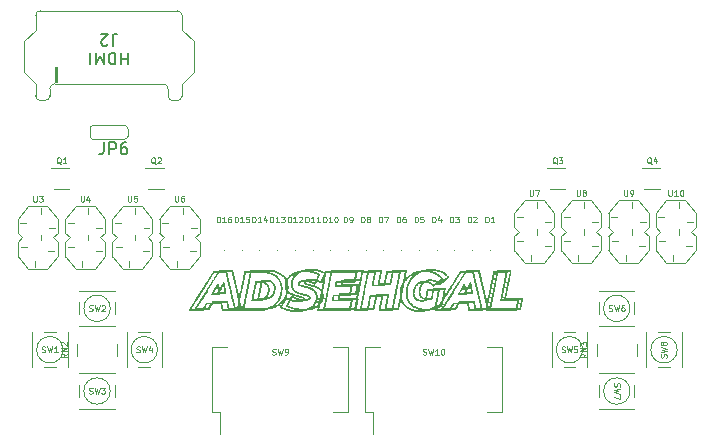
<source format=gbr>
%TF.GenerationSoftware,KiCad,Pcbnew,(5.99.0-3349-gc9824bbd9)*%
%TF.CreationDate,2020-09-22T14:29:42-07:00*%
%TF.ProjectId,Alchitry_IO_Shield,416c6368-6974-4727-995f-494f5f536869,rev?*%
%TF.SameCoordinates,Original*%
%TF.FileFunction,Legend,Top*%
%TF.FilePolarity,Positive*%
%FSLAX46Y46*%
G04 Gerber Fmt 4.6, Leading zero omitted, Abs format (unit mm)*
G04 Created by KiCad (PCBNEW (5.99.0-3349-gc9824bbd9)) date 2020-09-22 14:29:42*
%MOMM*%
%LPD*%
G01*
G04 APERTURE LIST*
%ADD10C,0.100000*%
%ADD11C,0.150000*%
%ADD12C,0.120000*%
G04 APERTURE END LIST*
D10*
%TO.C,U5*%
X22604047Y-44376190D02*
X22604047Y-44780952D01*
X22627857Y-44828571D01*
X22651666Y-44852380D01*
X22699285Y-44876190D01*
X22794523Y-44876190D01*
X22842142Y-44852380D01*
X22865952Y-44828571D01*
X22889761Y-44780952D01*
X22889761Y-44376190D01*
X23365952Y-44376190D02*
X23127857Y-44376190D01*
X23104047Y-44614285D01*
X23127857Y-44590476D01*
X23175476Y-44566666D01*
X23294523Y-44566666D01*
X23342142Y-44590476D01*
X23365952Y-44614285D01*
X23389761Y-44661904D01*
X23389761Y-44780952D01*
X23365952Y-44828571D01*
X23342142Y-44852380D01*
X23294523Y-44876190D01*
X23175476Y-44876190D01*
X23127857Y-44852380D01*
X23104047Y-44828571D01*
%TO.C,D15*%
X31642857Y-46626190D02*
X31642857Y-46126190D01*
X31761904Y-46126190D01*
X31833333Y-46150000D01*
X31880952Y-46197619D01*
X31904761Y-46245238D01*
X31928571Y-46340476D01*
X31928571Y-46411904D01*
X31904761Y-46507142D01*
X31880952Y-46554761D01*
X31833333Y-46602380D01*
X31761904Y-46626190D01*
X31642857Y-46626190D01*
X32404761Y-46626190D02*
X32119047Y-46626190D01*
X32261904Y-46626190D02*
X32261904Y-46126190D01*
X32214285Y-46197619D01*
X32166666Y-46245238D01*
X32119047Y-46269047D01*
X32857142Y-46126190D02*
X32619047Y-46126190D01*
X32595238Y-46364285D01*
X32619047Y-46340476D01*
X32666666Y-46316666D01*
X32785714Y-46316666D01*
X32833333Y-46340476D01*
X32857142Y-46364285D01*
X32880952Y-46411904D01*
X32880952Y-46530952D01*
X32857142Y-46578571D01*
X32833333Y-46602380D01*
X32785714Y-46626190D01*
X32666666Y-46626190D01*
X32619047Y-46602380D01*
X32595238Y-46578571D01*
%TO.C,U6*%
X26604047Y-44376190D02*
X26604047Y-44780952D01*
X26627857Y-44828571D01*
X26651666Y-44852380D01*
X26699285Y-44876190D01*
X26794523Y-44876190D01*
X26842142Y-44852380D01*
X26865952Y-44828571D01*
X26889761Y-44780952D01*
X26889761Y-44376190D01*
X27342142Y-44376190D02*
X27246904Y-44376190D01*
X27199285Y-44400000D01*
X27175476Y-44423809D01*
X27127857Y-44495238D01*
X27104047Y-44590476D01*
X27104047Y-44780952D01*
X27127857Y-44828571D01*
X27151666Y-44852380D01*
X27199285Y-44876190D01*
X27294523Y-44876190D01*
X27342142Y-44852380D01*
X27365952Y-44828571D01*
X27389761Y-44780952D01*
X27389761Y-44661904D01*
X27365952Y-44614285D01*
X27342142Y-44590476D01*
X27294523Y-44566666D01*
X27199285Y-44566666D01*
X27151666Y-44590476D01*
X27127857Y-44614285D01*
X27104047Y-44661904D01*
%TO.C,Q4*%
X66952380Y-41673809D02*
X66904761Y-41650000D01*
X66857142Y-41602380D01*
X66785714Y-41530952D01*
X66738095Y-41507142D01*
X66690476Y-41507142D01*
X66714285Y-41626190D02*
X66666666Y-41602380D01*
X66619047Y-41554761D01*
X66595238Y-41459523D01*
X66595238Y-41292857D01*
X66619047Y-41197619D01*
X66666666Y-41150000D01*
X66714285Y-41126190D01*
X66809523Y-41126190D01*
X66857142Y-41150000D01*
X66904761Y-41197619D01*
X66928571Y-41292857D01*
X66928571Y-41459523D01*
X66904761Y-41554761D01*
X66857142Y-41602380D01*
X66809523Y-41626190D01*
X66714285Y-41626190D01*
X67357142Y-41292857D02*
X67357142Y-41626190D01*
X67238095Y-41102380D02*
X67119047Y-41459523D01*
X67428571Y-41459523D01*
%TO.C,D6*%
X45380952Y-46626190D02*
X45380952Y-46126190D01*
X45500000Y-46126190D01*
X45571428Y-46150000D01*
X45619047Y-46197619D01*
X45642857Y-46245238D01*
X45666666Y-46340476D01*
X45666666Y-46411904D01*
X45642857Y-46507142D01*
X45619047Y-46554761D01*
X45571428Y-46602380D01*
X45500000Y-46626190D01*
X45380952Y-46626190D01*
X46095238Y-46126190D02*
X46000000Y-46126190D01*
X45952380Y-46150000D01*
X45928571Y-46173809D01*
X45880952Y-46245238D01*
X45857142Y-46340476D01*
X45857142Y-46530952D01*
X45880952Y-46578571D01*
X45904761Y-46602380D01*
X45952380Y-46626190D01*
X46047619Y-46626190D01*
X46095238Y-46602380D01*
X46119047Y-46578571D01*
X46142857Y-46530952D01*
X46142857Y-46411904D01*
X46119047Y-46364285D01*
X46095238Y-46340476D01*
X46047619Y-46316666D01*
X45952380Y-46316666D01*
X45904761Y-46340476D01*
X45880952Y-46364285D01*
X45857142Y-46411904D01*
%TO.C,D1*%
X52880952Y-46626190D02*
X52880952Y-46126190D01*
X53000000Y-46126190D01*
X53071428Y-46150000D01*
X53119047Y-46197619D01*
X53142857Y-46245238D01*
X53166666Y-46340476D01*
X53166666Y-46411904D01*
X53142857Y-46507142D01*
X53119047Y-46554761D01*
X53071428Y-46602380D01*
X53000000Y-46626190D01*
X52880952Y-46626190D01*
X53642857Y-46626190D02*
X53357142Y-46626190D01*
X53500000Y-46626190D02*
X53500000Y-46126190D01*
X53452380Y-46197619D01*
X53404761Y-46245238D01*
X53357142Y-46269047D01*
%TO.C,U3*%
X14604047Y-44376190D02*
X14604047Y-44780952D01*
X14627857Y-44828571D01*
X14651666Y-44852380D01*
X14699285Y-44876190D01*
X14794523Y-44876190D01*
X14842142Y-44852380D01*
X14865952Y-44828571D01*
X14889761Y-44780952D01*
X14889761Y-44376190D01*
X15080238Y-44376190D02*
X15389761Y-44376190D01*
X15223095Y-44566666D01*
X15294523Y-44566666D01*
X15342142Y-44590476D01*
X15365952Y-44614285D01*
X15389761Y-44661904D01*
X15389761Y-44780952D01*
X15365952Y-44828571D01*
X15342142Y-44852380D01*
X15294523Y-44876190D01*
X15151666Y-44876190D01*
X15104047Y-44852380D01*
X15080238Y-44828571D01*
%TO.C,D10*%
X39142857Y-46626190D02*
X39142857Y-46126190D01*
X39261904Y-46126190D01*
X39333333Y-46150000D01*
X39380952Y-46197619D01*
X39404761Y-46245238D01*
X39428571Y-46340476D01*
X39428571Y-46411904D01*
X39404761Y-46507142D01*
X39380952Y-46554761D01*
X39333333Y-46602380D01*
X39261904Y-46626190D01*
X39142857Y-46626190D01*
X39904761Y-46626190D02*
X39619047Y-46626190D01*
X39761904Y-46626190D02*
X39761904Y-46126190D01*
X39714285Y-46197619D01*
X39666666Y-46245238D01*
X39619047Y-46269047D01*
X40214285Y-46126190D02*
X40261904Y-46126190D01*
X40309523Y-46150000D01*
X40333333Y-46173809D01*
X40357142Y-46221428D01*
X40380952Y-46316666D01*
X40380952Y-46435714D01*
X40357142Y-46530952D01*
X40333333Y-46578571D01*
X40309523Y-46602380D01*
X40261904Y-46626190D01*
X40214285Y-46626190D01*
X40166666Y-46602380D01*
X40142857Y-46578571D01*
X40119047Y-46530952D01*
X40095238Y-46435714D01*
X40095238Y-46316666D01*
X40119047Y-46221428D01*
X40142857Y-46173809D01*
X40166666Y-46150000D01*
X40214285Y-46126190D01*
%TO.C,D5*%
X46880952Y-46626190D02*
X46880952Y-46126190D01*
X47000000Y-46126190D01*
X47071428Y-46150000D01*
X47119047Y-46197619D01*
X47142857Y-46245238D01*
X47166666Y-46340476D01*
X47166666Y-46411904D01*
X47142857Y-46507142D01*
X47119047Y-46554761D01*
X47071428Y-46602380D01*
X47000000Y-46626190D01*
X46880952Y-46626190D01*
X47619047Y-46126190D02*
X47380952Y-46126190D01*
X47357142Y-46364285D01*
X47380952Y-46340476D01*
X47428571Y-46316666D01*
X47547619Y-46316666D01*
X47595238Y-46340476D01*
X47619047Y-46364285D01*
X47642857Y-46411904D01*
X47642857Y-46530952D01*
X47619047Y-46578571D01*
X47595238Y-46602380D01*
X47547619Y-46626190D01*
X47428571Y-46626190D01*
X47380952Y-46602380D01*
X47357142Y-46578571D01*
%TO.C,U4*%
X18604047Y-44376190D02*
X18604047Y-44780952D01*
X18627857Y-44828571D01*
X18651666Y-44852380D01*
X18699285Y-44876190D01*
X18794523Y-44876190D01*
X18842142Y-44852380D01*
X18865952Y-44828571D01*
X18889761Y-44780952D01*
X18889761Y-44376190D01*
X19342142Y-44542857D02*
X19342142Y-44876190D01*
X19223095Y-44352380D02*
X19104047Y-44709523D01*
X19413571Y-44709523D01*
%TO.C,SW7*%
X63797619Y-60233333D02*
X63773809Y-60304761D01*
X63773809Y-60423809D01*
X63797619Y-60471428D01*
X63821428Y-60495238D01*
X63869047Y-60519047D01*
X63916666Y-60519047D01*
X63964285Y-60495238D01*
X63988095Y-60471428D01*
X64011904Y-60423809D01*
X64035714Y-60328571D01*
X64059523Y-60280952D01*
X64083333Y-60257142D01*
X64130952Y-60233333D01*
X64178571Y-60233333D01*
X64226190Y-60257142D01*
X64250000Y-60280952D01*
X64273809Y-60328571D01*
X64273809Y-60447619D01*
X64250000Y-60519047D01*
X64273809Y-60685714D02*
X63773809Y-60804761D01*
X64130952Y-60900000D01*
X63773809Y-60995238D01*
X64273809Y-61114285D01*
X64273809Y-61257142D02*
X64273809Y-61590476D01*
X63773809Y-61376190D01*
%TO.C,SW10*%
X47595238Y-57802380D02*
X47666666Y-57826190D01*
X47785714Y-57826190D01*
X47833333Y-57802380D01*
X47857142Y-57778571D01*
X47880952Y-57730952D01*
X47880952Y-57683333D01*
X47857142Y-57635714D01*
X47833333Y-57611904D01*
X47785714Y-57588095D01*
X47690476Y-57564285D01*
X47642857Y-57540476D01*
X47619047Y-57516666D01*
X47595238Y-57469047D01*
X47595238Y-57421428D01*
X47619047Y-57373809D01*
X47642857Y-57350000D01*
X47690476Y-57326190D01*
X47809523Y-57326190D01*
X47880952Y-57350000D01*
X48047619Y-57326190D02*
X48166666Y-57826190D01*
X48261904Y-57469047D01*
X48357142Y-57826190D01*
X48476190Y-57326190D01*
X48928571Y-57826190D02*
X48642857Y-57826190D01*
X48785714Y-57826190D02*
X48785714Y-57326190D01*
X48738095Y-57397619D01*
X48690476Y-57445238D01*
X48642857Y-57469047D01*
X49238095Y-57326190D02*
X49285714Y-57326190D01*
X49333333Y-57350000D01*
X49357142Y-57373809D01*
X49380952Y-57421428D01*
X49404761Y-57516666D01*
X49404761Y-57635714D01*
X49380952Y-57730952D01*
X49357142Y-57778571D01*
X49333333Y-57802380D01*
X49285714Y-57826190D01*
X49238095Y-57826190D01*
X49190476Y-57802380D01*
X49166666Y-57778571D01*
X49142857Y-57730952D01*
X49119047Y-57635714D01*
X49119047Y-57516666D01*
X49142857Y-57421428D01*
X49166666Y-57373809D01*
X49190476Y-57350000D01*
X49238095Y-57326190D01*
%TO.C,D3*%
X49880952Y-46626190D02*
X49880952Y-46126190D01*
X50000000Y-46126190D01*
X50071428Y-46150000D01*
X50119047Y-46197619D01*
X50142857Y-46245238D01*
X50166666Y-46340476D01*
X50166666Y-46411904D01*
X50142857Y-46507142D01*
X50119047Y-46554761D01*
X50071428Y-46602380D01*
X50000000Y-46626190D01*
X49880952Y-46626190D01*
X50333333Y-46126190D02*
X50642857Y-46126190D01*
X50476190Y-46316666D01*
X50547619Y-46316666D01*
X50595238Y-46340476D01*
X50619047Y-46364285D01*
X50642857Y-46411904D01*
X50642857Y-46530952D01*
X50619047Y-46578571D01*
X50595238Y-46602380D01*
X50547619Y-46626190D01*
X50404761Y-46626190D01*
X50357142Y-46602380D01*
X50333333Y-46578571D01*
%TO.C,SW1*%
X15333333Y-57602380D02*
X15404761Y-57626190D01*
X15523809Y-57626190D01*
X15571428Y-57602380D01*
X15595238Y-57578571D01*
X15619047Y-57530952D01*
X15619047Y-57483333D01*
X15595238Y-57435714D01*
X15571428Y-57411904D01*
X15523809Y-57388095D01*
X15428571Y-57364285D01*
X15380952Y-57340476D01*
X15357142Y-57316666D01*
X15333333Y-57269047D01*
X15333333Y-57221428D01*
X15357142Y-57173809D01*
X15380952Y-57150000D01*
X15428571Y-57126190D01*
X15547619Y-57126190D01*
X15619047Y-57150000D01*
X15785714Y-57126190D02*
X15904761Y-57626190D01*
X16000000Y-57269047D01*
X16095238Y-57626190D01*
X16214285Y-57126190D01*
X16666666Y-57626190D02*
X16380952Y-57626190D01*
X16523809Y-57626190D02*
X16523809Y-57126190D01*
X16476190Y-57197619D01*
X16428571Y-57245238D01*
X16380952Y-57269047D01*
%TO.C,SW9*%
X34833333Y-57802380D02*
X34904761Y-57826190D01*
X35023809Y-57826190D01*
X35071428Y-57802380D01*
X35095238Y-57778571D01*
X35119047Y-57730952D01*
X35119047Y-57683333D01*
X35095238Y-57635714D01*
X35071428Y-57611904D01*
X35023809Y-57588095D01*
X34928571Y-57564285D01*
X34880952Y-57540476D01*
X34857142Y-57516666D01*
X34833333Y-57469047D01*
X34833333Y-57421428D01*
X34857142Y-57373809D01*
X34880952Y-57350000D01*
X34928571Y-57326190D01*
X35047619Y-57326190D01*
X35119047Y-57350000D01*
X35285714Y-57326190D02*
X35404761Y-57826190D01*
X35500000Y-57469047D01*
X35595238Y-57826190D01*
X35714285Y-57326190D01*
X35928571Y-57826190D02*
X36023809Y-57826190D01*
X36071428Y-57802380D01*
X36095238Y-57778571D01*
X36142857Y-57707142D01*
X36166666Y-57611904D01*
X36166666Y-57421428D01*
X36142857Y-57373809D01*
X36119047Y-57350000D01*
X36071428Y-57326190D01*
X35976190Y-57326190D01*
X35928571Y-57350000D01*
X35904761Y-57373809D01*
X35880952Y-57421428D01*
X35880952Y-57540476D01*
X35904761Y-57588095D01*
X35928571Y-57611904D01*
X35976190Y-57635714D01*
X36071428Y-57635714D01*
X36119047Y-57611904D01*
X36142857Y-57588095D01*
X36166666Y-57540476D01*
%TO.C,D4*%
X48380952Y-46626190D02*
X48380952Y-46126190D01*
X48500000Y-46126190D01*
X48571428Y-46150000D01*
X48619047Y-46197619D01*
X48642857Y-46245238D01*
X48666666Y-46340476D01*
X48666666Y-46411904D01*
X48642857Y-46507142D01*
X48619047Y-46554761D01*
X48571428Y-46602380D01*
X48500000Y-46626190D01*
X48380952Y-46626190D01*
X49095238Y-46292857D02*
X49095238Y-46626190D01*
X48976190Y-46102380D02*
X48857142Y-46459523D01*
X49166666Y-46459523D01*
%TO.C,RN2*%
X17426190Y-57745238D02*
X17188095Y-57911904D01*
X17426190Y-58030952D02*
X16926190Y-58030952D01*
X16926190Y-57840476D01*
X16950000Y-57792857D01*
X16973809Y-57769047D01*
X17021428Y-57745238D01*
X17092857Y-57745238D01*
X17140476Y-57769047D01*
X17164285Y-57792857D01*
X17188095Y-57840476D01*
X17188095Y-58030952D01*
X17426190Y-57530952D02*
X16926190Y-57530952D01*
X17426190Y-57245238D01*
X16926190Y-57245238D01*
X16973809Y-57030952D02*
X16950000Y-57007142D01*
X16926190Y-56959523D01*
X16926190Y-56840476D01*
X16950000Y-56792857D01*
X16973809Y-56769047D01*
X17021428Y-56745238D01*
X17069047Y-56745238D01*
X17140476Y-56769047D01*
X17426190Y-57054761D01*
X17426190Y-56745238D01*
D11*
%TO.C,JP6*%
X20566666Y-39852380D02*
X20566666Y-40566666D01*
X20519047Y-40709523D01*
X20423809Y-40804761D01*
X20280952Y-40852380D01*
X20185714Y-40852380D01*
X21042857Y-40852380D02*
X21042857Y-39852380D01*
X21423809Y-39852380D01*
X21519047Y-39900000D01*
X21566666Y-39947619D01*
X21614285Y-40042857D01*
X21614285Y-40185714D01*
X21566666Y-40280952D01*
X21519047Y-40328571D01*
X21423809Y-40376190D01*
X21042857Y-40376190D01*
X22471428Y-39852380D02*
X22280952Y-39852380D01*
X22185714Y-39900000D01*
X22138095Y-39947619D01*
X22042857Y-40090476D01*
X21995238Y-40280952D01*
X21995238Y-40661904D01*
X22042857Y-40757142D01*
X22090476Y-40804761D01*
X22185714Y-40852380D01*
X22376190Y-40852380D01*
X22471428Y-40804761D01*
X22519047Y-40757142D01*
X22566666Y-40661904D01*
X22566666Y-40423809D01*
X22519047Y-40328571D01*
X22471428Y-40280952D01*
X22376190Y-40233333D01*
X22185714Y-40233333D01*
X22090476Y-40280952D01*
X22042857Y-40328571D01*
X21995238Y-40423809D01*
D10*
%TO.C,SW3*%
X19333333Y-61102380D02*
X19404761Y-61126190D01*
X19523809Y-61126190D01*
X19571428Y-61102380D01*
X19595238Y-61078571D01*
X19619047Y-61030952D01*
X19619047Y-60983333D01*
X19595238Y-60935714D01*
X19571428Y-60911904D01*
X19523809Y-60888095D01*
X19428571Y-60864285D01*
X19380952Y-60840476D01*
X19357142Y-60816666D01*
X19333333Y-60769047D01*
X19333333Y-60721428D01*
X19357142Y-60673809D01*
X19380952Y-60650000D01*
X19428571Y-60626190D01*
X19547619Y-60626190D01*
X19619047Y-60650000D01*
X19785714Y-60626190D02*
X19904761Y-61126190D01*
X20000000Y-60769047D01*
X20095238Y-61126190D01*
X20214285Y-60626190D01*
X20357142Y-60626190D02*
X20666666Y-60626190D01*
X20500000Y-60816666D01*
X20571428Y-60816666D01*
X20619047Y-60840476D01*
X20642857Y-60864285D01*
X20666666Y-60911904D01*
X20666666Y-61030952D01*
X20642857Y-61078571D01*
X20619047Y-61102380D01*
X20571428Y-61126190D01*
X20428571Y-61126190D01*
X20380952Y-61102380D01*
X20357142Y-61078571D01*
%TO.C,D11*%
X37642857Y-46626190D02*
X37642857Y-46126190D01*
X37761904Y-46126190D01*
X37833333Y-46150000D01*
X37880952Y-46197619D01*
X37904761Y-46245238D01*
X37928571Y-46340476D01*
X37928571Y-46411904D01*
X37904761Y-46507142D01*
X37880952Y-46554761D01*
X37833333Y-46602380D01*
X37761904Y-46626190D01*
X37642857Y-46626190D01*
X38404761Y-46626190D02*
X38119047Y-46626190D01*
X38261904Y-46626190D02*
X38261904Y-46126190D01*
X38214285Y-46197619D01*
X38166666Y-46245238D01*
X38119047Y-46269047D01*
X38880952Y-46626190D02*
X38595238Y-46626190D01*
X38738095Y-46626190D02*
X38738095Y-46126190D01*
X38690476Y-46197619D01*
X38642857Y-46245238D01*
X38595238Y-46269047D01*
%TO.C,D2*%
X51380952Y-46626190D02*
X51380952Y-46126190D01*
X51500000Y-46126190D01*
X51571428Y-46150000D01*
X51619047Y-46197619D01*
X51642857Y-46245238D01*
X51666666Y-46340476D01*
X51666666Y-46411904D01*
X51642857Y-46507142D01*
X51619047Y-46554761D01*
X51571428Y-46602380D01*
X51500000Y-46626190D01*
X51380952Y-46626190D01*
X51857142Y-46173809D02*
X51880952Y-46150000D01*
X51928571Y-46126190D01*
X52047619Y-46126190D01*
X52095238Y-46150000D01*
X52119047Y-46173809D01*
X52142857Y-46221428D01*
X52142857Y-46269047D01*
X52119047Y-46340476D01*
X51833333Y-46626190D01*
X52142857Y-46626190D01*
%TO.C,U10*%
X68380952Y-43876190D02*
X68380952Y-44280952D01*
X68404761Y-44328571D01*
X68428571Y-44352380D01*
X68476190Y-44376190D01*
X68571428Y-44376190D01*
X68619047Y-44352380D01*
X68642857Y-44328571D01*
X68666666Y-44280952D01*
X68666666Y-43876190D01*
X69166666Y-44376190D02*
X68880952Y-44376190D01*
X69023809Y-44376190D02*
X69023809Y-43876190D01*
X68976190Y-43947619D01*
X68928571Y-43995238D01*
X68880952Y-44019047D01*
X69476190Y-43876190D02*
X69523809Y-43876190D01*
X69571428Y-43900000D01*
X69595238Y-43923809D01*
X69619047Y-43971428D01*
X69642857Y-44066666D01*
X69642857Y-44185714D01*
X69619047Y-44280952D01*
X69595238Y-44328571D01*
X69571428Y-44352380D01*
X69523809Y-44376190D01*
X69476190Y-44376190D01*
X69428571Y-44352380D01*
X69404761Y-44328571D01*
X69380952Y-44280952D01*
X69357142Y-44185714D01*
X69357142Y-44066666D01*
X69380952Y-43971428D01*
X69404761Y-43923809D01*
X69428571Y-43900000D01*
X69476190Y-43876190D01*
%TO.C,SW2*%
X19333333Y-54102380D02*
X19404761Y-54126190D01*
X19523809Y-54126190D01*
X19571428Y-54102380D01*
X19595238Y-54078571D01*
X19619047Y-54030952D01*
X19619047Y-53983333D01*
X19595238Y-53935714D01*
X19571428Y-53911904D01*
X19523809Y-53888095D01*
X19428571Y-53864285D01*
X19380952Y-53840476D01*
X19357142Y-53816666D01*
X19333333Y-53769047D01*
X19333333Y-53721428D01*
X19357142Y-53673809D01*
X19380952Y-53650000D01*
X19428571Y-53626190D01*
X19547619Y-53626190D01*
X19619047Y-53650000D01*
X19785714Y-53626190D02*
X19904761Y-54126190D01*
X20000000Y-53769047D01*
X20095238Y-54126190D01*
X20214285Y-53626190D01*
X20380952Y-53673809D02*
X20404761Y-53650000D01*
X20452380Y-53626190D01*
X20571428Y-53626190D01*
X20619047Y-53650000D01*
X20642857Y-53673809D01*
X20666666Y-53721428D01*
X20666666Y-53769047D01*
X20642857Y-53840476D01*
X20357142Y-54126190D01*
X20666666Y-54126190D01*
%TO.C,D8*%
X42380952Y-46626190D02*
X42380952Y-46126190D01*
X42500000Y-46126190D01*
X42571428Y-46150000D01*
X42619047Y-46197619D01*
X42642857Y-46245238D01*
X42666666Y-46340476D01*
X42666666Y-46411904D01*
X42642857Y-46507142D01*
X42619047Y-46554761D01*
X42571428Y-46602380D01*
X42500000Y-46626190D01*
X42380952Y-46626190D01*
X42952380Y-46340476D02*
X42904761Y-46316666D01*
X42880952Y-46292857D01*
X42857142Y-46245238D01*
X42857142Y-46221428D01*
X42880952Y-46173809D01*
X42904761Y-46150000D01*
X42952380Y-46126190D01*
X43047619Y-46126190D01*
X43095238Y-46150000D01*
X43119047Y-46173809D01*
X43142857Y-46221428D01*
X43142857Y-46245238D01*
X43119047Y-46292857D01*
X43095238Y-46316666D01*
X43047619Y-46340476D01*
X42952380Y-46340476D01*
X42904761Y-46364285D01*
X42880952Y-46388095D01*
X42857142Y-46435714D01*
X42857142Y-46530952D01*
X42880952Y-46578571D01*
X42904761Y-46602380D01*
X42952380Y-46626190D01*
X43047619Y-46626190D01*
X43095238Y-46602380D01*
X43119047Y-46578571D01*
X43142857Y-46530952D01*
X43142857Y-46435714D01*
X43119047Y-46388095D01*
X43095238Y-46364285D01*
X43047619Y-46340476D01*
%TO.C,U7*%
X56619047Y-43876190D02*
X56619047Y-44280952D01*
X56642857Y-44328571D01*
X56666666Y-44352380D01*
X56714285Y-44376190D01*
X56809523Y-44376190D01*
X56857142Y-44352380D01*
X56880952Y-44328571D01*
X56904761Y-44280952D01*
X56904761Y-43876190D01*
X57095238Y-43876190D02*
X57428571Y-43876190D01*
X57214285Y-44376190D01*
%TO.C,D16*%
X30142857Y-46626190D02*
X30142857Y-46126190D01*
X30261904Y-46126190D01*
X30333333Y-46150000D01*
X30380952Y-46197619D01*
X30404761Y-46245238D01*
X30428571Y-46340476D01*
X30428571Y-46411904D01*
X30404761Y-46507142D01*
X30380952Y-46554761D01*
X30333333Y-46602380D01*
X30261904Y-46626190D01*
X30142857Y-46626190D01*
X30904761Y-46626190D02*
X30619047Y-46626190D01*
X30761904Y-46626190D02*
X30761904Y-46126190D01*
X30714285Y-46197619D01*
X30666666Y-46245238D01*
X30619047Y-46269047D01*
X31333333Y-46126190D02*
X31238095Y-46126190D01*
X31190476Y-46150000D01*
X31166666Y-46173809D01*
X31119047Y-46245238D01*
X31095238Y-46340476D01*
X31095238Y-46530952D01*
X31119047Y-46578571D01*
X31142857Y-46602380D01*
X31190476Y-46626190D01*
X31285714Y-46626190D01*
X31333333Y-46602380D01*
X31357142Y-46578571D01*
X31380952Y-46530952D01*
X31380952Y-46411904D01*
X31357142Y-46364285D01*
X31333333Y-46340476D01*
X31285714Y-46316666D01*
X31190476Y-46316666D01*
X31142857Y-46340476D01*
X31119047Y-46364285D01*
X31095238Y-46411904D01*
%TO.C,Q1*%
X16952380Y-41673809D02*
X16904761Y-41650000D01*
X16857142Y-41602380D01*
X16785714Y-41530952D01*
X16738095Y-41507142D01*
X16690476Y-41507142D01*
X16714285Y-41626190D02*
X16666666Y-41602380D01*
X16619047Y-41554761D01*
X16595238Y-41459523D01*
X16595238Y-41292857D01*
X16619047Y-41197619D01*
X16666666Y-41150000D01*
X16714285Y-41126190D01*
X16809523Y-41126190D01*
X16857142Y-41150000D01*
X16904761Y-41197619D01*
X16928571Y-41292857D01*
X16928571Y-41459523D01*
X16904761Y-41554761D01*
X16857142Y-41602380D01*
X16809523Y-41626190D01*
X16714285Y-41626190D01*
X17404761Y-41626190D02*
X17119047Y-41626190D01*
X17261904Y-41626190D02*
X17261904Y-41126190D01*
X17214285Y-41197619D01*
X17166666Y-41245238D01*
X17119047Y-41269047D01*
%TO.C,SW6*%
X63333333Y-54102380D02*
X63404761Y-54126190D01*
X63523809Y-54126190D01*
X63571428Y-54102380D01*
X63595238Y-54078571D01*
X63619047Y-54030952D01*
X63619047Y-53983333D01*
X63595238Y-53935714D01*
X63571428Y-53911904D01*
X63523809Y-53888095D01*
X63428571Y-53864285D01*
X63380952Y-53840476D01*
X63357142Y-53816666D01*
X63333333Y-53769047D01*
X63333333Y-53721428D01*
X63357142Y-53673809D01*
X63380952Y-53650000D01*
X63428571Y-53626190D01*
X63547619Y-53626190D01*
X63619047Y-53650000D01*
X63785714Y-53626190D02*
X63904761Y-54126190D01*
X64000000Y-53769047D01*
X64095238Y-54126190D01*
X64214285Y-53626190D01*
X64619047Y-53626190D02*
X64523809Y-53626190D01*
X64476190Y-53650000D01*
X64452380Y-53673809D01*
X64404761Y-53745238D01*
X64380952Y-53840476D01*
X64380952Y-54030952D01*
X64404761Y-54078571D01*
X64428571Y-54102380D01*
X64476190Y-54126190D01*
X64571428Y-54126190D01*
X64619047Y-54102380D01*
X64642857Y-54078571D01*
X64666666Y-54030952D01*
X64666666Y-53911904D01*
X64642857Y-53864285D01*
X64619047Y-53840476D01*
X64571428Y-53816666D01*
X64476190Y-53816666D01*
X64428571Y-53840476D01*
X64404761Y-53864285D01*
X64380952Y-53911904D01*
%TO.C,D7*%
X43880952Y-46626190D02*
X43880952Y-46126190D01*
X44000000Y-46126190D01*
X44071428Y-46150000D01*
X44119047Y-46197619D01*
X44142857Y-46245238D01*
X44166666Y-46340476D01*
X44166666Y-46411904D01*
X44142857Y-46507142D01*
X44119047Y-46554761D01*
X44071428Y-46602380D01*
X44000000Y-46626190D01*
X43880952Y-46626190D01*
X44333333Y-46126190D02*
X44666666Y-46126190D01*
X44452380Y-46626190D01*
%TO.C,Q3*%
X58952380Y-41673809D02*
X58904761Y-41650000D01*
X58857142Y-41602380D01*
X58785714Y-41530952D01*
X58738095Y-41507142D01*
X58690476Y-41507142D01*
X58714285Y-41626190D02*
X58666666Y-41602380D01*
X58619047Y-41554761D01*
X58595238Y-41459523D01*
X58595238Y-41292857D01*
X58619047Y-41197619D01*
X58666666Y-41150000D01*
X58714285Y-41126190D01*
X58809523Y-41126190D01*
X58857142Y-41150000D01*
X58904761Y-41197619D01*
X58928571Y-41292857D01*
X58928571Y-41459523D01*
X58904761Y-41554761D01*
X58857142Y-41602380D01*
X58809523Y-41626190D01*
X58714285Y-41626190D01*
X59095238Y-41126190D02*
X59404761Y-41126190D01*
X59238095Y-41316666D01*
X59309523Y-41316666D01*
X59357142Y-41340476D01*
X59380952Y-41364285D01*
X59404761Y-41411904D01*
X59404761Y-41530952D01*
X59380952Y-41578571D01*
X59357142Y-41602380D01*
X59309523Y-41626190D01*
X59166666Y-41626190D01*
X59119047Y-41602380D01*
X59095238Y-41578571D01*
%TO.C,D14*%
X33142857Y-46626190D02*
X33142857Y-46126190D01*
X33261904Y-46126190D01*
X33333333Y-46150000D01*
X33380952Y-46197619D01*
X33404761Y-46245238D01*
X33428571Y-46340476D01*
X33428571Y-46411904D01*
X33404761Y-46507142D01*
X33380952Y-46554761D01*
X33333333Y-46602380D01*
X33261904Y-46626190D01*
X33142857Y-46626190D01*
X33904761Y-46626190D02*
X33619047Y-46626190D01*
X33761904Y-46626190D02*
X33761904Y-46126190D01*
X33714285Y-46197619D01*
X33666666Y-46245238D01*
X33619047Y-46269047D01*
X34333333Y-46292857D02*
X34333333Y-46626190D01*
X34214285Y-46102380D02*
X34095238Y-46459523D01*
X34404761Y-46459523D01*
%TO.C,SW8*%
X68202380Y-58066666D02*
X68226190Y-57995238D01*
X68226190Y-57876190D01*
X68202380Y-57828571D01*
X68178571Y-57804761D01*
X68130952Y-57780952D01*
X68083333Y-57780952D01*
X68035714Y-57804761D01*
X68011904Y-57828571D01*
X67988095Y-57876190D01*
X67964285Y-57971428D01*
X67940476Y-58019047D01*
X67916666Y-58042857D01*
X67869047Y-58066666D01*
X67821428Y-58066666D01*
X67773809Y-58042857D01*
X67750000Y-58019047D01*
X67726190Y-57971428D01*
X67726190Y-57852380D01*
X67750000Y-57780952D01*
X67726190Y-57614285D02*
X68226190Y-57495238D01*
X67869047Y-57400000D01*
X68226190Y-57304761D01*
X67726190Y-57185714D01*
X67940476Y-56923809D02*
X67916666Y-56971428D01*
X67892857Y-56995238D01*
X67845238Y-57019047D01*
X67821428Y-57019047D01*
X67773809Y-56995238D01*
X67750000Y-56971428D01*
X67726190Y-56923809D01*
X67726190Y-56828571D01*
X67750000Y-56780952D01*
X67773809Y-56757142D01*
X67821428Y-56733333D01*
X67845238Y-56733333D01*
X67892857Y-56757142D01*
X67916666Y-56780952D01*
X67940476Y-56828571D01*
X67940476Y-56923809D01*
X67964285Y-56971428D01*
X67988095Y-56995238D01*
X68035714Y-57019047D01*
X68130952Y-57019047D01*
X68178571Y-56995238D01*
X68202380Y-56971428D01*
X68226190Y-56923809D01*
X68226190Y-56828571D01*
X68202380Y-56780952D01*
X68178571Y-56757142D01*
X68130952Y-56733333D01*
X68035714Y-56733333D01*
X67988095Y-56757142D01*
X67964285Y-56780952D01*
X67940476Y-56828571D01*
%TO.C,D13*%
X34642857Y-46626190D02*
X34642857Y-46126190D01*
X34761904Y-46126190D01*
X34833333Y-46150000D01*
X34880952Y-46197619D01*
X34904761Y-46245238D01*
X34928571Y-46340476D01*
X34928571Y-46411904D01*
X34904761Y-46507142D01*
X34880952Y-46554761D01*
X34833333Y-46602380D01*
X34761904Y-46626190D01*
X34642857Y-46626190D01*
X35404761Y-46626190D02*
X35119047Y-46626190D01*
X35261904Y-46626190D02*
X35261904Y-46126190D01*
X35214285Y-46197619D01*
X35166666Y-46245238D01*
X35119047Y-46269047D01*
X35571428Y-46126190D02*
X35880952Y-46126190D01*
X35714285Y-46316666D01*
X35785714Y-46316666D01*
X35833333Y-46340476D01*
X35857142Y-46364285D01*
X35880952Y-46411904D01*
X35880952Y-46530952D01*
X35857142Y-46578571D01*
X35833333Y-46602380D01*
X35785714Y-46626190D01*
X35642857Y-46626190D01*
X35595238Y-46602380D01*
X35571428Y-46578571D01*
%TO.C,U8*%
X60604047Y-43876190D02*
X60604047Y-44280952D01*
X60627857Y-44328571D01*
X60651666Y-44352380D01*
X60699285Y-44376190D01*
X60794523Y-44376190D01*
X60842142Y-44352380D01*
X60865952Y-44328571D01*
X60889761Y-44280952D01*
X60889761Y-43876190D01*
X61199285Y-44090476D02*
X61151666Y-44066666D01*
X61127857Y-44042857D01*
X61104047Y-43995238D01*
X61104047Y-43971428D01*
X61127857Y-43923809D01*
X61151666Y-43900000D01*
X61199285Y-43876190D01*
X61294523Y-43876190D01*
X61342142Y-43900000D01*
X61365952Y-43923809D01*
X61389761Y-43971428D01*
X61389761Y-43995238D01*
X61365952Y-44042857D01*
X61342142Y-44066666D01*
X61294523Y-44090476D01*
X61199285Y-44090476D01*
X61151666Y-44114285D01*
X61127857Y-44138095D01*
X61104047Y-44185714D01*
X61104047Y-44280952D01*
X61127857Y-44328571D01*
X61151666Y-44352380D01*
X61199285Y-44376190D01*
X61294523Y-44376190D01*
X61342142Y-44352380D01*
X61365952Y-44328571D01*
X61389761Y-44280952D01*
X61389761Y-44185714D01*
X61365952Y-44138095D01*
X61342142Y-44114285D01*
X61294523Y-44090476D01*
%TO.C,Q2*%
X24952380Y-41673809D02*
X24904761Y-41650000D01*
X24857142Y-41602380D01*
X24785714Y-41530952D01*
X24738095Y-41507142D01*
X24690476Y-41507142D01*
X24714285Y-41626190D02*
X24666666Y-41602380D01*
X24619047Y-41554761D01*
X24595238Y-41459523D01*
X24595238Y-41292857D01*
X24619047Y-41197619D01*
X24666666Y-41150000D01*
X24714285Y-41126190D01*
X24809523Y-41126190D01*
X24857142Y-41150000D01*
X24904761Y-41197619D01*
X24928571Y-41292857D01*
X24928571Y-41459523D01*
X24904761Y-41554761D01*
X24857142Y-41602380D01*
X24809523Y-41626190D01*
X24714285Y-41626190D01*
X25119047Y-41173809D02*
X25142857Y-41150000D01*
X25190476Y-41126190D01*
X25309523Y-41126190D01*
X25357142Y-41150000D01*
X25380952Y-41173809D01*
X25404761Y-41221428D01*
X25404761Y-41269047D01*
X25380952Y-41340476D01*
X25095238Y-41626190D01*
X25404761Y-41626190D01*
%TO.C,D12*%
X36142857Y-46626190D02*
X36142857Y-46126190D01*
X36261904Y-46126190D01*
X36333333Y-46150000D01*
X36380952Y-46197619D01*
X36404761Y-46245238D01*
X36428571Y-46340476D01*
X36428571Y-46411904D01*
X36404761Y-46507142D01*
X36380952Y-46554761D01*
X36333333Y-46602380D01*
X36261904Y-46626190D01*
X36142857Y-46626190D01*
X36904761Y-46626190D02*
X36619047Y-46626190D01*
X36761904Y-46626190D02*
X36761904Y-46126190D01*
X36714285Y-46197619D01*
X36666666Y-46245238D01*
X36619047Y-46269047D01*
X37095238Y-46173809D02*
X37119047Y-46150000D01*
X37166666Y-46126190D01*
X37285714Y-46126190D01*
X37333333Y-46150000D01*
X37357142Y-46173809D01*
X37380952Y-46221428D01*
X37380952Y-46269047D01*
X37357142Y-46340476D01*
X37071428Y-46626190D01*
X37380952Y-46626190D01*
%TO.C,D9*%
X40880952Y-46626190D02*
X40880952Y-46126190D01*
X41000000Y-46126190D01*
X41071428Y-46150000D01*
X41119047Y-46197619D01*
X41142857Y-46245238D01*
X41166666Y-46340476D01*
X41166666Y-46411904D01*
X41142857Y-46507142D01*
X41119047Y-46554761D01*
X41071428Y-46602380D01*
X41000000Y-46626190D01*
X40880952Y-46626190D01*
X41404761Y-46626190D02*
X41500000Y-46626190D01*
X41547619Y-46602380D01*
X41571428Y-46578571D01*
X41619047Y-46507142D01*
X41642857Y-46411904D01*
X41642857Y-46221428D01*
X41619047Y-46173809D01*
X41595238Y-46150000D01*
X41547619Y-46126190D01*
X41452380Y-46126190D01*
X41404761Y-46150000D01*
X41380952Y-46173809D01*
X41357142Y-46221428D01*
X41357142Y-46340476D01*
X41380952Y-46388095D01*
X41404761Y-46411904D01*
X41452380Y-46435714D01*
X41547619Y-46435714D01*
X41595238Y-46411904D01*
X41619047Y-46388095D01*
X41642857Y-46340476D01*
%TO.C,U9*%
X64619047Y-43876190D02*
X64619047Y-44280952D01*
X64642857Y-44328571D01*
X64666666Y-44352380D01*
X64714285Y-44376190D01*
X64809523Y-44376190D01*
X64857142Y-44352380D01*
X64880952Y-44328571D01*
X64904761Y-44280952D01*
X64904761Y-43876190D01*
X65166666Y-44376190D02*
X65261904Y-44376190D01*
X65309523Y-44352380D01*
X65333333Y-44328571D01*
X65380952Y-44257142D01*
X65404761Y-44161904D01*
X65404761Y-43971428D01*
X65380952Y-43923809D01*
X65357142Y-43900000D01*
X65309523Y-43876190D01*
X65214285Y-43876190D01*
X65166666Y-43900000D01*
X65142857Y-43923809D01*
X65119047Y-43971428D01*
X65119047Y-44090476D01*
X65142857Y-44138095D01*
X65166666Y-44161904D01*
X65214285Y-44185714D01*
X65309523Y-44185714D01*
X65357142Y-44161904D01*
X65380952Y-44138095D01*
X65404761Y-44090476D01*
D11*
%TO.C,J2*%
X21333333Y-31647619D02*
X21333333Y-30933333D01*
X21380952Y-30790476D01*
X21476190Y-30695238D01*
X21619047Y-30647619D01*
X21714285Y-30647619D01*
X20904761Y-31552380D02*
X20857142Y-31600000D01*
X20761904Y-31647619D01*
X20523809Y-31647619D01*
X20428571Y-31600000D01*
X20380952Y-31552380D01*
X20333333Y-31457142D01*
X20333333Y-31361904D01*
X20380952Y-31219047D01*
X20952380Y-30647619D01*
X20333333Y-30647619D01*
X22595238Y-32247619D02*
X22595238Y-33247619D01*
X22595238Y-32771428D02*
X22023809Y-32771428D01*
X22023809Y-32247619D02*
X22023809Y-33247619D01*
X21547619Y-32247619D02*
X21547619Y-33247619D01*
X21309523Y-33247619D01*
X21166666Y-33200000D01*
X21071428Y-33104761D01*
X21023809Y-33009523D01*
X20976190Y-32819047D01*
X20976190Y-32676190D01*
X21023809Y-32485714D01*
X21071428Y-32390476D01*
X21166666Y-32295238D01*
X21309523Y-32247619D01*
X21547619Y-32247619D01*
X20547619Y-32247619D02*
X20547619Y-33247619D01*
X20214285Y-32533333D01*
X19880952Y-33247619D01*
X19880952Y-32247619D01*
X19404761Y-32247619D02*
X19404761Y-33247619D01*
D10*
%TO.C,SW5*%
X59333333Y-57602380D02*
X59404761Y-57626190D01*
X59523809Y-57626190D01*
X59571428Y-57602380D01*
X59595238Y-57578571D01*
X59619047Y-57530952D01*
X59619047Y-57483333D01*
X59595238Y-57435714D01*
X59571428Y-57411904D01*
X59523809Y-57388095D01*
X59428571Y-57364285D01*
X59380952Y-57340476D01*
X59357142Y-57316666D01*
X59333333Y-57269047D01*
X59333333Y-57221428D01*
X59357142Y-57173809D01*
X59380952Y-57150000D01*
X59428571Y-57126190D01*
X59547619Y-57126190D01*
X59619047Y-57150000D01*
X59785714Y-57126190D02*
X59904761Y-57626190D01*
X60000000Y-57269047D01*
X60095238Y-57626190D01*
X60214285Y-57126190D01*
X60642857Y-57126190D02*
X60404761Y-57126190D01*
X60380952Y-57364285D01*
X60404761Y-57340476D01*
X60452380Y-57316666D01*
X60571428Y-57316666D01*
X60619047Y-57340476D01*
X60642857Y-57364285D01*
X60666666Y-57411904D01*
X60666666Y-57530952D01*
X60642857Y-57578571D01*
X60619047Y-57602380D01*
X60571428Y-57626190D01*
X60452380Y-57626190D01*
X60404761Y-57602380D01*
X60380952Y-57578571D01*
%TO.C,RN3*%
X61426190Y-57745238D02*
X61188095Y-57911904D01*
X61426190Y-58030952D02*
X60926190Y-58030952D01*
X60926190Y-57840476D01*
X60950000Y-57792857D01*
X60973809Y-57769047D01*
X61021428Y-57745238D01*
X61092857Y-57745238D01*
X61140476Y-57769047D01*
X61164285Y-57792857D01*
X61188095Y-57840476D01*
X61188095Y-58030952D01*
X61426190Y-57530952D02*
X60926190Y-57530952D01*
X61426190Y-57245238D01*
X60926190Y-57245238D01*
X60926190Y-57054761D02*
X60926190Y-56745238D01*
X61116666Y-56911904D01*
X61116666Y-56840476D01*
X61140476Y-56792857D01*
X61164285Y-56769047D01*
X61211904Y-56745238D01*
X61330952Y-56745238D01*
X61378571Y-56769047D01*
X61402380Y-56792857D01*
X61426190Y-56840476D01*
X61426190Y-56983333D01*
X61402380Y-57030952D01*
X61378571Y-57054761D01*
%TO.C,SW4*%
X23333333Y-57602380D02*
X23404761Y-57626190D01*
X23523809Y-57626190D01*
X23571428Y-57602380D01*
X23595238Y-57578571D01*
X23619047Y-57530952D01*
X23619047Y-57483333D01*
X23595238Y-57435714D01*
X23571428Y-57411904D01*
X23523809Y-57388095D01*
X23428571Y-57364285D01*
X23380952Y-57340476D01*
X23357142Y-57316666D01*
X23333333Y-57269047D01*
X23333333Y-57221428D01*
X23357142Y-57173809D01*
X23380952Y-57150000D01*
X23428571Y-57126190D01*
X23547619Y-57126190D01*
X23619047Y-57150000D01*
X23785714Y-57126190D02*
X23904761Y-57626190D01*
X24000000Y-57269047D01*
X24095238Y-57626190D01*
X24214285Y-57126190D01*
X24619047Y-57292857D02*
X24619047Y-57626190D01*
X24500000Y-57102380D02*
X24380952Y-57459523D01*
X24690476Y-57459523D01*
D12*
%TO.C,U5*%
X23935974Y-47118486D02*
X24435974Y-47118486D01*
X21292106Y-46315512D02*
X21292106Y-47515512D01*
X24275585Y-47900000D02*
X24675585Y-47500000D01*
X21281909Y-47500000D02*
X21681909Y-47900000D01*
X24681331Y-49500000D02*
X24681331Y-48300000D01*
X23889135Y-49085280D02*
X24389135Y-49085280D01*
X21285000Y-46300000D02*
X22185000Y-45200000D01*
X24685000Y-49500000D02*
X23785000Y-50600000D01*
X21295368Y-48309642D02*
X21295368Y-49509642D01*
X23785000Y-45200000D02*
X24685000Y-46300000D01*
X22185000Y-50600000D02*
X21285000Y-49500000D01*
X23785000Y-50600000D02*
X22185000Y-50600000D01*
X23235000Y-47650000D02*
X23235000Y-48150000D01*
X21571315Y-48710550D02*
X22071315Y-48710550D01*
X21516707Y-46660067D02*
X22016707Y-46660067D01*
X24675556Y-47500000D02*
X24675556Y-46300000D01*
X23235000Y-45400000D02*
X23235000Y-45900000D01*
X22735000Y-49900000D02*
X22735000Y-50400000D01*
X21681909Y-47900000D02*
X21281909Y-48300000D01*
X22185000Y-45200000D02*
X23785000Y-45200000D01*
X24675585Y-48300000D02*
X24275585Y-47900000D01*
D10*
%TO.C,D15*%
X32300000Y-48990000D02*
G75*
G03*
X32300000Y-48990000I-50000J0D01*
G01*
D12*
%TO.C,U6*%
X27889135Y-49085280D02*
X28389135Y-49085280D01*
X26735000Y-49900000D02*
X26735000Y-50400000D01*
X27785000Y-50600000D02*
X26185000Y-50600000D01*
X27235000Y-47650000D02*
X27235000Y-48150000D01*
X27935974Y-47118486D02*
X28435974Y-47118486D01*
X28685000Y-49500000D02*
X27785000Y-50600000D01*
X25281909Y-47500000D02*
X25681909Y-47900000D01*
X28675556Y-47500000D02*
X28675556Y-46300000D01*
X27235000Y-45400000D02*
X27235000Y-45900000D01*
X28675585Y-48300000D02*
X28275585Y-47900000D01*
X28275585Y-47900000D02*
X28675585Y-47500000D01*
X28681331Y-49500000D02*
X28681331Y-48300000D01*
X25285000Y-46300000D02*
X26185000Y-45200000D01*
X27785000Y-45200000D02*
X28685000Y-46300000D01*
X26185000Y-50600000D02*
X25285000Y-49500000D01*
X25681909Y-47900000D02*
X25281909Y-48300000D01*
X26185000Y-45200000D02*
X27785000Y-45200000D01*
X25295368Y-48309642D02*
X25295368Y-49509642D01*
X25571315Y-48710550D02*
X26071315Y-48710550D01*
X25516707Y-46660067D02*
X26016707Y-46660067D01*
X25292106Y-46315512D02*
X25292106Y-47515512D01*
%TO.C,Q4*%
X67650000Y-43800000D02*
X66350000Y-43800000D01*
X66100000Y-42000000D02*
X67650000Y-42000000D01*
D10*
%TO.C,D6*%
X45800000Y-48990000D02*
G75*
G03*
X45800000Y-48990000I-50000J0D01*
G01*
%TO.C,D1*%
X53300000Y-48990000D02*
G75*
G03*
X53300000Y-48990000I-50000J0D01*
G01*
D12*
%TO.C,U3*%
X13295368Y-48309642D02*
X13295368Y-49509642D01*
X16675585Y-48300000D02*
X16275585Y-47900000D01*
X14735000Y-49900000D02*
X14735000Y-50400000D01*
X13292106Y-46315512D02*
X13292106Y-47515512D01*
X13281909Y-47500000D02*
X13681909Y-47900000D01*
X14185000Y-45200000D02*
X15785000Y-45200000D01*
X15235000Y-45400000D02*
X15235000Y-45900000D01*
X16681331Y-49500000D02*
X16681331Y-48300000D01*
X14185000Y-50600000D02*
X13285000Y-49500000D01*
X13516707Y-46660067D02*
X14016707Y-46660067D01*
X13681909Y-47900000D02*
X13281909Y-48300000D01*
X16675556Y-47500000D02*
X16675556Y-46300000D01*
X16275585Y-47900000D02*
X16675585Y-47500000D01*
X15785000Y-45200000D02*
X16685000Y-46300000D01*
X13571315Y-48710550D02*
X14071315Y-48710550D01*
X13285000Y-46300000D02*
X14185000Y-45200000D01*
X15935974Y-47118486D02*
X16435974Y-47118486D01*
X15235000Y-47650000D02*
X15235000Y-48150000D01*
X15785000Y-50600000D02*
X14185000Y-50600000D01*
X16685000Y-49500000D02*
X15785000Y-50600000D01*
X15889135Y-49085280D02*
X16389135Y-49085280D01*
D10*
%TO.C,D10*%
X39800000Y-48990000D02*
G75*
G03*
X39800000Y-48990000I-50000J0D01*
G01*
%TO.C,D5*%
X47300000Y-48990000D02*
G75*
G03*
X47300000Y-48990000I-50000J0D01*
G01*
D12*
%TO.C,U4*%
X17285000Y-46300000D02*
X18185000Y-45200000D01*
X20681331Y-49500000D02*
X20681331Y-48300000D01*
X17281909Y-47500000D02*
X17681909Y-47900000D01*
X17292106Y-46315512D02*
X17292106Y-47515512D01*
X17571315Y-48710550D02*
X18071315Y-48710550D01*
X19235000Y-45400000D02*
X19235000Y-45900000D01*
X17681909Y-47900000D02*
X17281909Y-48300000D01*
X19785000Y-45200000D02*
X20685000Y-46300000D01*
X17516707Y-46660067D02*
X18016707Y-46660067D01*
X18735000Y-49900000D02*
X18735000Y-50400000D01*
X17295368Y-48309642D02*
X17295368Y-49509642D01*
X19889135Y-49085280D02*
X20389135Y-49085280D01*
X19935974Y-47118486D02*
X20435974Y-47118486D01*
X19785000Y-50600000D02*
X18185000Y-50600000D01*
X20685000Y-49500000D02*
X19785000Y-50600000D01*
X19235000Y-47650000D02*
X19235000Y-48150000D01*
X18185000Y-50600000D02*
X17285000Y-49500000D01*
X20275585Y-47900000D02*
X20675585Y-47500000D01*
X20675556Y-47500000D02*
X20675556Y-46300000D01*
X20675585Y-48300000D02*
X20275585Y-47900000D01*
X18185000Y-45200000D02*
X19785000Y-45200000D01*
%TO.C,SW7*%
X62500000Y-60900000D02*
X62500000Y-60400000D01*
X64000000Y-59400000D02*
X62500000Y-59400000D01*
X65500000Y-62400000D02*
X65000000Y-62400000D01*
X65250000Y-59400000D02*
X65500000Y-59400000D01*
X64000000Y-59400000D02*
X65000000Y-59400000D01*
X65000000Y-59400000D02*
X65250000Y-59400000D01*
X62500000Y-62400000D02*
X65000000Y-62400000D01*
X62500000Y-60900000D02*
X62500000Y-61400000D01*
X65500000Y-60400000D02*
X65500000Y-61400000D01*
X65118034Y-60900000D02*
G75*
G03*
X65118034Y-60900000I-1118034J0D01*
G01*
%TO.C,SW10*%
X53005000Y-62660000D02*
X54275000Y-62660000D01*
X42725000Y-62660000D02*
X43375000Y-62660000D01*
X54275000Y-62660000D02*
X54275000Y-57140000D01*
X42725000Y-62660000D02*
X42725000Y-57140000D01*
X42725000Y-57140000D02*
X43994000Y-57140000D01*
X53005000Y-57140000D02*
X54275000Y-57140000D01*
X43375000Y-64510000D02*
X43375000Y-62660000D01*
D10*
%TO.C,D3*%
X50300000Y-48990000D02*
G75*
G03*
X50300000Y-48990000I-50000J0D01*
G01*
D12*
%TO.C,SW1*%
X16000000Y-55900000D02*
X16500000Y-55900000D01*
X17500000Y-57400000D02*
X17500000Y-58400000D01*
X16000000Y-55900000D02*
X15500000Y-55900000D01*
X16500000Y-58900000D02*
X15500000Y-58900000D01*
X17500000Y-58650000D02*
X17500000Y-58900000D01*
X17500000Y-58400000D02*
X17500000Y-58650000D01*
X14500000Y-55900000D02*
X14500000Y-58400000D01*
X14500000Y-58900000D02*
X14500000Y-58400000D01*
X17500000Y-57400000D02*
X17500000Y-55900000D01*
X17118034Y-57400000D02*
G75*
G03*
X17118034Y-57400000I-1118034J0D01*
G01*
%TO.C,SW9*%
X40005000Y-62660000D02*
X41275000Y-62660000D01*
X29725000Y-62660000D02*
X29725000Y-57140000D01*
X40005000Y-57140000D02*
X41275000Y-57140000D01*
X30375000Y-64510000D02*
X30375000Y-62660000D01*
X41275000Y-62660000D02*
X41275000Y-57140000D01*
X29725000Y-57140000D02*
X30994000Y-57140000D01*
X29725000Y-62660000D02*
X30375000Y-62660000D01*
D10*
%TO.C,D4*%
X48800000Y-48990000D02*
G75*
G03*
X48800000Y-48990000I-50000J0D01*
G01*
D12*
%TO.C,RN2*%
X18320000Y-56900000D02*
X18320000Y-57900000D01*
X21680000Y-56900000D02*
X21680000Y-57900000D01*
%TO.C,JP6*%
X19700000Y-38400000D02*
X22300000Y-38400000D01*
X22600000Y-38700000D02*
X22600000Y-39300000D01*
X19400000Y-39300000D02*
X19400000Y-38700000D01*
X22300000Y-39600000D02*
X19700000Y-39600000D01*
X19700000Y-39600000D02*
G75*
G02*
X19400000Y-39300000I0J300000D01*
G01*
X19400000Y-38700000D02*
G75*
G02*
X19700000Y-38400000I300000J0D01*
G01*
X22300000Y-38400000D02*
G75*
G02*
X22600000Y-38700000I0J-300000D01*
G01*
X22600000Y-39300000D02*
G75*
G02*
X22300000Y-39600000I-300000J0D01*
G01*
%TO.C,SW3*%
X20000000Y-59400000D02*
X18500000Y-59400000D01*
X21250000Y-59400000D02*
X21500000Y-59400000D01*
X21500000Y-60400000D02*
X21500000Y-61400000D01*
X21000000Y-59400000D02*
X21250000Y-59400000D01*
X18500000Y-60900000D02*
X18500000Y-61400000D01*
X18500000Y-60900000D02*
X18500000Y-60400000D01*
X21500000Y-62400000D02*
X21000000Y-62400000D01*
X20000000Y-59400000D02*
X21000000Y-59400000D01*
X18500000Y-62400000D02*
X21000000Y-62400000D01*
X21118034Y-60900000D02*
G75*
G03*
X21118034Y-60900000I-1118034J0D01*
G01*
D10*
%TO.C,D11*%
X38300000Y-48990000D02*
G75*
G03*
X38300000Y-48990000I-50000J0D01*
G01*
%TO.C,D2*%
X51800000Y-48990000D02*
G75*
G03*
X51800000Y-48990000I-50000J0D01*
G01*
%TO.C,G\u002A\u002A\u002A*%
G36*
X44275420Y-51775156D02*
G01*
X44279551Y-51774187D01*
X44281829Y-51772998D01*
X44282871Y-51771569D01*
X44283000Y-51771204D01*
X44283965Y-51766842D01*
X44286302Y-51755647D01*
X44289924Y-51738051D01*
X44294743Y-51714485D01*
X44300672Y-51685379D01*
X44307623Y-51651166D01*
X44315509Y-51612276D01*
X44324243Y-51569140D01*
X44333737Y-51522189D01*
X44343904Y-51471854D01*
X44354656Y-51418567D01*
X44365907Y-51362758D01*
X44377568Y-51304858D01*
X44381408Y-51285781D01*
X44395529Y-51215782D01*
X44408821Y-51150215D01*
X44421232Y-51089331D01*
X44432710Y-51033383D01*
X44443200Y-50982624D01*
X44452650Y-50937307D01*
X44461007Y-50897683D01*
X44468218Y-50864007D01*
X44474230Y-50836529D01*
X44478990Y-50815504D01*
X44482444Y-50801183D01*
X44484540Y-50793819D01*
X44484835Y-50793116D01*
X44497911Y-50774273D01*
X44515356Y-50761020D01*
X44523080Y-50757344D01*
X44526789Y-50756124D01*
X44531998Y-50755085D01*
X44539282Y-50754215D01*
X44549214Y-50753499D01*
X44562368Y-50752923D01*
X44579318Y-50752473D01*
X44600639Y-50752135D01*
X44626904Y-50751893D01*
X44658688Y-50751735D01*
X44696564Y-50751647D01*
X44741107Y-50751613D01*
X44755366Y-50751611D01*
X44973933Y-50751611D01*
X44975791Y-50743276D01*
X44977519Y-50735519D01*
X44980262Y-50723200D01*
X44983421Y-50709012D01*
X44990816Y-50684848D01*
X45001324Y-50666526D01*
X45015785Y-50652837D01*
X45027072Y-50646163D01*
X45045899Y-50636779D01*
X46165097Y-50636779D01*
X46181408Y-50645114D01*
X46200827Y-50659052D01*
X46215250Y-50677958D01*
X46222661Y-50696421D01*
X46223386Y-50699678D01*
X46223839Y-50703455D01*
X46223936Y-50708221D01*
X46223596Y-50714447D01*
X46222734Y-50722604D01*
X46221269Y-50733160D01*
X46219117Y-50746588D01*
X46216196Y-50763356D01*
X46212424Y-50783936D01*
X46207716Y-50808798D01*
X46201991Y-50838411D01*
X46195165Y-50873247D01*
X46187156Y-50913775D01*
X46177881Y-50960466D01*
X46167258Y-51013790D01*
X46163325Y-51033507D01*
X46153793Y-51081276D01*
X46144644Y-51127084D01*
X46135986Y-51170393D01*
X46127927Y-51210667D01*
X46120576Y-51247367D01*
X46114039Y-51279957D01*
X46108425Y-51307900D01*
X46103840Y-51330657D01*
X46100394Y-51347692D01*
X46098194Y-51358467D01*
X46097376Y-51362334D01*
X46098701Y-51363585D01*
X46104554Y-51359207D01*
X46114796Y-51349327D01*
X46129289Y-51334071D01*
X46132260Y-51330848D01*
X46149275Y-51312697D01*
X46168352Y-51292940D01*
X46187172Y-51273947D01*
X46203416Y-51258089D01*
X46203597Y-51257918D01*
X46293476Y-51177534D01*
X46388071Y-51102778D01*
X46487163Y-51033750D01*
X46590534Y-50970551D01*
X46697964Y-50913284D01*
X46809236Y-50862050D01*
X46924131Y-50816949D01*
X47042430Y-50778083D01*
X47163915Y-50745553D01*
X47285205Y-50720125D01*
X48268518Y-50720125D01*
X48311111Y-50728712D01*
X48332091Y-50733191D01*
X48356971Y-50738884D01*
X48382511Y-50745031D01*
X48403704Y-50750408D01*
X48513070Y-50782308D01*
X48617136Y-50819313D01*
X48716065Y-50861527D01*
X48810020Y-50909055D01*
X48899166Y-50962000D01*
X48983666Y-51020467D01*
X49063684Y-51084559D01*
X49139383Y-51154381D01*
X49210928Y-51230036D01*
X49269719Y-51300428D01*
X49282325Y-51316819D01*
X49293628Y-51332284D01*
X49302619Y-51345388D01*
X49308290Y-51354695D01*
X49309307Y-51356799D01*
X49314237Y-51377672D01*
X49312930Y-51399661D01*
X49305846Y-51420715D01*
X49293443Y-51438781D01*
X49290239Y-51441973D01*
X49285426Y-51446003D01*
X49275306Y-51454129D01*
X49260432Y-51465919D01*
X49241357Y-51480939D01*
X49218634Y-51498754D01*
X49192816Y-51518930D01*
X49164457Y-51541035D01*
X49134110Y-51564634D01*
X49106651Y-51585942D01*
X48933673Y-51720043D01*
X48954799Y-51742875D01*
X48964741Y-51753365D01*
X48972826Y-51761427D01*
X48977725Y-51765752D01*
X48978432Y-51766140D01*
X48981634Y-51763975D01*
X48990312Y-51757558D01*
X49004088Y-51747175D01*
X49022587Y-51733117D01*
X49045431Y-51715672D01*
X49072245Y-51695129D01*
X49102653Y-51671776D01*
X49136277Y-51645903D01*
X49172741Y-51617799D01*
X49211669Y-51587752D01*
X49252684Y-51556051D01*
X49295411Y-51522985D01*
X49304358Y-51516055D01*
X49347465Y-51482658D01*
X49388973Y-51450487D01*
X49428502Y-51419838D01*
X49465670Y-51391006D01*
X49500097Y-51364288D01*
X49531402Y-51339978D01*
X49559205Y-51318373D01*
X49583126Y-51299768D01*
X49602783Y-51284459D01*
X49617796Y-51272741D01*
X49627785Y-51264910D01*
X49632368Y-51261263D01*
X49632596Y-51261067D01*
X49632398Y-51256403D01*
X49627212Y-51247392D01*
X49617585Y-51234613D01*
X49604062Y-51218645D01*
X49587189Y-51200067D01*
X49567510Y-51179459D01*
X49545573Y-51157398D01*
X49521921Y-51134465D01*
X49497101Y-51111238D01*
X49471659Y-51088297D01*
X49461111Y-51079053D01*
X49396977Y-51027675D01*
X49326624Y-50979385D01*
X49250695Y-50934480D01*
X49169833Y-50893261D01*
X49084682Y-50856025D01*
X48995885Y-50823072D01*
X48904086Y-50794701D01*
X48809928Y-50771210D01*
X48788889Y-50766712D01*
X48732690Y-50755997D01*
X48673009Y-50746332D01*
X48611316Y-50737867D01*
X48549080Y-50730748D01*
X48487770Y-50725124D01*
X48428854Y-50721143D01*
X48373802Y-50718953D01*
X48324083Y-50718703D01*
X48314815Y-50718901D01*
X48268518Y-50720125D01*
X47285205Y-50720125D01*
X47288368Y-50719462D01*
X47403704Y-50701439D01*
X47459021Y-50690939D01*
X47500000Y-50679321D01*
X47620463Y-50644401D01*
X47744639Y-50615629D01*
X47872037Y-50593052D01*
X48002167Y-50576715D01*
X48134540Y-50566665D01*
X48268667Y-50562949D01*
X48404057Y-50565612D01*
X48540222Y-50574702D01*
X48571866Y-50577734D01*
X48695143Y-50593252D01*
X48813552Y-50614346D01*
X48927118Y-50641027D01*
X49035866Y-50673307D01*
X49139820Y-50711201D01*
X49239004Y-50754718D01*
X49333445Y-50803873D01*
X49423165Y-50858677D01*
X49508190Y-50919143D01*
X49588545Y-50985283D01*
X49664254Y-51057110D01*
X49735341Y-51134636D01*
X49774369Y-51182095D01*
X49787005Y-51198484D01*
X49798547Y-51214182D01*
X49807892Y-51227638D01*
X49813937Y-51237300D01*
X49814814Y-51238963D01*
X49821458Y-51260399D01*
X49821284Y-51282461D01*
X49814575Y-51303658D01*
X49801610Y-51322499D01*
X49798445Y-51325707D01*
X49792584Y-51330780D01*
X49781393Y-51339929D01*
X49765293Y-51352831D01*
X49744703Y-51369161D01*
X49720044Y-51388593D01*
X49691737Y-51410804D01*
X49660201Y-51435468D01*
X49625857Y-51462261D01*
X49589124Y-51490858D01*
X49550424Y-51520934D01*
X49510177Y-51552166D01*
X49468802Y-51584227D01*
X49426720Y-51616793D01*
X49384352Y-51649540D01*
X49342117Y-51682143D01*
X49300436Y-51714277D01*
X49259729Y-51745617D01*
X49220417Y-51775839D01*
X49182919Y-51804619D01*
X49147656Y-51831630D01*
X49115048Y-51856550D01*
X49085515Y-51879052D01*
X49059478Y-51898812D01*
X49037357Y-51915506D01*
X49019572Y-51928809D01*
X49006543Y-51938396D01*
X48998691Y-51943942D01*
X48996669Y-51945182D01*
X48978117Y-51950801D01*
X48963335Y-51950976D01*
X48949365Y-51948795D01*
X48937058Y-51944623D01*
X48925205Y-51937607D01*
X48912594Y-51926898D01*
X48898016Y-51911644D01*
X48883425Y-51894766D01*
X48869044Y-51878000D01*
X48854365Y-51861426D01*
X48840963Y-51846791D01*
X48830416Y-51835842D01*
X48829023Y-51834475D01*
X48809259Y-51815327D01*
X48659259Y-51931882D01*
X48629752Y-51954773D01*
X48601664Y-51976493D01*
X48575605Y-51996575D01*
X48552186Y-52014551D01*
X48532016Y-52029955D01*
X48515707Y-52042319D01*
X48503869Y-52051177D01*
X48497111Y-52056061D01*
X48496296Y-52056601D01*
X48482188Y-52062177D01*
X48464263Y-52064745D01*
X48445502Y-52064241D01*
X48428885Y-52060600D01*
X48423395Y-52058191D01*
X48417120Y-52053335D01*
X48407158Y-52043864D01*
X48394561Y-52030857D01*
X48380384Y-52015393D01*
X48369097Y-52002543D01*
X48323488Y-51952210D01*
X48278797Y-51908324D01*
X48234125Y-51870150D01*
X48188572Y-51836953D01*
X48141238Y-51807997D01*
X48112316Y-51792707D01*
X48059358Y-51769408D01*
X48001255Y-51749698D01*
X47939546Y-51733972D01*
X47875770Y-51722622D01*
X47812429Y-51716103D01*
X47773730Y-51713601D01*
X47737283Y-51738260D01*
X47679662Y-51781686D01*
X47626575Y-51830814D01*
X47578200Y-51885355D01*
X47534713Y-51945021D01*
X47496288Y-52009524D01*
X47463103Y-52078575D01*
X47435333Y-52151887D01*
X47413153Y-52229171D01*
X47400083Y-52290724D01*
X47393798Y-52328305D01*
X47389202Y-52363336D01*
X47386107Y-52398107D01*
X47384324Y-52434908D01*
X47383667Y-52476029D01*
X47383664Y-52490754D01*
X47384119Y-52528444D01*
X47385371Y-52560401D01*
X47387615Y-52588274D01*
X47391046Y-52613714D01*
X47395861Y-52638372D01*
X47402255Y-52663898D01*
X47405612Y-52675803D01*
X47425881Y-52732770D01*
X47452482Y-52786115D01*
X47485095Y-52835473D01*
X47523399Y-52880482D01*
X47567075Y-52920775D01*
X47615802Y-52955989D01*
X47669260Y-52985760D01*
X47684401Y-52992790D01*
X47701819Y-53000216D01*
X47720187Y-53007481D01*
X47738164Y-53014123D01*
X47754406Y-53019679D01*
X47767572Y-53023686D01*
X47776319Y-53025680D01*
X47779237Y-53025511D01*
X47780119Y-53021747D01*
X47782325Y-53011300D01*
X47785737Y-52994755D01*
X47790237Y-52972695D01*
X47795707Y-52945705D01*
X47802028Y-52914368D01*
X47809083Y-52879268D01*
X47816753Y-52840991D01*
X47824920Y-52800119D01*
X47831210Y-52768572D01*
X47844393Y-52702406D01*
X47856220Y-52643115D01*
X47866778Y-52590305D01*
X47876154Y-52543584D01*
X47884434Y-52502560D01*
X47891704Y-52466839D01*
X47898050Y-52436029D01*
X47903559Y-52409738D01*
X47908318Y-52387573D01*
X47912412Y-52369141D01*
X47915928Y-52354050D01*
X47918953Y-52341906D01*
X47921572Y-52332319D01*
X47923873Y-52324894D01*
X47925941Y-52319239D01*
X47927864Y-52314962D01*
X47929726Y-52311670D01*
X47931616Y-52308970D01*
X47932605Y-52307710D01*
X47942992Y-52297129D01*
X47955179Y-52287733D01*
X47957759Y-52286155D01*
X47972222Y-52277881D01*
X48193269Y-52277820D01*
X48239339Y-52277797D01*
X48278556Y-52277745D01*
X48311475Y-52277646D01*
X48338651Y-52277485D01*
X48360637Y-52277246D01*
X48377988Y-52276912D01*
X48391258Y-52276467D01*
X48401003Y-52275894D01*
X48407777Y-52275178D01*
X48412134Y-52274303D01*
X48414628Y-52273251D01*
X48415815Y-52272006D01*
X48416100Y-52271277D01*
X48417703Y-52264660D01*
X48420312Y-52253096D01*
X48423408Y-52238885D01*
X48423943Y-52236385D01*
X48431690Y-52210534D01*
X48442810Y-52190802D01*
X48457761Y-52176498D01*
X48467503Y-52170828D01*
X48483820Y-52162928D01*
X48974317Y-52163009D01*
X49044633Y-52163024D01*
X49107924Y-52163048D01*
X49164572Y-52163087D01*
X49214960Y-52163144D01*
X49259470Y-52163227D01*
X49298485Y-52163339D01*
X49332386Y-52163486D01*
X49361557Y-52163674D01*
X49386380Y-52163908D01*
X49407236Y-52164192D01*
X49424510Y-52164533D01*
X49438582Y-52164935D01*
X49449835Y-52165403D01*
X49458653Y-52165943D01*
X49465416Y-52166561D01*
X49470508Y-52167260D01*
X49474310Y-52168047D01*
X49477206Y-52168927D01*
X49479578Y-52169905D01*
X49479629Y-52169929D01*
X49498748Y-52182598D01*
X49512620Y-52200020D01*
X49520560Y-52221110D01*
X49522222Y-52237288D01*
X49521526Y-52242595D01*
X49519526Y-52254473D01*
X49516358Y-52272227D01*
X49512155Y-52295161D01*
X49507053Y-52322578D01*
X49501185Y-52353784D01*
X49494687Y-52388081D01*
X49487692Y-52424774D01*
X49480336Y-52463167D01*
X49472753Y-52502563D01*
X49465077Y-52542268D01*
X49457442Y-52581585D01*
X49449984Y-52619818D01*
X49442837Y-52656271D01*
X49436134Y-52690248D01*
X49430012Y-52721053D01*
X49424604Y-52747991D01*
X49420044Y-52770365D01*
X49416468Y-52787479D01*
X49414010Y-52798637D01*
X49412928Y-52802836D01*
X49412325Y-52807074D01*
X49412760Y-52807466D01*
X49414837Y-52804380D01*
X49420742Y-52795277D01*
X49430329Y-52780390D01*
X49443448Y-52759952D01*
X49459951Y-52734194D01*
X49479689Y-52703350D01*
X49502515Y-52667652D01*
X49528279Y-52627334D01*
X49556833Y-52582627D01*
X49588028Y-52533764D01*
X49621717Y-52480979D01*
X49657750Y-52424503D01*
X49695980Y-52364569D01*
X49736256Y-52301411D01*
X49778432Y-52235260D01*
X49822359Y-52166349D01*
X49867888Y-52094911D01*
X49914870Y-52021179D01*
X49963158Y-51945385D01*
X50012602Y-51867763D01*
X50057583Y-51797134D01*
X50108022Y-51717945D01*
X50157483Y-51640318D01*
X50205816Y-51564489D01*
X50252869Y-51490694D01*
X50298492Y-51419170D01*
X50342533Y-51350152D01*
X50384843Y-51283876D01*
X50425269Y-51220578D01*
X50463660Y-51160494D01*
X50499867Y-51103860D01*
X50533738Y-51050912D01*
X50565121Y-51001887D01*
X50593867Y-50957019D01*
X50619823Y-50916546D01*
X50642840Y-50880703D01*
X50662765Y-50849726D01*
X50679449Y-50823851D01*
X50692740Y-50803314D01*
X50696353Y-50797767D01*
X51906476Y-50797767D01*
X51906892Y-50798840D01*
X51907975Y-50802853D01*
X51910708Y-50813839D01*
X51915037Y-50831562D01*
X51920904Y-50855787D01*
X51928253Y-50886277D01*
X51937028Y-50922797D01*
X51947174Y-50965111D01*
X51958633Y-51012983D01*
X51971350Y-51066178D01*
X51985268Y-51124458D01*
X52000331Y-51187589D01*
X52016483Y-51255335D01*
X52033668Y-51327459D01*
X52051829Y-51403727D01*
X52070910Y-51483901D01*
X52090856Y-51567747D01*
X52111609Y-51655027D01*
X52133114Y-51745508D01*
X52155314Y-51838952D01*
X52178153Y-51935124D01*
X52201576Y-52033787D01*
X52225525Y-52134707D01*
X52249944Y-52237647D01*
X52272193Y-52331471D01*
X52296976Y-52435984D01*
X52321331Y-52538672D01*
X52345202Y-52639300D01*
X52368533Y-52737634D01*
X52391269Y-52833438D01*
X52413354Y-52926477D01*
X52434731Y-53016516D01*
X52455346Y-53103320D01*
X52475141Y-53186654D01*
X52494061Y-53266282D01*
X52512050Y-53341970D01*
X52529052Y-53413483D01*
X52545012Y-53480585D01*
X52559873Y-53543042D01*
X52573580Y-53600618D01*
X52586076Y-53653078D01*
X52597306Y-53700188D01*
X52607214Y-53741711D01*
X52615743Y-53777414D01*
X52622839Y-53807060D01*
X52628444Y-53830415D01*
X52632504Y-53847244D01*
X52634962Y-53857311D01*
X52635760Y-53860398D01*
X52639728Y-53861033D01*
X52650268Y-53861617D01*
X52666542Y-53862133D01*
X52687716Y-53862564D01*
X52712952Y-53862893D01*
X52741414Y-53863102D01*
X52772178Y-53863176D01*
X52906882Y-53863176D01*
X52910867Y-53843729D01*
X52912657Y-53834905D01*
X52915661Y-53820003D01*
X52919641Y-53800205D01*
X52924358Y-53776699D01*
X52929575Y-53750668D01*
X52934806Y-53724537D01*
X52954762Y-53624793D01*
X52954048Y-53621781D01*
X53113836Y-53621781D01*
X53150436Y-53777637D01*
X53159267Y-53815204D01*
X53166595Y-53846191D01*
X53172608Y-53871231D01*
X53177490Y-53890957D01*
X53181429Y-53906003D01*
X53184611Y-53917002D01*
X53187222Y-53924587D01*
X53189449Y-53929392D01*
X53191478Y-53932050D01*
X53193495Y-53933193D01*
X53195687Y-53933456D01*
X53196296Y-53933458D01*
X53205555Y-53933423D01*
X53220134Y-53860398D01*
X53380211Y-53860398D01*
X53384040Y-53860691D01*
X53394913Y-53860967D01*
X53412469Y-53861226D01*
X53436345Y-53861469D01*
X53466178Y-53861695D01*
X53501606Y-53861905D01*
X53542267Y-53862099D01*
X53587797Y-53862276D01*
X53637835Y-53862437D01*
X53692018Y-53862582D01*
X53749983Y-53862711D01*
X53811368Y-53862824D01*
X53875811Y-53862922D01*
X53942948Y-53863004D01*
X54012418Y-53863070D01*
X54083858Y-53863121D01*
X54156905Y-53863157D01*
X54231197Y-53863178D01*
X54306372Y-53863184D01*
X54382067Y-53863174D01*
X54457919Y-53863150D01*
X54533566Y-53863112D01*
X54608645Y-53863058D01*
X54682794Y-53862991D01*
X54755651Y-53862908D01*
X54826853Y-53862812D01*
X54896037Y-53862701D01*
X54962841Y-53862577D01*
X55026903Y-53862438D01*
X55087860Y-53862286D01*
X55145349Y-53862120D01*
X55199008Y-53861940D01*
X55248474Y-53861747D01*
X55293386Y-53861540D01*
X55333380Y-53861321D01*
X55368094Y-53861088D01*
X55397165Y-53860842D01*
X55420232Y-53860583D01*
X55436931Y-53860311D01*
X55446900Y-53860026D01*
X55449816Y-53859769D01*
X55450117Y-53858524D01*
X55611111Y-53858524D01*
X55612813Y-53860173D01*
X55618413Y-53861411D01*
X55628649Y-53862285D01*
X55644261Y-53862839D01*
X55665986Y-53863118D01*
X55686635Y-53863176D01*
X55762160Y-53863176D01*
X55764495Y-53853869D01*
X55765816Y-53847897D01*
X55768426Y-53835451D01*
X55772201Y-53817150D01*
X55777016Y-53793618D01*
X55782746Y-53765476D01*
X55789267Y-53733346D01*
X55796452Y-53697849D01*
X55804178Y-53659607D01*
X55812320Y-53619242D01*
X55820752Y-53577375D01*
X55829350Y-53534629D01*
X55837988Y-53491625D01*
X55846543Y-53448985D01*
X55854889Y-53407330D01*
X55862901Y-53367283D01*
X55870454Y-53329464D01*
X55877424Y-53294496D01*
X55883685Y-53263001D01*
X55889113Y-53235599D01*
X55893583Y-53212914D01*
X55896969Y-53195566D01*
X55899148Y-53184178D01*
X55899993Y-53179370D01*
X55900000Y-53179279D01*
X55898780Y-53177519D01*
X55894561Y-53176198D01*
X55886500Y-53175262D01*
X55873755Y-53174653D01*
X55855485Y-53174314D01*
X55830848Y-53174191D01*
X55824074Y-53174186D01*
X55801266Y-53174254D01*
X55781199Y-53174441D01*
X55764968Y-53174728D01*
X55753669Y-53175094D01*
X55748397Y-53175517D01*
X55748148Y-53175634D01*
X55747429Y-53179393D01*
X55745341Y-53189907D01*
X55741985Y-53206669D01*
X55737464Y-53229173D01*
X55731880Y-53256912D01*
X55725334Y-53289381D01*
X55717930Y-53326072D01*
X55709768Y-53366480D01*
X55700952Y-53410099D01*
X55691583Y-53456422D01*
X55681762Y-53504942D01*
X55679629Y-53515477D01*
X55669717Y-53564481D01*
X55660235Y-53611454D01*
X55651285Y-53655884D01*
X55642969Y-53697257D01*
X55635392Y-53735062D01*
X55628653Y-53768786D01*
X55622857Y-53797915D01*
X55618105Y-53821938D01*
X55614500Y-53840342D01*
X55612145Y-53852613D01*
X55611141Y-53858240D01*
X55611111Y-53858524D01*
X55450117Y-53858524D01*
X55450759Y-53855871D01*
X55453035Y-53845363D01*
X55456512Y-53828896D01*
X55461056Y-53807122D01*
X55466535Y-53780693D01*
X55472817Y-53750259D01*
X55479767Y-53716473D01*
X55487254Y-53679986D01*
X55495145Y-53641450D01*
X55503307Y-53601517D01*
X55511606Y-53560838D01*
X55519911Y-53520064D01*
X55528089Y-53479847D01*
X55536006Y-53440839D01*
X55543530Y-53403691D01*
X55550527Y-53369056D01*
X55556867Y-53337584D01*
X55562414Y-53309927D01*
X55567037Y-53286737D01*
X55570603Y-53268665D01*
X55572979Y-53256363D01*
X55574033Y-53250483D01*
X55574074Y-53250103D01*
X55570431Y-53249921D01*
X55559744Y-53249734D01*
X55542376Y-53249544D01*
X55518690Y-53249352D01*
X55489051Y-53249158D01*
X55453821Y-53248966D01*
X55413363Y-53248775D01*
X55368041Y-53248588D01*
X55318219Y-53248406D01*
X55264259Y-53248230D01*
X55206526Y-53248062D01*
X55145381Y-53247903D01*
X55081189Y-53247755D01*
X55014313Y-53247619D01*
X54945116Y-53247496D01*
X54884259Y-53247402D01*
X54194444Y-53246419D01*
X54176769Y-53236028D01*
X54157837Y-53221085D01*
X54144981Y-53202360D01*
X54138655Y-53180524D01*
X54138522Y-53179402D01*
X54138572Y-53176385D01*
X54139156Y-53170868D01*
X54140314Y-53162642D01*
X54142086Y-53151497D01*
X54144513Y-53137226D01*
X54147636Y-53119619D01*
X54151496Y-53098467D01*
X54153466Y-53087885D01*
X54311111Y-53087885D01*
X54312388Y-53089582D01*
X54316771Y-53090811D01*
X54325087Y-53091616D01*
X54338164Y-53092039D01*
X54356829Y-53092124D01*
X54381910Y-53091914D01*
X54387571Y-53091842D01*
X54464031Y-53090841D01*
X54487563Y-52970453D01*
X54490289Y-52956578D01*
X54494398Y-52935774D01*
X54499821Y-52908377D01*
X54506494Y-52874722D01*
X54514347Y-52835146D01*
X54523316Y-52789984D01*
X54533332Y-52739573D01*
X54544330Y-52684249D01*
X54556242Y-52624348D01*
X54569001Y-52560206D01*
X54582541Y-52492158D01*
X54596794Y-52420541D01*
X54611694Y-52345691D01*
X54627175Y-52267943D01*
X54643168Y-52187635D01*
X54659608Y-52105101D01*
X54676427Y-52020678D01*
X54693559Y-51934702D01*
X54710937Y-51847509D01*
X54715994Y-51822137D01*
X54920893Y-50794210D01*
X54845091Y-50793207D01*
X54822216Y-50792957D01*
X54802000Y-50792837D01*
X54785561Y-50792846D01*
X54774016Y-50792980D01*
X54768482Y-50793240D01*
X54768170Y-50793324D01*
X54767353Y-50797007D01*
X54765159Y-50807623D01*
X54761655Y-50824837D01*
X54756907Y-50848315D01*
X54750982Y-50877723D01*
X54743946Y-50912726D01*
X54735866Y-50952990D01*
X54726809Y-50998181D01*
X54716840Y-51047964D01*
X54706028Y-51102007D01*
X54694437Y-51159973D01*
X54682136Y-51221530D01*
X54669189Y-51286342D01*
X54655665Y-51354076D01*
X54641629Y-51424398D01*
X54627149Y-51496973D01*
X54612290Y-51571467D01*
X54597119Y-51647546D01*
X54581703Y-51724875D01*
X54566108Y-51803121D01*
X54550401Y-51881949D01*
X54534649Y-51961024D01*
X54518918Y-52040014D01*
X54503275Y-52118583D01*
X54487786Y-52196398D01*
X54472517Y-52273123D01*
X54457536Y-52348425D01*
X54442909Y-52421971D01*
X54428703Y-52493424D01*
X54414984Y-52562452D01*
X54401818Y-52628720D01*
X54389273Y-52691893D01*
X54377414Y-52751638D01*
X54366309Y-52807621D01*
X54356024Y-52859507D01*
X54346625Y-52906962D01*
X54338180Y-52949651D01*
X54330754Y-52987241D01*
X54324414Y-53019397D01*
X54319227Y-53045786D01*
X54315260Y-53066072D01*
X54312579Y-53079922D01*
X54311250Y-53087001D01*
X54311111Y-53087885D01*
X54153466Y-53087885D01*
X54156133Y-53073562D01*
X54161587Y-53044694D01*
X54167900Y-53011654D01*
X54175111Y-52974235D01*
X54183262Y-52932226D01*
X54192394Y-52885419D01*
X54202546Y-52833605D01*
X54213760Y-52776575D01*
X54226075Y-52714121D01*
X54239534Y-52646033D01*
X54254175Y-52572102D01*
X54270041Y-52492121D01*
X54287171Y-52405879D01*
X54305607Y-52313167D01*
X54325388Y-52213778D01*
X54346556Y-52107502D01*
X54364553Y-52017192D01*
X54382637Y-51926457D01*
X54400345Y-51837591D01*
X54417621Y-51750870D01*
X54434411Y-51666568D01*
X54450660Y-51584961D01*
X54466313Y-51506323D01*
X54481317Y-51430930D01*
X54495616Y-51359058D01*
X54509155Y-51290980D01*
X54521880Y-51226973D01*
X54533737Y-51167311D01*
X54544669Y-51112270D01*
X54554624Y-51062125D01*
X54563546Y-51017151D01*
X54571380Y-50977622D01*
X54578071Y-50943815D01*
X54583566Y-50916004D01*
X54587810Y-50894464D01*
X54590747Y-50879471D01*
X54592323Y-50871299D01*
X54592592Y-50869782D01*
X54588953Y-50869209D01*
X54578287Y-50868701D01*
X54560979Y-50868261D01*
X54537409Y-50867893D01*
X54507960Y-50867598D01*
X54473013Y-50867381D01*
X54432951Y-50867244D01*
X54388155Y-50867190D01*
X54339007Y-50867222D01*
X54285890Y-50867343D01*
X54284443Y-50867347D01*
X53976294Y-50868295D01*
X53677399Y-52362957D01*
X53656644Y-52466770D01*
X53636269Y-52568742D01*
X53616320Y-52668631D01*
X53596845Y-52766198D01*
X53577892Y-52861203D01*
X53559509Y-52953404D01*
X53541743Y-53042563D01*
X53524643Y-53128438D01*
X53508255Y-53210789D01*
X53492628Y-53289376D01*
X53477809Y-53363958D01*
X53463845Y-53434296D01*
X53450786Y-53500149D01*
X53438677Y-53561276D01*
X53427567Y-53617438D01*
X53417504Y-53668394D01*
X53408536Y-53713904D01*
X53400709Y-53753727D01*
X53394072Y-53787623D01*
X53388672Y-53815353D01*
X53384558Y-53836674D01*
X53381776Y-53851348D01*
X53380374Y-53859135D01*
X53380211Y-53860398D01*
X53220134Y-53860398D01*
X53510794Y-52404563D01*
X53531765Y-52299534D01*
X53552374Y-52196336D01*
X53572572Y-52095208D01*
X53592313Y-51996387D01*
X53611549Y-51900112D01*
X53630232Y-51806620D01*
X53648314Y-51716151D01*
X53665748Y-51628941D01*
X53682486Y-51545229D01*
X53698481Y-51465252D01*
X53713684Y-51389249D01*
X53728049Y-51317458D01*
X53741528Y-51250117D01*
X53754072Y-51187464D01*
X53765635Y-51129736D01*
X53776169Y-51077173D01*
X53785626Y-51030011D01*
X53793958Y-50988489D01*
X53801118Y-50952845D01*
X53807059Y-50923317D01*
X53811732Y-50900143D01*
X53815090Y-50883561D01*
X53817085Y-50873809D01*
X53817672Y-50871073D01*
X53816667Y-50869462D01*
X53811874Y-50868247D01*
X53802560Y-50867383D01*
X53787992Y-50866824D01*
X53767439Y-50866525D01*
X53742056Y-50866443D01*
X53664802Y-50866443D01*
X53113836Y-53621781D01*
X52954048Y-53621781D01*
X52619047Y-52208592D01*
X52283333Y-50792391D01*
X52093388Y-50792374D01*
X52051006Y-50792382D01*
X52015448Y-50792425D01*
X51986133Y-50792524D01*
X51962479Y-50792700D01*
X51943903Y-50792973D01*
X51929823Y-50793362D01*
X51919656Y-50793888D01*
X51912820Y-50794572D01*
X51908733Y-50795432D01*
X51906812Y-50796491D01*
X51906476Y-50797767D01*
X50696353Y-50797767D01*
X50702487Y-50788351D01*
X50708540Y-50779198D01*
X50710680Y-50776148D01*
X50720604Y-50767531D01*
X50732761Y-50759831D01*
X50735185Y-50758634D01*
X50738768Y-50757149D01*
X50742987Y-50755893D01*
X50748460Y-50754848D01*
X50755805Y-50753994D01*
X50765637Y-50753312D01*
X50778574Y-50752781D01*
X50795233Y-50752382D01*
X50816231Y-50752097D01*
X50842185Y-50751904D01*
X50873713Y-50751786D01*
X50911430Y-50751721D01*
X50954654Y-50751692D01*
X51159308Y-50751611D01*
X51176444Y-50724755D01*
X51190862Y-50702308D01*
X51202121Y-50685234D01*
X51210939Y-50672597D01*
X51218034Y-50663458D01*
X51224125Y-50656878D01*
X51229929Y-50651921D01*
X51234826Y-50648507D01*
X51250000Y-50638632D01*
X52369732Y-50638632D01*
X52385792Y-50649909D01*
X52397066Y-50659650D01*
X52406885Y-50671151D01*
X52409868Y-50675839D01*
X52411526Y-50680929D01*
X52414860Y-50693182D01*
X52419856Y-50712548D01*
X52426504Y-50738976D01*
X52434791Y-50772416D01*
X52444705Y-50812818D01*
X52456234Y-50860130D01*
X52469366Y-50914302D01*
X52484088Y-50975285D01*
X52500388Y-51043027D01*
X52518255Y-51117478D01*
X52537675Y-51198587D01*
X52558638Y-51286305D01*
X52581130Y-51380580D01*
X52605141Y-51481362D01*
X52630656Y-51588601D01*
X52657665Y-51702246D01*
X52686156Y-51822247D01*
X52716115Y-51948553D01*
X52722131Y-51973928D01*
X52744833Y-52069685D01*
X52767100Y-52163588D01*
X52788871Y-52255384D01*
X52810086Y-52344815D01*
X52830684Y-52431626D01*
X52850604Y-52515560D01*
X52869784Y-52596362D01*
X52888165Y-52673775D01*
X52905686Y-52747544D01*
X52922284Y-52817413D01*
X52937901Y-52883125D01*
X52952474Y-52944425D01*
X52965943Y-53001056D01*
X52978247Y-53052763D01*
X52989325Y-53099289D01*
X52999117Y-53140378D01*
X53007561Y-53175776D01*
X53014596Y-53205224D01*
X53020163Y-53228468D01*
X53024200Y-53245251D01*
X53026645Y-53255318D01*
X53027438Y-53258427D01*
X53028236Y-53254920D01*
X53030431Y-53244410D01*
X53033971Y-53227159D01*
X53038803Y-53203430D01*
X53044874Y-53173485D01*
X53052132Y-53137587D01*
X53060524Y-53095998D01*
X53069997Y-53048980D01*
X53080499Y-52996795D01*
X53091977Y-52939707D01*
X53104377Y-52877976D01*
X53117649Y-52811866D01*
X53131738Y-52741640D01*
X53146593Y-52667558D01*
X53162160Y-52589883D01*
X53178386Y-52508879D01*
X53195220Y-52424807D01*
X53212608Y-52337929D01*
X53230498Y-52248509D01*
X53248837Y-52156807D01*
X53267572Y-52063087D01*
X53277405Y-52013884D01*
X53301789Y-51891902D01*
X53324768Y-51777041D01*
X53346370Y-51669158D01*
X53366625Y-51568106D01*
X53385564Y-51473740D01*
X53403216Y-51385914D01*
X53419610Y-51304483D01*
X53434776Y-51229301D01*
X53448744Y-51160223D01*
X53461544Y-51097103D01*
X53473205Y-51039795D01*
X53483757Y-50988154D01*
X53493229Y-50942034D01*
X53501651Y-50901291D01*
X53509054Y-50865777D01*
X53515465Y-50835348D01*
X53520916Y-50809859D01*
X53525436Y-50789163D01*
X53529054Y-50773115D01*
X53531801Y-50761570D01*
X53533705Y-50754381D01*
X53534654Y-50751645D01*
X53544309Y-50737495D01*
X53557094Y-50725150D01*
X53558849Y-50723863D01*
X53574701Y-50712716D01*
X53712542Y-50711664D01*
X53850383Y-50710611D01*
X53854751Y-50694277D01*
X53863103Y-50675620D01*
X53876770Y-50658699D01*
X53893688Y-50645922D01*
X53898116Y-50643688D01*
X53900368Y-50642779D01*
X53903165Y-50641955D01*
X53906864Y-50641212D01*
X53911822Y-50640546D01*
X53918397Y-50639952D01*
X53926943Y-50639427D01*
X53937820Y-50638965D01*
X53951383Y-50638564D01*
X53967989Y-50638218D01*
X53987996Y-50637923D01*
X54011759Y-50637676D01*
X54039637Y-50637471D01*
X54071986Y-50637305D01*
X54109162Y-50637173D01*
X54151523Y-50637071D01*
X54199426Y-50636995D01*
X54253227Y-50636940D01*
X54313283Y-50636903D01*
X54379952Y-50636879D01*
X54453589Y-50636864D01*
X54471415Y-50636861D01*
X54547675Y-50636844D01*
X54616882Y-50636824D01*
X54679390Y-50636814D01*
X54735552Y-50636828D01*
X54785724Y-50636877D01*
X54830260Y-50636974D01*
X54869512Y-50637132D01*
X54903837Y-50637364D01*
X54933587Y-50637683D01*
X54959117Y-50638100D01*
X54980781Y-50638630D01*
X54998934Y-50639284D01*
X55013929Y-50640075D01*
X55026120Y-50641016D01*
X55035863Y-50642120D01*
X55043510Y-50643400D01*
X55049416Y-50644867D01*
X55053935Y-50646535D01*
X55057421Y-50648417D01*
X55060229Y-50650525D01*
X55062712Y-50652873D01*
X55065226Y-50655471D01*
X55068059Y-50658275D01*
X55079537Y-50672481D01*
X55088116Y-50689676D01*
X55092318Y-50706712D01*
X55092511Y-50710371D01*
X55091801Y-50714956D01*
X55089696Y-50726529D01*
X55086249Y-50744810D01*
X55081516Y-50769522D01*
X55075552Y-50800387D01*
X55068411Y-50837126D01*
X55060148Y-50879462D01*
X55050817Y-50927117D01*
X55040474Y-50979811D01*
X55029174Y-51037268D01*
X55016970Y-51099209D01*
X55003918Y-51165357D01*
X54990073Y-51235432D01*
X54975490Y-51309157D01*
X54960222Y-51386254D01*
X54944326Y-51466445D01*
X54927855Y-51549451D01*
X54910864Y-51634995D01*
X54893409Y-51722799D01*
X54875544Y-51812584D01*
X54864815Y-51866468D01*
X54846746Y-51957199D01*
X54829055Y-52046065D01*
X54811794Y-52132791D01*
X54795019Y-52217102D01*
X54778785Y-52298723D01*
X54763146Y-52377377D01*
X54748157Y-52452789D01*
X54733872Y-52524684D01*
X54720346Y-52592787D01*
X54707634Y-52656822D01*
X54695791Y-52716513D01*
X54684871Y-52771585D01*
X54674928Y-52821762D01*
X54666018Y-52866769D01*
X54658196Y-52906331D01*
X54651515Y-52940172D01*
X54646030Y-52968017D01*
X54641796Y-52989589D01*
X54638869Y-53004615D01*
X54637302Y-53012817D01*
X54637037Y-53014351D01*
X54638931Y-53014903D01*
X54644763Y-53015410D01*
X54654752Y-53015874D01*
X54669121Y-53016296D01*
X54688092Y-53016678D01*
X54711885Y-53017021D01*
X54740722Y-53017326D01*
X54774825Y-53017594D01*
X54814415Y-53017828D01*
X54859714Y-53018029D01*
X54910943Y-53018197D01*
X54968323Y-53018334D01*
X55032077Y-53018442D01*
X55102425Y-53018522D01*
X55179590Y-53018575D01*
X55263792Y-53018603D01*
X55324193Y-53018608D01*
X55408999Y-53018603D01*
X55486716Y-53018592D01*
X55557660Y-53018586D01*
X55622150Y-53018594D01*
X55680503Y-53018625D01*
X55733037Y-53018688D01*
X55780070Y-53018794D01*
X55821919Y-53018951D01*
X55858901Y-53019170D01*
X55891335Y-53019458D01*
X55919539Y-53019827D01*
X55943829Y-53020284D01*
X55964523Y-53020840D01*
X55981940Y-53021504D01*
X55996397Y-53022286D01*
X56008210Y-53023194D01*
X56017699Y-53024239D01*
X56025181Y-53025429D01*
X56030973Y-53026774D01*
X56035393Y-53028284D01*
X56038759Y-53029968D01*
X56041389Y-53031835D01*
X56043599Y-53033895D01*
X56045708Y-53036156D01*
X56048033Y-53038630D01*
X56049541Y-53040104D01*
X56060724Y-53053872D01*
X56069269Y-53070570D01*
X56073691Y-53087074D01*
X56073993Y-53091566D01*
X56073276Y-53097123D01*
X56071174Y-53109344D01*
X56067798Y-53127679D01*
X56063259Y-53151578D01*
X56057669Y-53180492D01*
X56051139Y-53213870D01*
X56043782Y-53251163D01*
X56035709Y-53291822D01*
X56027031Y-53335296D01*
X56017861Y-53381036D01*
X56008309Y-53428491D01*
X55998488Y-53477114D01*
X55988509Y-53526352D01*
X55978485Y-53575658D01*
X55968525Y-53624480D01*
X55958743Y-53672270D01*
X55949250Y-53718477D01*
X55940157Y-53762553D01*
X55931577Y-53803946D01*
X55923620Y-53842108D01*
X55916399Y-53876488D01*
X55910024Y-53906537D01*
X55904609Y-53931705D01*
X55900264Y-53951442D01*
X55897101Y-53965200D01*
X55895232Y-53972427D01*
X55894911Y-53973298D01*
X55883237Y-53989166D01*
X55867029Y-54002693D01*
X55854748Y-54009297D01*
X55849993Y-54010863D01*
X55843487Y-54012126D01*
X55834464Y-54013116D01*
X55822160Y-54013864D01*
X55805810Y-54014401D01*
X55784649Y-54014756D01*
X55757913Y-54014960D01*
X55724837Y-54015043D01*
X55709859Y-54015050D01*
X55578740Y-54015050D01*
X55574184Y-54031325D01*
X55565475Y-54050837D01*
X55551780Y-54067996D01*
X55535016Y-54080507D01*
X55531743Y-54082123D01*
X55530214Y-54082740D01*
X55528274Y-54083319D01*
X55525691Y-54083861D01*
X55522234Y-54084368D01*
X55517672Y-54084840D01*
X55511772Y-54085278D01*
X55504302Y-54085685D01*
X55495032Y-54086061D01*
X55483729Y-54086407D01*
X55470162Y-54086725D01*
X55454098Y-54087016D01*
X55435307Y-54087282D01*
X55413556Y-54087522D01*
X55388613Y-54087740D01*
X55360248Y-54087935D01*
X55328228Y-54088109D01*
X55292322Y-54088263D01*
X55252297Y-54088400D01*
X55207922Y-54088518D01*
X55158966Y-54088621D01*
X55105197Y-54088710D01*
X55046382Y-54088784D01*
X54982291Y-54088847D01*
X54912691Y-54088898D01*
X54837351Y-54088940D01*
X54756040Y-54088973D01*
X54668524Y-54088998D01*
X54574573Y-54089018D01*
X54473955Y-54089032D01*
X54366439Y-54089043D01*
X54251792Y-54089052D01*
X54228585Y-54089053D01*
X54111723Y-54089058D01*
X54002041Y-54089058D01*
X53899314Y-54089050D01*
X53803314Y-54089035D01*
X53713814Y-54089011D01*
X53630588Y-54088977D01*
X53553410Y-54088933D01*
X53482051Y-54088877D01*
X53416286Y-54088808D01*
X53355888Y-54088726D01*
X53300630Y-54088629D01*
X53250285Y-54088516D01*
X53204627Y-54088387D01*
X53163429Y-54088240D01*
X53126464Y-54088075D01*
X53093506Y-54087890D01*
X53064327Y-54087684D01*
X53038701Y-54087457D01*
X53016402Y-54087207D01*
X52997202Y-54086934D01*
X52980875Y-54086637D01*
X52967194Y-54086314D01*
X52955932Y-54085964D01*
X52946863Y-54085587D01*
X52939760Y-54085182D01*
X52934396Y-54084747D01*
X52930544Y-54084282D01*
X52927978Y-54083786D01*
X52926783Y-54083402D01*
X52906789Y-54071236D01*
X52891853Y-54053913D01*
X52882624Y-54032228D01*
X52881637Y-54028015D01*
X52879329Y-54016902D01*
X52774431Y-54015918D01*
X52743327Y-54015674D01*
X52718902Y-54015612D01*
X52700428Y-54015763D01*
X52687178Y-54016155D01*
X52678423Y-54016818D01*
X52673438Y-54017781D01*
X52671494Y-54019074D01*
X52671505Y-54020074D01*
X52675172Y-54035449D01*
X52676402Y-54053646D01*
X52674982Y-54070421D01*
X52674196Y-54073865D01*
X52669003Y-54086254D01*
X52660823Y-54099232D01*
X52656972Y-54103945D01*
X52654041Y-54107403D01*
X52651552Y-54110544D01*
X52649156Y-54113382D01*
X52646501Y-54115933D01*
X52643236Y-54118210D01*
X52639010Y-54120229D01*
X52633471Y-54122004D01*
X52626268Y-54123549D01*
X52617050Y-54124880D01*
X52605466Y-54126010D01*
X52591164Y-54126954D01*
X52573794Y-54127728D01*
X52553003Y-54128344D01*
X52528441Y-54128819D01*
X52499756Y-54129166D01*
X52466598Y-54129400D01*
X52428614Y-54129536D01*
X52385454Y-54129588D01*
X52336767Y-54129571D01*
X52282201Y-54129499D01*
X52221404Y-54129387D01*
X52154027Y-54129250D01*
X52079717Y-54129102D01*
X52051852Y-54129050D01*
X51490741Y-54128029D01*
X51475047Y-54117381D01*
X51469697Y-54113614D01*
X51464939Y-54109688D01*
X51460632Y-54105080D01*
X51456632Y-54099267D01*
X51452796Y-54091724D01*
X51448982Y-54081927D01*
X51445047Y-54069353D01*
X51440849Y-54053478D01*
X51436245Y-54033778D01*
X51431092Y-54009730D01*
X51425248Y-53980809D01*
X51418569Y-53946491D01*
X51410914Y-53906253D01*
X51402139Y-53859571D01*
X51396228Y-53827986D01*
X51388476Y-53786567D01*
X51381090Y-53747153D01*
X51374186Y-53710371D01*
X51367883Y-53676848D01*
X51362299Y-53647212D01*
X51357553Y-53622090D01*
X51353763Y-53602111D01*
X51351048Y-53587900D01*
X51349525Y-53580086D01*
X51349272Y-53578875D01*
X51347345Y-53570541D01*
X50667956Y-53570541D01*
X50551811Y-53773348D01*
X50531294Y-53809128D01*
X50511718Y-53843177D01*
X50493416Y-53874922D01*
X50476724Y-53903786D01*
X50461974Y-53929195D01*
X50449501Y-53950573D01*
X50439639Y-53967347D01*
X50432721Y-53978939D01*
X50429082Y-53984777D01*
X50428801Y-53985171D01*
X50421293Y-53993074D01*
X50411095Y-54001597D01*
X50408190Y-54003693D01*
X50394444Y-54013198D01*
X50181973Y-54015050D01*
X49969503Y-54016902D01*
X49946688Y-54056531D01*
X49934049Y-54077922D01*
X49923739Y-54093796D01*
X49914808Y-54105277D01*
X49906308Y-54113492D01*
X49897289Y-54119566D01*
X49890741Y-54122880D01*
X49888573Y-54123778D01*
X49885912Y-54124593D01*
X49882410Y-54125331D01*
X49877721Y-54125995D01*
X49871497Y-54126588D01*
X49863392Y-54127116D01*
X49853059Y-54127582D01*
X49840150Y-54127989D01*
X49824319Y-54128342D01*
X49805219Y-54128645D01*
X49782502Y-54128902D01*
X49755823Y-54129116D01*
X49724834Y-54129293D01*
X49689187Y-54129435D01*
X49648537Y-54129546D01*
X49602536Y-54129631D01*
X49550838Y-54129694D01*
X49493094Y-54129739D01*
X49428959Y-54129768D01*
X49358086Y-54129788D01*
X49285992Y-54129800D01*
X49207897Y-54129805D01*
X49136871Y-54129796D01*
X49072575Y-54129768D01*
X49014671Y-54129720D01*
X48962820Y-54129648D01*
X48916683Y-54129549D01*
X48875921Y-54129419D01*
X48840196Y-54129256D01*
X48809170Y-54129055D01*
X48782504Y-54128815D01*
X48759858Y-54128532D01*
X48740895Y-54128203D01*
X48725276Y-54127824D01*
X48712663Y-54127393D01*
X48702715Y-54126906D01*
X48695096Y-54126360D01*
X48689466Y-54125751D01*
X48685487Y-54125078D01*
X48682820Y-54124336D01*
X48682339Y-54124148D01*
X48662437Y-54112076D01*
X48647716Y-54095127D01*
X48638800Y-54074265D01*
X48636254Y-54052980D01*
X48637095Y-54040793D01*
X48639835Y-54029190D01*
X48645154Y-54016513D01*
X48653733Y-54001103D01*
X48664555Y-53983907D01*
X48670335Y-53974303D01*
X48854951Y-53974303D01*
X49003532Y-53974303D01*
X49040566Y-53974294D01*
X49070850Y-53974246D01*
X49095040Y-53974125D01*
X49113793Y-53973900D01*
X49127767Y-53973537D01*
X49137618Y-53973005D01*
X49144003Y-53972271D01*
X49147579Y-53971302D01*
X49149002Y-53970066D01*
X49148931Y-53968530D01*
X49148278Y-53967138D01*
X49146171Y-53959568D01*
X49144808Y-53947666D01*
X49144511Y-53938430D01*
X49145864Y-53921452D01*
X49150624Y-53906827D01*
X49154976Y-53898366D01*
X49157628Y-53894062D01*
X49164136Y-53883707D01*
X49174377Y-53867496D01*
X49177052Y-53863270D01*
X50058948Y-53863270D01*
X50191019Y-53862297D01*
X50323089Y-53861324D01*
X50406008Y-53716858D01*
X50488927Y-53572393D01*
X50358586Y-53571418D01*
X50328207Y-53571270D01*
X50300188Y-53571282D01*
X50275387Y-53571445D01*
X50254662Y-53571746D01*
X50238874Y-53572172D01*
X50228880Y-53572712D01*
X50225563Y-53573271D01*
X50223351Y-53576826D01*
X50217922Y-53586010D01*
X50209736Y-53600021D01*
X50199257Y-53618057D01*
X50186945Y-53639318D01*
X50173261Y-53663000D01*
X50158667Y-53688303D01*
X50143625Y-53714424D01*
X50128596Y-53740563D01*
X50114041Y-53765918D01*
X50100423Y-53789686D01*
X50088202Y-53811067D01*
X50077839Y-53829258D01*
X50069797Y-53843458D01*
X50064537Y-53852866D01*
X50063282Y-53855171D01*
X50058948Y-53863270D01*
X49177052Y-53863270D01*
X49179256Y-53859790D01*
X49363580Y-53859790D01*
X49366974Y-53860428D01*
X49377363Y-53861013D01*
X49394336Y-53861539D01*
X49417480Y-53862002D01*
X49446385Y-53862396D01*
X49480638Y-53862716D01*
X49519828Y-53862956D01*
X49563543Y-53863111D01*
X49611370Y-53863174D01*
X49620009Y-53863176D01*
X49877673Y-53863176D01*
X49886609Y-53849285D01*
X49890039Y-53843599D01*
X49896786Y-53832090D01*
X49906499Y-53815368D01*
X49918825Y-53794046D01*
X49933411Y-53768735D01*
X49949906Y-53740047D01*
X49967955Y-53708592D01*
X49987208Y-53674984D01*
X50005631Y-53642773D01*
X50025666Y-53607821D01*
X50044850Y-53574558D01*
X50062827Y-53543583D01*
X50079245Y-53515496D01*
X50093750Y-53490897D01*
X50105988Y-53470386D01*
X50111530Y-53461268D01*
X51483027Y-53461268D01*
X51483287Y-53462191D01*
X51484412Y-53466880D01*
X51486779Y-53478219D01*
X51490267Y-53495576D01*
X51494752Y-53518320D01*
X51500111Y-53545819D01*
X51506221Y-53577442D01*
X51512959Y-53612557D01*
X51520203Y-53650532D01*
X51527830Y-53690736D01*
X51529967Y-53702041D01*
X51537745Y-53743191D01*
X51545209Y-53782633D01*
X51552230Y-53819688D01*
X51558680Y-53853679D01*
X51564429Y-53883928D01*
X51569348Y-53909755D01*
X51573310Y-53930484D01*
X51576184Y-53945435D01*
X51577842Y-53953932D01*
X51578028Y-53954856D01*
X51582006Y-53974303D01*
X51769177Y-53974303D01*
X51811234Y-53974292D01*
X51846473Y-53974244D01*
X51875483Y-53974138D01*
X51898852Y-53973954D01*
X51917171Y-53973672D01*
X51931028Y-53973270D01*
X51941012Y-53972728D01*
X51947713Y-53972025D01*
X51951719Y-53971141D01*
X51953620Y-53970054D01*
X51954005Y-53968745D01*
X51953744Y-53967821D01*
X51952618Y-53963132D01*
X51950248Y-53951793D01*
X51946759Y-53934436D01*
X51942271Y-53911693D01*
X51936910Y-53884194D01*
X51930797Y-53852572D01*
X51924055Y-53817457D01*
X51916808Y-53779482D01*
X51909178Y-53739278D01*
X51907040Y-53727971D01*
X51899260Y-53686821D01*
X51891794Y-53647380D01*
X51884772Y-53610325D01*
X51878322Y-53576334D01*
X51872573Y-53546086D01*
X51867655Y-53520258D01*
X51863696Y-53499530D01*
X51860825Y-53484578D01*
X51859171Y-53476081D01*
X51858985Y-53475156D01*
X51855030Y-53455709D01*
X51667860Y-53455709D01*
X51625802Y-53455720D01*
X51590564Y-53455769D01*
X51561554Y-53455874D01*
X51538184Y-53456058D01*
X51519865Y-53456340D01*
X51506008Y-53456742D01*
X51496023Y-53457284D01*
X51489322Y-53457987D01*
X51485315Y-53458871D01*
X51483413Y-53459958D01*
X51483027Y-53461268D01*
X50111530Y-53461268D01*
X50115607Y-53454562D01*
X50122252Y-53444025D01*
X50125451Y-53439499D01*
X50135408Y-53430879D01*
X50147583Y-53423179D01*
X50150000Y-53421985D01*
X50153562Y-53420509D01*
X50157763Y-53419259D01*
X50163215Y-53418217D01*
X50170531Y-53417362D01*
X50180322Y-53416676D01*
X50193202Y-53416139D01*
X50209782Y-53415731D01*
X50230675Y-53415435D01*
X50256493Y-53415229D01*
X50287848Y-53415095D01*
X50325353Y-53415013D01*
X50369619Y-53414965D01*
X50372222Y-53414963D01*
X50579629Y-53414801D01*
X50598773Y-53380617D01*
X50612231Y-53357260D01*
X50623400Y-53339615D01*
X50633089Y-53326665D01*
X50642107Y-53317392D01*
X50651263Y-53310779D01*
X50656457Y-53307999D01*
X50672839Y-53300068D01*
X51310129Y-53301025D01*
X51947420Y-53301983D01*
X51963525Y-53313620D01*
X51975357Y-53324388D01*
X51985320Y-53337236D01*
X51987678Y-53341402D01*
X51990004Y-53347865D01*
X51993200Y-53359759D01*
X51997315Y-53377321D01*
X52002398Y-53400788D01*
X52008498Y-53430398D01*
X52015664Y-53466389D01*
X52023945Y-53508997D01*
X52033389Y-53558462D01*
X52042649Y-53607564D01*
X52050555Y-53649595D01*
X52058091Y-53689489D01*
X52065144Y-53726648D01*
X52071598Y-53760475D01*
X52077339Y-53790373D01*
X52082250Y-53815743D01*
X52086219Y-53835991D01*
X52089129Y-53850517D01*
X52090865Y-53858726D01*
X52091301Y-53860378D01*
X52095230Y-53860918D01*
X52105868Y-53861424D01*
X52122516Y-53861885D01*
X52144474Y-53862292D01*
X52171044Y-53862634D01*
X52201528Y-53862901D01*
X52235225Y-53863083D01*
X52271438Y-53863170D01*
X52284015Y-53863176D01*
X52475000Y-53863176D01*
X52472879Y-53852989D01*
X52471833Y-53848463D01*
X52469146Y-53837022D01*
X52464888Y-53818962D01*
X52459128Y-53794577D01*
X52451937Y-53764160D01*
X52443384Y-53728006D01*
X52433539Y-53686409D01*
X52422471Y-53639664D01*
X52410251Y-53588064D01*
X52396948Y-53531904D01*
X52382633Y-53471478D01*
X52367374Y-53407080D01*
X52351242Y-53339005D01*
X52334306Y-53267546D01*
X52316636Y-53192998D01*
X52298302Y-53115656D01*
X52279374Y-53035812D01*
X52259922Y-52953762D01*
X52240015Y-52869800D01*
X52219723Y-52784220D01*
X52199116Y-52697317D01*
X52178263Y-52609383D01*
X52157235Y-52520715D01*
X52136101Y-52431605D01*
X52114931Y-52342348D01*
X52093795Y-52253238D01*
X52072763Y-52164571D01*
X52051904Y-52076638D01*
X52031288Y-51989736D01*
X52010985Y-51904158D01*
X51991064Y-51820198D01*
X51971596Y-51738151D01*
X51952651Y-51658311D01*
X51934297Y-51580972D01*
X51916605Y-51506428D01*
X51899645Y-51434974D01*
X51883486Y-51366903D01*
X51868199Y-51302510D01*
X51853852Y-51242090D01*
X51840516Y-51185936D01*
X51828261Y-51134342D01*
X51817156Y-51087603D01*
X51807271Y-51046014D01*
X51798676Y-51009867D01*
X51791441Y-50979458D01*
X51785635Y-50955081D01*
X51781328Y-50937029D01*
X51778590Y-50925598D01*
X51777491Y-50921081D01*
X51777491Y-50921080D01*
X51773788Y-50907189D01*
X51508190Y-50907388D01*
X51242592Y-50907586D01*
X50303704Y-52381995D01*
X50242773Y-52477682D01*
X50182845Y-52571801D01*
X50124042Y-52664159D01*
X50066487Y-52754562D01*
X50010303Y-52842818D01*
X49955612Y-52928734D01*
X49902538Y-53012115D01*
X49851204Y-53092770D01*
X49801732Y-53170506D01*
X49754245Y-53245128D01*
X49708866Y-53316444D01*
X49665718Y-53384260D01*
X49624924Y-53448384D01*
X49586606Y-53508623D01*
X49550888Y-53564783D01*
X49517892Y-53616671D01*
X49487742Y-53664094D01*
X49460559Y-53706859D01*
X49436468Y-53744773D01*
X49415590Y-53777643D01*
X49398049Y-53805275D01*
X49383967Y-53827477D01*
X49373468Y-53844055D01*
X49366674Y-53854816D01*
X49363708Y-53859567D01*
X49363580Y-53859790D01*
X49179256Y-53859790D01*
X49188226Y-53845626D01*
X49205559Y-53818293D01*
X49226250Y-53785691D01*
X49250176Y-53748018D01*
X49277212Y-53705468D01*
X49307232Y-53658238D01*
X49340113Y-53606524D01*
X49375729Y-53550521D01*
X49413957Y-53490425D01*
X49454671Y-53426433D01*
X49497748Y-53358739D01*
X49543061Y-53287541D01*
X49590488Y-53213033D01*
X49639902Y-53135411D01*
X49691180Y-53054872D01*
X49744198Y-52971611D01*
X49798829Y-52885825D01*
X49854950Y-52797708D01*
X49912436Y-52707457D01*
X49971163Y-52615267D01*
X50031006Y-52521335D01*
X50091839Y-52425856D01*
X50103594Y-52407408D01*
X50164582Y-52311694D01*
X50224596Y-52217507D01*
X50283512Y-52125043D01*
X50341207Y-52034496D01*
X50397555Y-51946062D01*
X50452432Y-51859935D01*
X50505714Y-51776311D01*
X50557278Y-51695384D01*
X50606998Y-51617350D01*
X50654750Y-51542404D01*
X50700410Y-51470740D01*
X50743853Y-51402555D01*
X50784956Y-51338042D01*
X50823595Y-51277398D01*
X50859644Y-51220816D01*
X50892979Y-51168493D01*
X50923477Y-51120623D01*
X50951013Y-51077401D01*
X50975463Y-51039023D01*
X50996702Y-51005683D01*
X51014607Y-50977576D01*
X51029052Y-50954898D01*
X51039914Y-50937843D01*
X51047068Y-50926607D01*
X51050390Y-50921385D01*
X51050583Y-50921080D01*
X51059352Y-50907189D01*
X50808265Y-50907189D01*
X50073881Y-52060135D01*
X50020004Y-52144719D01*
X49967125Y-52227735D01*
X49915385Y-52308964D01*
X49864922Y-52388187D01*
X49815878Y-52465182D01*
X49768391Y-52539732D01*
X49722603Y-52611615D01*
X49678652Y-52680613D01*
X49636680Y-52746505D01*
X49596825Y-52809072D01*
X49559228Y-52868094D01*
X49524029Y-52923351D01*
X49491368Y-52974624D01*
X49461385Y-53021693D01*
X49434219Y-53064338D01*
X49410011Y-53102339D01*
X49388900Y-53135477D01*
X49371027Y-53163532D01*
X49356532Y-53186285D01*
X49345554Y-53203514D01*
X49338234Y-53215002D01*
X49334711Y-53220528D01*
X49334414Y-53220993D01*
X49332783Y-53225988D01*
X49329874Y-53237588D01*
X49325831Y-53255126D01*
X49320797Y-53277937D01*
X49314914Y-53305353D01*
X49308328Y-53336709D01*
X49301179Y-53371337D01*
X49293612Y-53408573D01*
X49286766Y-53442741D01*
X49278943Y-53481777D01*
X49271413Y-53518842D01*
X49264320Y-53553262D01*
X49257808Y-53584365D01*
X49252020Y-53611475D01*
X49247100Y-53633920D01*
X49243191Y-53651026D01*
X49240438Y-53662118D01*
X49239097Y-53666345D01*
X49234061Y-53674196D01*
X49226609Y-53682422D01*
X49215776Y-53691854D01*
X49200598Y-53703325D01*
X49180112Y-53717667D01*
X49177778Y-53719261D01*
X49130432Y-53750186D01*
X49078442Y-53781704D01*
X49024282Y-53812354D01*
X48985669Y-53832888D01*
X48925042Y-53864225D01*
X48898457Y-53905373D01*
X48887645Y-53922169D01*
X48877510Y-53938022D01*
X48869147Y-53951213D01*
X48863650Y-53960023D01*
X48863412Y-53960412D01*
X48854951Y-53974303D01*
X48670335Y-53974303D01*
X48671422Y-53972498D01*
X48674286Y-53965752D01*
X48672892Y-53964273D01*
X48672865Y-53964283D01*
X48667127Y-53966226D01*
X48655955Y-53969810D01*
X48641002Y-53974510D01*
X48625156Y-53979421D01*
X48519197Y-54009408D01*
X48412233Y-54034295D01*
X48302177Y-54054541D01*
X48242784Y-54063422D01*
X48208454Y-54068962D01*
X48176608Y-54075973D01*
X48143378Y-54085347D01*
X48131673Y-54089039D01*
X48030427Y-54118945D01*
X47926139Y-54144357D01*
X47817987Y-54165434D01*
X47705151Y-54182338D01*
X47587037Y-54195206D01*
X47562213Y-54197176D01*
X47535300Y-54198756D01*
X47505314Y-54199976D01*
X47471273Y-54200866D01*
X47432196Y-54201455D01*
X47387099Y-54201774D01*
X47366667Y-54201833D01*
X47319229Y-54201807D01*
X47277880Y-54201492D01*
X47241303Y-54200820D01*
X47208182Y-54199724D01*
X47177202Y-54198134D01*
X47147047Y-54195982D01*
X47116401Y-54193200D01*
X47083947Y-54189720D01*
X47048370Y-54185474D01*
X47046296Y-54185217D01*
X46929264Y-54167353D01*
X46815525Y-54143281D01*
X46705282Y-54113086D01*
X46598739Y-54076850D01*
X46496101Y-54034658D01*
X46397572Y-53986592D01*
X46303355Y-53932736D01*
X46213656Y-53873174D01*
X46133699Y-53812105D01*
X46109693Y-53791534D01*
X46082462Y-53766561D01*
X46053390Y-53738584D01*
X46023862Y-53709000D01*
X45995260Y-53679208D01*
X45968970Y-53650603D01*
X45946376Y-53624586D01*
X45938502Y-53614992D01*
X45889688Y-53550576D01*
X45844136Y-53483129D01*
X45802740Y-53414141D01*
X45766394Y-53345098D01*
X45736579Y-53278925D01*
X45730832Y-53265390D01*
X45726020Y-53254921D01*
X45722877Y-53249074D01*
X45722197Y-53248365D01*
X45721222Y-53251902D01*
X45718905Y-53262211D01*
X45715349Y-53278798D01*
X45710654Y-53301167D01*
X45704923Y-53328823D01*
X45698257Y-53361272D01*
X45690757Y-53398020D01*
X45682525Y-53438571D01*
X45673662Y-53482431D01*
X45664270Y-53529104D01*
X45654450Y-53578097D01*
X45650222Y-53599248D01*
X45640198Y-53649375D01*
X45630530Y-53697604D01*
X45621321Y-53743420D01*
X45612677Y-53786305D01*
X45604703Y-53825742D01*
X45597505Y-53861212D01*
X45591187Y-53892198D01*
X45585854Y-53918183D01*
X45581612Y-53938650D01*
X45578566Y-53953081D01*
X45576820Y-53960959D01*
X45576522Y-53962121D01*
X45568592Y-53978218D01*
X45555839Y-53993501D01*
X45540619Y-54005335D01*
X45535447Y-54008038D01*
X45531921Y-54009475D01*
X45527769Y-54010696D01*
X45522397Y-54011720D01*
X45515210Y-54012564D01*
X45505615Y-54013247D01*
X45493017Y-54013784D01*
X45476823Y-54014195D01*
X45456439Y-54014496D01*
X45431269Y-54014706D01*
X45400721Y-54014841D01*
X45364200Y-54014920D01*
X45321112Y-54014959D01*
X45301175Y-54014968D01*
X45255312Y-54014996D01*
X45216300Y-54015053D01*
X45183581Y-54015156D01*
X45156599Y-54015321D01*
X45134797Y-54015565D01*
X45117618Y-54015905D01*
X45104505Y-54016356D01*
X45094902Y-54016937D01*
X45088251Y-54017662D01*
X45083995Y-54018549D01*
X45081579Y-54019615D01*
X45080444Y-54020875D01*
X45080196Y-54021532D01*
X45078585Y-54028181D01*
X45075979Y-54039740D01*
X45072904Y-54053870D01*
X45072485Y-54055832D01*
X45066653Y-54078004D01*
X45059370Y-54094547D01*
X45049611Y-54107227D01*
X45036527Y-54117694D01*
X45020912Y-54128029D01*
X44457678Y-54129044D01*
X44380697Y-54129191D01*
X44310773Y-54129333D01*
X44247555Y-54129454D01*
X44190693Y-54129541D01*
X44139837Y-54129579D01*
X44094635Y-54129553D01*
X44054737Y-54129449D01*
X44019793Y-54129253D01*
X43989451Y-54128950D01*
X43963363Y-54128526D01*
X43941176Y-54127965D01*
X43922541Y-54127255D01*
X43907107Y-54126379D01*
X43894524Y-54125325D01*
X43884440Y-54124077D01*
X43876505Y-54122621D01*
X43870370Y-54120942D01*
X43865682Y-54119026D01*
X43862093Y-54116859D01*
X43859250Y-54114425D01*
X43856805Y-54111712D01*
X43854405Y-54108703D01*
X43851701Y-54105385D01*
X43850482Y-54103997D01*
X43839439Y-54088162D01*
X43832052Y-54070275D01*
X43829650Y-54055068D01*
X43830368Y-54050778D01*
X43832473Y-54039628D01*
X43835885Y-54022016D01*
X43840525Y-53998344D01*
X43845865Y-53971282D01*
X44003704Y-53971282D01*
X44007285Y-53971897D01*
X44017544Y-53972470D01*
X44033750Y-53972989D01*
X44055171Y-53973439D01*
X44081078Y-53973808D01*
X44110739Y-53974084D01*
X44143426Y-53974253D01*
X44174368Y-53974303D01*
X44345033Y-53974303D01*
X44341977Y-53962264D01*
X44340036Y-53950159D01*
X44339379Y-53936696D01*
X44339409Y-53935409D01*
X44340188Y-53930122D01*
X44342358Y-53917987D01*
X44345837Y-53899414D01*
X44350545Y-53874816D01*
X44356400Y-53844603D01*
X44363320Y-53809189D01*
X44371226Y-53768983D01*
X44380035Y-53724398D01*
X44389666Y-53675846D01*
X44400039Y-53623738D01*
X44411072Y-53568486D01*
X44422683Y-53510502D01*
X44434792Y-53450197D01*
X44447318Y-53387983D01*
X44449578Y-53376774D01*
X44462133Y-53314512D01*
X44474283Y-53254242D01*
X44485946Y-53196362D01*
X44497043Y-53141272D01*
X44507494Y-53089370D01*
X44517218Y-53041056D01*
X44526135Y-52996727D01*
X44534165Y-52956783D01*
X44541227Y-52921622D01*
X44547243Y-52891644D01*
X44552130Y-52867247D01*
X44555810Y-52848830D01*
X44558202Y-52836792D01*
X44559225Y-52831532D01*
X44559259Y-52831324D01*
X44555677Y-52830992D01*
X44545419Y-52830682D01*
X44529214Y-52830402D01*
X44507794Y-52830158D01*
X44481890Y-52829959D01*
X44452233Y-52829810D01*
X44419552Y-52829719D01*
X44388721Y-52829692D01*
X44218183Y-52829692D01*
X44221058Y-52843583D01*
X44222853Y-52856914D01*
X44223233Y-52870012D01*
X44223211Y-52870439D01*
X44222406Y-52875511D01*
X44220211Y-52887434D01*
X44216710Y-52905798D01*
X44211982Y-52930191D01*
X44206110Y-52960204D01*
X44199175Y-52995425D01*
X44191258Y-53035445D01*
X44182441Y-53079854D01*
X44172805Y-53128240D01*
X44162431Y-53180193D01*
X44151400Y-53235304D01*
X44139795Y-53293160D01*
X44127696Y-53353353D01*
X44115185Y-53415471D01*
X44113096Y-53425832D01*
X44100555Y-53488039D01*
X44088419Y-53548271D01*
X44076771Y-53606126D01*
X44065689Y-53661203D01*
X44055254Y-53713103D01*
X44045548Y-53761424D01*
X44036649Y-53805766D01*
X44028638Y-53845727D01*
X44021596Y-53880908D01*
X44015604Y-53910908D01*
X44010740Y-53935326D01*
X44007087Y-53953761D01*
X44004723Y-53965812D01*
X44003731Y-53971080D01*
X44003704Y-53971282D01*
X43845865Y-53971282D01*
X43846313Y-53969012D01*
X43853169Y-53934421D01*
X43861013Y-53894971D01*
X43869766Y-53851062D01*
X43879347Y-53803095D01*
X43889678Y-53751470D01*
X43900678Y-53696588D01*
X43912267Y-53638849D01*
X43924367Y-53578654D01*
X43936896Y-53516403D01*
X43940741Y-53497317D01*
X43953375Y-53434594D01*
X43965604Y-53373850D01*
X43977348Y-53315482D01*
X43988529Y-53259887D01*
X43999065Y-53207460D01*
X44008878Y-53158601D01*
X44017887Y-53113704D01*
X44026014Y-53073168D01*
X44033179Y-53037389D01*
X44039301Y-53006764D01*
X44044303Y-52981690D01*
X44048103Y-52962563D01*
X44050622Y-52949782D01*
X44051781Y-52943742D01*
X44051852Y-52943300D01*
X44048267Y-52942813D01*
X44037985Y-52942395D01*
X44021718Y-52942053D01*
X44000176Y-52941792D01*
X43974070Y-52941619D01*
X43944110Y-52941540D01*
X43911008Y-52941562D01*
X43875474Y-52941690D01*
X43871604Y-52941710D01*
X43691357Y-52942671D01*
X43588693Y-53452300D01*
X43576491Y-53512740D01*
X43564619Y-53571292D01*
X43553166Y-53627531D01*
X43542219Y-53681037D01*
X43531867Y-53731387D01*
X43522197Y-53778158D01*
X43513299Y-53820928D01*
X43505259Y-53859276D01*
X43498166Y-53892778D01*
X43492108Y-53921013D01*
X43487173Y-53943557D01*
X43483449Y-53959990D01*
X43481025Y-53969889D01*
X43480126Y-53972746D01*
X43472308Y-53985436D01*
X43463661Y-53994930D01*
X43451852Y-54004073D01*
X43438889Y-54013198D01*
X42989809Y-54015268D01*
X42985450Y-54038311D01*
X42978433Y-54067589D01*
X42969473Y-54090320D01*
X42958093Y-54107220D01*
X42943820Y-54119002D01*
X42927082Y-54126126D01*
X42922466Y-54126726D01*
X42912861Y-54127262D01*
X42898079Y-54127736D01*
X42877932Y-54128149D01*
X42852231Y-54128501D01*
X42820790Y-54128793D01*
X42783420Y-54129026D01*
X42739934Y-54129202D01*
X42690144Y-54129321D01*
X42633861Y-54129384D01*
X42570898Y-54129393D01*
X42501068Y-54129348D01*
X42424182Y-54129249D01*
X42351244Y-54129122D01*
X41789526Y-54128029D01*
X41773467Y-54116867D01*
X41760700Y-54105453D01*
X41750243Y-54091663D01*
X41748809Y-54089085D01*
X41744280Y-54079098D01*
X41741900Y-54069531D01*
X41741242Y-54057656D01*
X41741715Y-54043758D01*
X41743219Y-54015050D01*
X41614086Y-54015050D01*
X41578015Y-54015108D01*
X41548764Y-54015296D01*
X41525745Y-54015635D01*
X41508371Y-54016146D01*
X41496054Y-54016849D01*
X41488208Y-54017766D01*
X41484244Y-54018917D01*
X41483499Y-54019680D01*
X41482071Y-54025353D01*
X41479619Y-54036134D01*
X41476628Y-54049878D01*
X41476074Y-54052483D01*
X41468081Y-54079506D01*
X41456657Y-54100490D01*
X41441380Y-54116164D01*
X41437714Y-54118802D01*
X41424074Y-54128029D01*
X40064815Y-54129114D01*
X39932559Y-54129211D01*
X39807612Y-54129287D01*
X39689877Y-54129340D01*
X39579255Y-54129371D01*
X39475649Y-54129380D01*
X39378959Y-54129366D01*
X39289089Y-54129329D01*
X39205940Y-54129268D01*
X39129415Y-54129185D01*
X39059414Y-54129077D01*
X38995841Y-54128946D01*
X38938596Y-54128791D01*
X38887583Y-54128612D01*
X38842703Y-54128409D01*
X38803858Y-54128180D01*
X38770949Y-54127927D01*
X38743880Y-54127649D01*
X38722552Y-54127346D01*
X38706867Y-54127018D01*
X38696726Y-54126663D01*
X38692033Y-54126283D01*
X38691833Y-54126237D01*
X38672647Y-54117045D01*
X38656954Y-54102345D01*
X38645868Y-54083647D01*
X38640502Y-54062458D01*
X38640177Y-54056268D01*
X38640849Y-54049789D01*
X38642787Y-54037059D01*
X38645799Y-54019089D01*
X38649693Y-53996894D01*
X38653769Y-53974303D01*
X38810308Y-53974303D01*
X39155372Y-53974303D01*
X41974233Y-53974303D01*
X42255372Y-53974303D01*
X42251760Y-53964801D01*
X42249404Y-53954825D01*
X42248192Y-53942307D01*
X42248148Y-53939785D01*
X42248864Y-53935513D01*
X42250973Y-53924268D01*
X42254417Y-53906344D01*
X42259138Y-53882031D01*
X42263192Y-53861272D01*
X42421553Y-53861272D01*
X42425500Y-53861616D01*
X42436202Y-53861939D01*
X42453008Y-53862237D01*
X42475267Y-53862504D01*
X42502327Y-53862734D01*
X42533536Y-53862922D01*
X42568242Y-53863062D01*
X42605794Y-53863148D01*
X42642903Y-53863176D01*
X42862349Y-53863176D01*
X42862943Y-53860398D01*
X43022361Y-53860398D01*
X43025911Y-53860976D01*
X43036121Y-53861514D01*
X43052244Y-53861999D01*
X43073535Y-53862417D01*
X43099245Y-53862755D01*
X43128629Y-53863003D01*
X43160939Y-53863145D01*
X43185114Y-53863176D01*
X43348007Y-53863176D01*
X43349967Y-53854841D01*
X43350934Y-53850211D01*
X43353271Y-53838768D01*
X43356885Y-53820966D01*
X43361687Y-53797255D01*
X43367584Y-53768087D01*
X43374486Y-53733913D01*
X43382301Y-53695186D01*
X43390939Y-53652355D01*
X43400307Y-53605874D01*
X43410316Y-53556192D01*
X43420874Y-53503763D01*
X43431890Y-53449037D01*
X43440983Y-53403850D01*
X43452301Y-53347609D01*
X43463235Y-53293302D01*
X43473695Y-53241382D01*
X43483589Y-53192299D01*
X43492826Y-53146505D01*
X43501314Y-53104452D01*
X43508964Y-53066591D01*
X43515682Y-53033373D01*
X43521379Y-53005252D01*
X43525962Y-52982677D01*
X43529341Y-52966100D01*
X43531424Y-52955974D01*
X43532097Y-52952819D01*
X43534156Y-52944446D01*
X43206116Y-52946376D01*
X43114308Y-53401997D01*
X43102838Y-53458939D01*
X43091779Y-53513872D01*
X43081218Y-53566358D01*
X43071244Y-53615960D01*
X43061945Y-53662240D01*
X43053408Y-53704761D01*
X43045721Y-53743085D01*
X43038971Y-53776774D01*
X43033248Y-53805392D01*
X43028637Y-53828501D01*
X43025227Y-53845662D01*
X43023106Y-53856440D01*
X43022362Y-53860395D01*
X43022361Y-53860398D01*
X42862943Y-53860398D01*
X42866114Y-53845581D01*
X42867292Y-53839860D01*
X42869843Y-53827317D01*
X42873679Y-53808389D01*
X42878710Y-53783516D01*
X42884848Y-53753137D01*
X42892004Y-53717693D01*
X42900090Y-53677621D01*
X42909016Y-53633362D01*
X42918695Y-53585354D01*
X42929038Y-53534037D01*
X42939956Y-53479851D01*
X42951360Y-53423235D01*
X42963162Y-53364627D01*
X42968316Y-53339025D01*
X42980243Y-53279837D01*
X42991810Y-53222541D01*
X43002929Y-53167570D01*
X43013512Y-53115354D01*
X43023470Y-53066325D01*
X43032716Y-53020914D01*
X43041161Y-52979553D01*
X43048718Y-52942674D01*
X43055297Y-52910707D01*
X43060811Y-52884085D01*
X43065172Y-52863239D01*
X43068292Y-52848600D01*
X43070082Y-52840599D01*
X43070429Y-52839282D01*
X43078487Y-52823391D01*
X43090506Y-52808528D01*
X43103992Y-52797742D01*
X43104821Y-52797276D01*
X43107778Y-52795923D01*
X43111718Y-52794759D01*
X43117214Y-52793763D01*
X43124842Y-52792915D01*
X43135174Y-52792195D01*
X43148786Y-52791581D01*
X43166253Y-52791056D01*
X43188147Y-52790596D01*
X43215045Y-52790184D01*
X43247520Y-52789797D01*
X43286147Y-52789417D01*
X43331499Y-52789022D01*
X43340726Y-52788945D01*
X43564786Y-52787093D01*
X43571283Y-52756346D01*
X43576143Y-52735712D01*
X43581158Y-52720506D01*
X43587195Y-52708785D01*
X43595124Y-52698604D01*
X43598730Y-52694817D01*
X43601415Y-52691971D01*
X43603797Y-52689397D01*
X43606240Y-52687082D01*
X43609114Y-52685013D01*
X43612786Y-52683175D01*
X43617621Y-52681556D01*
X43623987Y-52680140D01*
X43632253Y-52678916D01*
X43642783Y-52677868D01*
X43655947Y-52676984D01*
X43672110Y-52676249D01*
X43691640Y-52675650D01*
X43714904Y-52675173D01*
X43742269Y-52674804D01*
X43774103Y-52674530D01*
X43810772Y-52674338D01*
X43852643Y-52674212D01*
X43900084Y-52674140D01*
X43953462Y-52674108D01*
X44013144Y-52674102D01*
X44079496Y-52674108D01*
X44152887Y-52674114D01*
X44153343Y-52674114D01*
X44224240Y-52674138D01*
X44291167Y-52674210D01*
X44353836Y-52674329D01*
X44411959Y-52674491D01*
X44465245Y-52674695D01*
X44513406Y-52674939D01*
X44556154Y-52675222D01*
X44593199Y-52675541D01*
X44624253Y-52675895D01*
X44649025Y-52676282D01*
X44667229Y-52676699D01*
X44678573Y-52677145D01*
X44682681Y-52677570D01*
X44698129Y-52686539D01*
X44712399Y-52700275D01*
X44723983Y-52716738D01*
X44731372Y-52733890D01*
X44733252Y-52745911D01*
X44732540Y-52750707D01*
X44730438Y-52762360D01*
X44727027Y-52780465D01*
X44722386Y-52804617D01*
X44716595Y-52834412D01*
X44709734Y-52869445D01*
X44701884Y-52909311D01*
X44693123Y-52953607D01*
X44683532Y-53001926D01*
X44673191Y-53053865D01*
X44662179Y-53109020D01*
X44650577Y-53166984D01*
X44638464Y-53227355D01*
X44625921Y-53289726D01*
X44622222Y-53308093D01*
X44609590Y-53370804D01*
X44597363Y-53431529D01*
X44585620Y-53489869D01*
X44574442Y-53545431D01*
X44563907Y-53597816D01*
X44554095Y-53646629D01*
X44545086Y-53691474D01*
X44536959Y-53731954D01*
X44529794Y-53767674D01*
X44523671Y-53798236D01*
X44518669Y-53823246D01*
X44514867Y-53842306D01*
X44512345Y-53855021D01*
X44511183Y-53860994D01*
X44511111Y-53861416D01*
X44514708Y-53861727D01*
X44525070Y-53861990D01*
X44541557Y-53862202D01*
X44563527Y-53862361D01*
X44590338Y-53862465D01*
X44621349Y-53862511D01*
X44655919Y-53862496D01*
X44693405Y-53862419D01*
X44732407Y-53862279D01*
X44953704Y-53861324D01*
X44954633Y-53856681D01*
X45114815Y-53856681D01*
X45115185Y-53858246D01*
X45116726Y-53859538D01*
X45120082Y-53860584D01*
X45125896Y-53861408D01*
X45134813Y-53862038D01*
X45147478Y-53862498D01*
X45164534Y-53862815D01*
X45186625Y-53863016D01*
X45214395Y-53863125D01*
X45248490Y-53863170D01*
X45275707Y-53863176D01*
X45316402Y-53863093D01*
X45351923Y-53862852D01*
X45381897Y-53862459D01*
X45405950Y-53861924D01*
X45423707Y-53861254D01*
X45434795Y-53860459D01*
X45438827Y-53859571D01*
X45439813Y-53855564D01*
X45442163Y-53844719D01*
X45445789Y-53827463D01*
X45450605Y-53804223D01*
X45456525Y-53775426D01*
X45463460Y-53741499D01*
X45471324Y-53702868D01*
X45480031Y-53659962D01*
X45489493Y-53613206D01*
X45499624Y-53563028D01*
X45510337Y-53509855D01*
X45521544Y-53454114D01*
X45533160Y-53396231D01*
X45537367Y-53375241D01*
X45630204Y-52911855D01*
X45794253Y-52911855D01*
X45794447Y-52914695D01*
X45800018Y-52950838D01*
X45808361Y-52992062D01*
X45819092Y-53036749D01*
X45831830Y-53083275D01*
X45842539Y-53118623D01*
X45874126Y-53206379D01*
X45912387Y-53291139D01*
X45957111Y-53372639D01*
X46008089Y-53450619D01*
X46065110Y-53524816D01*
X46127965Y-53594970D01*
X46196443Y-53660818D01*
X46270334Y-53722098D01*
X46349428Y-53778550D01*
X46396296Y-53808188D01*
X46485323Y-53857983D01*
X46578087Y-53901937D01*
X46674782Y-53940109D01*
X46775600Y-53972556D01*
X46880735Y-53999336D01*
X46990379Y-54020509D01*
X47104727Y-54036132D01*
X47174074Y-54042737D01*
X47188612Y-54043697D01*
X47207049Y-54044586D01*
X47228428Y-54045392D01*
X47251793Y-54046100D01*
X47276186Y-54046696D01*
X47300650Y-54047166D01*
X47324231Y-54047497D01*
X47345970Y-54047675D01*
X47364911Y-54047685D01*
X47380097Y-54047514D01*
X47390573Y-54047148D01*
X47395380Y-54046572D01*
X47394444Y-54045939D01*
X47279255Y-54017993D01*
X47169056Y-53984630D01*
X47063722Y-53945792D01*
X46963128Y-53901422D01*
X46867150Y-53851462D01*
X46775663Y-53795854D01*
X46688544Y-53734541D01*
X46641352Y-53697476D01*
X46626370Y-53684720D01*
X46607751Y-53668056D01*
X46587016Y-53648894D01*
X46565687Y-53628643D01*
X46545287Y-53608711D01*
X46542411Y-53605846D01*
X46473145Y-53531487D01*
X46409938Y-53452932D01*
X46352904Y-53370405D01*
X46302157Y-53284130D01*
X46257810Y-53194331D01*
X46219979Y-53101231D01*
X46188776Y-53005055D01*
X46164316Y-52906025D01*
X46151880Y-52838952D01*
X46139289Y-52741537D01*
X46132200Y-52640275D01*
X46130799Y-52552470D01*
X46287557Y-52552470D01*
X46287701Y-52589500D01*
X46288192Y-52625128D01*
X46289031Y-52657923D01*
X46290216Y-52686458D01*
X46291749Y-52709302D01*
X46292091Y-52713008D01*
X46305401Y-52813383D01*
X46325277Y-52910442D01*
X46351641Y-53004058D01*
X46384414Y-53094102D01*
X46423516Y-53180446D01*
X46468867Y-53262960D01*
X46520388Y-53341517D01*
X46578000Y-53415987D01*
X46641624Y-53486243D01*
X46711179Y-53552155D01*
X46786587Y-53613596D01*
X46867767Y-53670437D01*
X46894140Y-53687132D01*
X46982679Y-53737679D01*
X47075381Y-53782442D01*
X47172354Y-53821455D01*
X47273712Y-53854752D01*
X47379563Y-53882367D01*
X47490021Y-53904334D01*
X47605195Y-53920688D01*
X47679629Y-53928074D01*
X47703148Y-53929571D01*
X47732739Y-53930714D01*
X47767193Y-53931512D01*
X47805299Y-53931977D01*
X47845848Y-53932116D01*
X47887630Y-53931942D01*
X47929435Y-53931464D01*
X47970054Y-53930692D01*
X48008277Y-53929635D01*
X48042893Y-53928305D01*
X48072694Y-53926711D01*
X48096470Y-53924863D01*
X48099229Y-53924587D01*
X48122549Y-53922005D01*
X48140735Y-53919444D01*
X48156043Y-53916392D01*
X48170725Y-53912342D01*
X48187038Y-53906781D01*
X48201081Y-53901548D01*
X48289330Y-53865512D01*
X48375514Y-53825340D01*
X48457358Y-53782111D01*
X48469290Y-53775283D01*
X48734427Y-53775283D01*
X48737713Y-53775506D01*
X48745821Y-53772912D01*
X48752335Y-53770415D01*
X48766542Y-53764482D01*
X48783284Y-53756982D01*
X48796230Y-53750847D01*
X48820238Y-53739084D01*
X49001510Y-53454257D01*
X49182783Y-53169431D01*
X49264931Y-52756007D01*
X49275753Y-52701534D01*
X49286202Y-52648917D01*
X49296185Y-52598635D01*
X49305606Y-52551164D01*
X49314372Y-52506980D01*
X49322387Y-52466560D01*
X49329557Y-52430381D01*
X49335787Y-52398919D01*
X49340984Y-52372651D01*
X49345053Y-52352053D01*
X49347899Y-52337602D01*
X49349427Y-52329776D01*
X49349633Y-52328693D01*
X49352187Y-52314802D01*
X49179401Y-52314802D01*
X49139132Y-52314815D01*
X49105658Y-52314868D01*
X49078368Y-52314985D01*
X49056650Y-52315190D01*
X49039892Y-52315506D01*
X49027482Y-52315956D01*
X49018809Y-52316563D01*
X49013261Y-52317351D01*
X49010225Y-52318343D01*
X49009091Y-52319562D01*
X49009246Y-52321032D01*
X49009346Y-52321284D01*
X49010509Y-52324216D01*
X49011489Y-52327349D01*
X49012230Y-52330991D01*
X49012679Y-52335451D01*
X49012778Y-52341036D01*
X49012475Y-52348055D01*
X49011713Y-52356814D01*
X49010438Y-52367621D01*
X49008594Y-52380786D01*
X49006127Y-52396615D01*
X49002980Y-52415416D01*
X48999101Y-52437497D01*
X48994432Y-52463166D01*
X48988919Y-52492731D01*
X48982508Y-52526500D01*
X48975143Y-52564780D01*
X48966768Y-52607880D01*
X48957330Y-52656106D01*
X48946772Y-52709768D01*
X48935040Y-52769173D01*
X48922079Y-52834628D01*
X48907833Y-52906442D01*
X48892248Y-52984922D01*
X48876202Y-53065682D01*
X48862108Y-53136573D01*
X48848385Y-53205553D01*
X48835101Y-53272268D01*
X48822328Y-53336363D01*
X48810137Y-53397484D01*
X48798599Y-53455277D01*
X48787784Y-53509388D01*
X48777765Y-53559463D01*
X48768611Y-53605148D01*
X48760393Y-53646087D01*
X48753183Y-53681929D01*
X48747051Y-53712317D01*
X48742068Y-53736898D01*
X48738306Y-53755319D01*
X48735834Y-53767224D01*
X48734725Y-53772259D01*
X48734686Y-53772387D01*
X48734427Y-53775283D01*
X48469290Y-53775283D01*
X48477778Y-53770426D01*
X48495341Y-53760031D01*
X48514672Y-53748307D01*
X48534397Y-53736115D01*
X48553144Y-53724319D01*
X48569542Y-53713782D01*
X48582216Y-53705368D01*
X48589446Y-53700214D01*
X48590412Y-53696439D01*
X48592740Y-53685768D01*
X48596356Y-53668572D01*
X48601183Y-53645224D01*
X48607148Y-53616094D01*
X48614175Y-53581555D01*
X48622190Y-53541977D01*
X48631116Y-53497732D01*
X48640881Y-53449193D01*
X48651407Y-53396730D01*
X48662622Y-53340716D01*
X48674449Y-53281521D01*
X48686813Y-53219517D01*
X48699641Y-53155077D01*
X48712856Y-53088571D01*
X48716449Y-53070468D01*
X48729763Y-53003394D01*
X48742704Y-52938239D01*
X48755196Y-52875376D01*
X48767166Y-52815183D01*
X48778538Y-52758033D01*
X48789237Y-52704303D01*
X48799188Y-52654366D01*
X48808317Y-52608599D01*
X48816549Y-52567377D01*
X48823809Y-52531074D01*
X48830021Y-52500067D01*
X48835112Y-52474729D01*
X48839007Y-52455438D01*
X48841629Y-52442566D01*
X48842906Y-52436491D01*
X48843007Y-52436074D01*
X48843154Y-52434460D01*
X48842092Y-52433144D01*
X48839165Y-52432102D01*
X48833717Y-52431308D01*
X48825091Y-52430739D01*
X48812631Y-52430370D01*
X48795681Y-52430177D01*
X48773585Y-52430135D01*
X48745686Y-52430220D01*
X48711328Y-52430408D01*
X48693781Y-52430518D01*
X48542592Y-52431486D01*
X48474718Y-52768572D01*
X48463106Y-52826009D01*
X48452212Y-52879425D01*
X48442111Y-52928471D01*
X48432877Y-52972799D01*
X48424585Y-53012061D01*
X48417309Y-53045908D01*
X48411124Y-53073991D01*
X48406103Y-53095963D01*
X48402322Y-53111475D01*
X48399855Y-53120178D01*
X48399339Y-53121502D01*
X48391679Y-53133751D01*
X48381843Y-53144749D01*
X48379044Y-53147103D01*
X48367587Y-53153492D01*
X48349730Y-53160406D01*
X48326439Y-53167621D01*
X48298685Y-53174913D01*
X48267434Y-53182057D01*
X48233656Y-53188830D01*
X48198318Y-53195008D01*
X48162389Y-53200366D01*
X48133333Y-53203972D01*
X48119181Y-53205147D01*
X48100029Y-53206151D01*
X48077141Y-53206972D01*
X48051782Y-53207601D01*
X48025216Y-53208025D01*
X47998706Y-53208234D01*
X47973517Y-53208217D01*
X47950914Y-53207963D01*
X47932160Y-53207461D01*
X47918520Y-53206701D01*
X47912087Y-53205887D01*
X47905544Y-53205037D01*
X47901686Y-53207300D01*
X47898795Y-53214322D01*
X47897166Y-53220162D01*
X47888727Y-53239068D01*
X47874989Y-53256066D01*
X47858045Y-53268719D01*
X47853704Y-53270851D01*
X47842617Y-53274898D01*
X47825881Y-53279961D01*
X47805112Y-53285629D01*
X47781929Y-53291488D01*
X47757949Y-53297126D01*
X47734792Y-53302131D01*
X47718518Y-53305298D01*
X47652648Y-53314989D01*
X47583086Y-53320925D01*
X47511755Y-53323109D01*
X47440575Y-53321546D01*
X47371466Y-53316241D01*
X47306350Y-53307197D01*
X47290741Y-53304318D01*
X47217959Y-53286804D01*
X47149091Y-53263473D01*
X47084395Y-53234563D01*
X47024127Y-53200311D01*
X46968546Y-53160954D01*
X46917908Y-53116729D01*
X46872471Y-53067873D01*
X46832493Y-53014623D01*
X46798230Y-52957216D01*
X46769941Y-52895889D01*
X46747883Y-52830880D01*
X46739108Y-52796354D01*
X46733213Y-52769016D01*
X46728665Y-52744384D01*
X46725306Y-52720781D01*
X46722976Y-52696534D01*
X46721515Y-52669967D01*
X46720764Y-52639406D01*
X46720562Y-52603176D01*
X46720563Y-52601881D01*
X46720698Y-52598015D01*
X46876175Y-52598015D01*
X46876514Y-52630540D01*
X46877448Y-52661412D01*
X46878967Y-52689035D01*
X46881060Y-52711809D01*
X46882558Y-52722313D01*
X46895980Y-52782920D01*
X46914538Y-52838792D01*
X46938100Y-52889557D01*
X46948538Y-52907761D01*
X46982808Y-52957223D01*
X47022391Y-53001621D01*
X47067144Y-53040900D01*
X47116923Y-53075002D01*
X47171584Y-53103875D01*
X47230984Y-53127461D01*
X47294979Y-53145707D01*
X47363424Y-53158555D01*
X47436177Y-53165952D01*
X47513093Y-53167842D01*
X47594029Y-53164169D01*
X47611111Y-53162723D01*
X47634347Y-53160551D01*
X47650680Y-53158724D01*
X47660583Y-53156937D01*
X47664532Y-53154885D01*
X47663000Y-53152263D01*
X47656464Y-53148766D01*
X47645398Y-53144088D01*
X47642156Y-53142770D01*
X47578315Y-53113008D01*
X47518893Y-53077467D01*
X47480069Y-53048381D01*
X47933333Y-53048381D01*
X47936857Y-53050388D01*
X47946749Y-53051877D01*
X47961987Y-53052861D01*
X47981551Y-53053350D01*
X48004420Y-53053357D01*
X48029572Y-53052892D01*
X48055988Y-53051969D01*
X48082645Y-53050597D01*
X48108523Y-53048789D01*
X48132602Y-53046556D01*
X48137037Y-53046068D01*
X48160099Y-53043112D01*
X48185523Y-53039304D01*
X48209696Y-53035209D01*
X48223839Y-53032494D01*
X48264345Y-53024165D01*
X48322778Y-52735234D01*
X48331928Y-52689897D01*
X48340641Y-52646538D01*
X48348807Y-52605725D01*
X48356313Y-52568022D01*
X48363048Y-52533995D01*
X48368901Y-52504210D01*
X48373759Y-52479234D01*
X48377513Y-52459631D01*
X48380050Y-52445968D01*
X48381258Y-52438810D01*
X48381346Y-52437968D01*
X48381481Y-52429633D01*
X48220589Y-52429633D01*
X48186793Y-52429697D01*
X48155330Y-52429877D01*
X48126963Y-52430161D01*
X48102454Y-52430536D01*
X48082569Y-52430988D01*
X48068069Y-52431505D01*
X48059718Y-52432072D01*
X48057949Y-52432461D01*
X48057003Y-52436374D01*
X48054733Y-52446902D01*
X48051270Y-52463397D01*
X48046746Y-52485210D01*
X48041291Y-52511692D01*
X48035038Y-52542195D01*
X48028117Y-52576070D01*
X48020659Y-52612668D01*
X48012796Y-52651340D01*
X48004659Y-52691438D01*
X47996379Y-52732313D01*
X47988088Y-52773317D01*
X47979916Y-52813800D01*
X47971996Y-52853114D01*
X47964458Y-52890611D01*
X47957433Y-52925641D01*
X47951053Y-52957556D01*
X47945449Y-52985707D01*
X47940752Y-53009445D01*
X47937094Y-53028122D01*
X47934605Y-53041090D01*
X47933417Y-53047698D01*
X47933333Y-53048381D01*
X47480069Y-53048381D01*
X47464173Y-53036473D01*
X47414442Y-52990354D01*
X47369982Y-52939435D01*
X47331078Y-52884042D01*
X47298015Y-52824503D01*
X47271076Y-52761142D01*
X47250547Y-52694286D01*
X47250266Y-52693163D01*
X47238562Y-52634741D01*
X47231185Y-52571478D01*
X47228059Y-52504486D01*
X47229106Y-52434879D01*
X47234247Y-52363771D01*
X47243406Y-52292276D01*
X47256504Y-52221507D01*
X47273464Y-52152578D01*
X47292161Y-52092469D01*
X47322319Y-52014458D01*
X47357427Y-51941241D01*
X47398129Y-51871698D01*
X47445066Y-51804711D01*
X47487131Y-51752683D01*
X47493877Y-51744207D01*
X47497441Y-51738491D01*
X47497369Y-51736940D01*
X47492584Y-51737903D01*
X47482456Y-51740485D01*
X47468755Y-51744225D01*
X47460951Y-51746432D01*
X47388099Y-51770807D01*
X47319270Y-51801027D01*
X47254806Y-51836903D01*
X47195050Y-51878247D01*
X47142878Y-51922485D01*
X47090700Y-51976346D01*
X47044009Y-52035162D01*
X47002825Y-52098891D01*
X46967168Y-52167488D01*
X46937059Y-52240911D01*
X46912519Y-52319116D01*
X46893567Y-52402060D01*
X46880983Y-52483345D01*
X46878835Y-52506502D01*
X46877325Y-52534398D01*
X46876442Y-52565435D01*
X46876175Y-52598015D01*
X46720698Y-52598015D01*
X46723938Y-52505378D01*
X46733907Y-52412247D01*
X46750472Y-52322479D01*
X46773637Y-52236064D01*
X46803405Y-52152992D01*
X46839778Y-52073254D01*
X46882759Y-51996840D01*
X46930789Y-51925856D01*
X46946224Y-51906439D01*
X46966147Y-51883694D01*
X46989259Y-51858919D01*
X47014260Y-51833411D01*
X47039852Y-51808469D01*
X47064736Y-51785390D01*
X47087613Y-51765473D01*
X47105555Y-51751217D01*
X47175576Y-51703538D01*
X47248337Y-51662680D01*
X47323921Y-51628614D01*
X47379637Y-51609236D01*
X48075926Y-51609236D01*
X48116667Y-51625361D01*
X48185423Y-51656064D01*
X48249515Y-51691992D01*
X48270512Y-51705549D01*
X48299866Y-51725790D01*
X48326210Y-51745467D01*
X48351241Y-51766004D01*
X48376656Y-51788825D01*
X48404154Y-51815355D01*
X48418518Y-51829751D01*
X48434185Y-51845445D01*
X48448131Y-51859117D01*
X48459510Y-51869960D01*
X48467478Y-51877170D01*
X48471188Y-51879943D01*
X48471274Y-51879949D01*
X48474740Y-51877667D01*
X48483378Y-51871350D01*
X48496514Y-51861509D01*
X48513472Y-51848656D01*
X48533576Y-51833303D01*
X48556152Y-51815962D01*
X48579312Y-51798083D01*
X48610921Y-51773451D01*
X48636586Y-51753073D01*
X48656383Y-51736885D01*
X48670387Y-51724824D01*
X48678674Y-51716826D01*
X48681320Y-51712827D01*
X48681211Y-51712537D01*
X48675833Y-51708482D01*
X48665028Y-51702108D01*
X48650146Y-51694089D01*
X48632535Y-51685100D01*
X48613544Y-51675816D01*
X48594522Y-51666912D01*
X48576817Y-51659063D01*
X48563224Y-51653498D01*
X48534026Y-51643326D01*
X48499735Y-51633201D01*
X48462648Y-51623705D01*
X48425058Y-51615424D01*
X48389262Y-51608944D01*
X48387037Y-51608597D01*
X48372389Y-51606532D01*
X48357578Y-51604923D01*
X48341465Y-51603723D01*
X48322912Y-51602886D01*
X48300780Y-51602366D01*
X48273930Y-51602116D01*
X48241223Y-51602089D01*
X48227778Y-51602126D01*
X48198370Y-51602332D01*
X48170523Y-51602726D01*
X48145329Y-51603278D01*
X48123881Y-51603957D01*
X48107270Y-51604731D01*
X48096590Y-51605571D01*
X48094444Y-51605877D01*
X48075926Y-51609236D01*
X47379637Y-51609236D01*
X47402415Y-51601314D01*
X47483901Y-51580751D01*
X47568465Y-51566897D01*
X47656191Y-51559724D01*
X47690741Y-51558740D01*
X47710499Y-51558294D01*
X47724719Y-51557418D01*
X47735266Y-51555818D01*
X47744009Y-51553200D01*
X47752814Y-51549270D01*
X47753704Y-51548827D01*
X47820426Y-51518863D01*
X47891944Y-51493254D01*
X47966746Y-51472470D01*
X48043322Y-51456981D01*
X48054679Y-51455173D01*
X48084383Y-51451500D01*
X48119742Y-51448586D01*
X48159037Y-51446463D01*
X48200552Y-51445161D01*
X48242569Y-51444713D01*
X48283371Y-51445149D01*
X48321240Y-51446501D01*
X48354459Y-51448800D01*
X48362062Y-51449551D01*
X48447349Y-51461672D01*
X48527842Y-51479431D01*
X48603560Y-51502833D01*
X48674522Y-51531887D01*
X48740747Y-51566597D01*
X48779345Y-51590901D01*
X48815595Y-51615313D01*
X48829094Y-51604573D01*
X48834720Y-51600156D01*
X48845560Y-51591702D01*
X48860970Y-51579711D01*
X48880308Y-51564681D01*
X48902930Y-51547114D01*
X48928193Y-51527507D01*
X48955455Y-51506362D01*
X48982301Y-51485549D01*
X49010391Y-51463738D01*
X49036688Y-51443244D01*
X49060612Y-51424524D01*
X49081580Y-51408038D01*
X49099012Y-51394243D01*
X49112327Y-51383598D01*
X49120944Y-51376560D01*
X49124281Y-51373588D01*
X49124284Y-51373584D01*
X49123952Y-51369699D01*
X49119805Y-51362599D01*
X49111551Y-51351937D01*
X49098900Y-51337370D01*
X49081560Y-51318553D01*
X49059238Y-51295141D01*
X49048655Y-51284213D01*
X48977587Y-51216311D01*
X48901774Y-51153980D01*
X48821187Y-51097208D01*
X48735798Y-51045983D01*
X48645579Y-51000291D01*
X48550503Y-50960122D01*
X48450541Y-50925463D01*
X48345666Y-50896301D01*
X48235848Y-50872624D01*
X48121062Y-50854420D01*
X48051852Y-50846329D01*
X47999447Y-50841755D01*
X47942385Y-50838180D01*
X47882172Y-50835618D01*
X47820313Y-50834080D01*
X47758312Y-50833580D01*
X47697676Y-50834130D01*
X47639908Y-50835742D01*
X47586515Y-50838430D01*
X47540741Y-50842036D01*
X47517202Y-50844470D01*
X47499032Y-50846867D01*
X47484206Y-50849653D01*
X47470699Y-50853257D01*
X47456487Y-50858106D01*
X47446296Y-50861978D01*
X47410999Y-50875905D01*
X47380290Y-50888531D01*
X47351736Y-50900922D01*
X47322907Y-50914142D01*
X47291371Y-50929257D01*
X47279629Y-50935002D01*
X47176643Y-50989550D01*
X47078395Y-51049628D01*
X46985031Y-51115109D01*
X46896699Y-51185866D01*
X46813545Y-51261770D01*
X46735716Y-51342693D01*
X46663359Y-51428508D01*
X46596621Y-51519088D01*
X46579600Y-51544319D01*
X46523703Y-51634295D01*
X46474044Y-51726037D01*
X46430456Y-51820042D01*
X46392771Y-51916807D01*
X46360821Y-52016830D01*
X46334438Y-52120606D01*
X46313456Y-52228635D01*
X46297705Y-52341412D01*
X46292053Y-52396295D01*
X46290457Y-52418904D01*
X46289211Y-52447254D01*
X46288312Y-52479918D01*
X46287760Y-52515467D01*
X46287557Y-52552470D01*
X46130799Y-52552470D01*
X46130539Y-52536201D01*
X46134236Y-52430350D01*
X46143220Y-52323756D01*
X46157418Y-52217455D01*
X46176761Y-52112480D01*
X46201175Y-52009868D01*
X46211629Y-51972190D01*
X46247147Y-51862394D01*
X46289522Y-51754935D01*
X46338491Y-51650215D01*
X46393789Y-51548637D01*
X46455153Y-51450603D01*
X46522319Y-51356516D01*
X46595024Y-51266776D01*
X46673002Y-51181788D01*
X46755991Y-51101952D01*
X46817030Y-51049260D01*
X46830837Y-51037872D01*
X46844399Y-51026686D01*
X46855340Y-51017661D01*
X46857771Y-51015656D01*
X46872222Y-51003734D01*
X46833333Y-51020453D01*
X46816400Y-51028058D01*
X46795089Y-51038116D01*
X46771554Y-51049585D01*
X46747946Y-51061422D01*
X46735185Y-51067986D01*
X46632541Y-51125286D01*
X46535312Y-51187633D01*
X46443463Y-51255057D01*
X46356956Y-51327588D01*
X46275756Y-51405256D01*
X46199827Y-51488093D01*
X46129132Y-51576129D01*
X46123960Y-51583050D01*
X46110198Y-51601965D01*
X46095225Y-51623234D01*
X46079887Y-51645587D01*
X46065030Y-51667750D01*
X46051502Y-51688453D01*
X46040149Y-51706424D01*
X46031817Y-51720390D01*
X46028757Y-51726048D01*
X46027326Y-51731055D01*
X46024537Y-51742932D01*
X46020474Y-51761284D01*
X46015218Y-51785711D01*
X46008851Y-51815818D01*
X46001454Y-51851208D01*
X45993110Y-51891484D01*
X45983899Y-51936247D01*
X45973905Y-51985103D01*
X45963208Y-52037653D01*
X45951890Y-52093501D01*
X45940034Y-52152250D01*
X45927720Y-52213502D01*
X45915032Y-52276861D01*
X45907126Y-52316460D01*
X45891813Y-52393279D01*
X45877901Y-52463169D01*
X45865324Y-52526465D01*
X45854022Y-52583500D01*
X45843929Y-52634610D01*
X45834985Y-52680129D01*
X45827125Y-52720390D01*
X45820287Y-52755727D01*
X45814408Y-52786476D01*
X45809424Y-52812970D01*
X45805274Y-52835543D01*
X45801893Y-52854530D01*
X45799219Y-52870265D01*
X45797190Y-52883082D01*
X45795742Y-52893316D01*
X45794811Y-52901299D01*
X45794336Y-52907368D01*
X45794253Y-52911855D01*
X45630204Y-52911855D01*
X45633678Y-52894516D01*
X45628876Y-52844509D01*
X45627137Y-52820775D01*
X45625807Y-52790976D01*
X45624877Y-52756445D01*
X45624341Y-52718514D01*
X45624191Y-52678514D01*
X45624421Y-52637778D01*
X45625022Y-52597639D01*
X45625987Y-52559428D01*
X45627310Y-52524478D01*
X45628982Y-52494120D01*
X45630926Y-52470380D01*
X45645368Y-52354867D01*
X45664662Y-52244411D01*
X45689020Y-52138292D01*
X45718653Y-52035793D01*
X45753773Y-51936195D01*
X45794592Y-51838779D01*
X45841321Y-51742827D01*
X45850338Y-51725728D01*
X45877067Y-51675621D01*
X45964462Y-51238619D01*
X45975613Y-51182822D01*
X45986351Y-51129016D01*
X45996588Y-51077649D01*
X46006235Y-51029173D01*
X46015202Y-50984035D01*
X46023400Y-50942686D01*
X46030741Y-50905575D01*
X46037136Y-50873152D01*
X46042496Y-50845867D01*
X46046731Y-50824169D01*
X46049753Y-50808507D01*
X46051472Y-50799332D01*
X46051854Y-50796988D01*
X46050376Y-50795858D01*
X46045596Y-50794916D01*
X46036993Y-50794145D01*
X46024048Y-50793534D01*
X46006240Y-50793066D01*
X45983049Y-50792729D01*
X45953953Y-50792508D01*
X45918434Y-50792389D01*
X45881049Y-50792358D01*
X45710247Y-50792358D01*
X45712675Y-50800692D01*
X45715135Y-50810725D01*
X45716980Y-50820140D01*
X45716408Y-50824662D01*
X45714402Y-50836295D01*
X45710991Y-50854887D01*
X45706207Y-50880288D01*
X45700078Y-50912346D01*
X45692634Y-50950910D01*
X45683906Y-50995828D01*
X45673923Y-51046949D01*
X45662715Y-51104121D01*
X45650313Y-51167194D01*
X45636745Y-51236015D01*
X45622041Y-51310435D01*
X45606233Y-51390300D01*
X45589349Y-51475460D01*
X45571419Y-51565764D01*
X45552473Y-51661060D01*
X45532542Y-51761196D01*
X45511654Y-51866022D01*
X45489841Y-51975387D01*
X45467131Y-52089137D01*
X45443555Y-52207124D01*
X45419142Y-52329194D01*
X45416836Y-52340719D01*
X45395957Y-52445086D01*
X45375449Y-52547630D01*
X45355359Y-52648108D01*
X45335737Y-52746283D01*
X45316629Y-52841914D01*
X45298083Y-52934760D01*
X45280147Y-53024583D01*
X45262869Y-53111142D01*
X45246297Y-53194197D01*
X45230478Y-53273508D01*
X45215460Y-53348836D01*
X45201292Y-53419940D01*
X45188020Y-53486581D01*
X45175693Y-53548519D01*
X45164358Y-53605514D01*
X45154064Y-53657326D01*
X45144857Y-53703715D01*
X45136787Y-53744441D01*
X45129900Y-53779264D01*
X45124244Y-53807945D01*
X45119868Y-53830243D01*
X45116818Y-53845918D01*
X45115144Y-53854732D01*
X45114815Y-53856681D01*
X44954633Y-53856681D01*
X45246919Y-52396295D01*
X45267507Y-52293429D01*
X45287734Y-52192364D01*
X45307551Y-52093347D01*
X45326908Y-51996621D01*
X45345758Y-51902433D01*
X45364050Y-51811025D01*
X45381736Y-51722644D01*
X45398768Y-51637533D01*
X45415095Y-51555939D01*
X45430670Y-51478105D01*
X45445442Y-51404276D01*
X45459364Y-51334697D01*
X45472386Y-51269614D01*
X45484459Y-51209270D01*
X45495534Y-51153910D01*
X45505562Y-51103780D01*
X45514495Y-51059124D01*
X45522282Y-51020187D01*
X45528876Y-50987213D01*
X45534227Y-50960448D01*
X45538287Y-50940136D01*
X45541006Y-50926522D01*
X45542335Y-50919851D01*
X45542457Y-50919228D01*
X45544780Y-50907189D01*
X45322390Y-50907189D01*
X45282563Y-50907234D01*
X45245022Y-50907364D01*
X45210407Y-50907570D01*
X45179358Y-50907844D01*
X45152514Y-50908179D01*
X45130515Y-50908567D01*
X45114002Y-50908999D01*
X45103614Y-50909468D01*
X45099992Y-50909966D01*
X45099992Y-50909967D01*
X45099266Y-50914241D01*
X45097165Y-50925256D01*
X45093791Y-50942493D01*
X45089251Y-50965435D01*
X45083649Y-50993565D01*
X45077091Y-51026363D01*
X45069681Y-51063312D01*
X45061524Y-51103895D01*
X45052726Y-51147592D01*
X45043391Y-51193887D01*
X45033623Y-51242261D01*
X45023530Y-51292196D01*
X45013214Y-51343175D01*
X45002781Y-51394678D01*
X44992337Y-51446190D01*
X44981985Y-51497190D01*
X44971831Y-51547162D01*
X44961981Y-51595588D01*
X44952538Y-51641949D01*
X44943609Y-51685727D01*
X44935297Y-51726405D01*
X44927708Y-51763465D01*
X44920947Y-51796389D01*
X44915118Y-51824658D01*
X44910328Y-51847755D01*
X44906680Y-51865162D01*
X44904280Y-51876361D01*
X44903244Y-51880797D01*
X44894995Y-51896725D01*
X44881906Y-51911865D01*
X44866332Y-51923670D01*
X44861143Y-51926356D01*
X44857634Y-51927773D01*
X44853437Y-51928977D01*
X44847959Y-51929987D01*
X44840607Y-51930819D01*
X44830787Y-51931492D01*
X44817906Y-51932022D01*
X44801371Y-51932427D01*
X44780588Y-51932723D01*
X44754964Y-51932929D01*
X44723906Y-51933062D01*
X44686821Y-51933139D01*
X44643114Y-51933177D01*
X44627359Y-51933183D01*
X44408421Y-51933265D01*
X44401991Y-51965645D01*
X44397561Y-51985905D01*
X44393125Y-52000628D01*
X44387881Y-52011647D01*
X44381029Y-52020791D01*
X44375330Y-52026600D01*
X44372367Y-52029559D01*
X44369768Y-52032235D01*
X44367166Y-52034640D01*
X44364191Y-52036790D01*
X44360477Y-52038700D01*
X44355654Y-52040382D01*
X44349353Y-52041851D01*
X44341208Y-52043122D01*
X44330848Y-52044209D01*
X44317906Y-52045125D01*
X44302014Y-52045886D01*
X44282803Y-52046504D01*
X44259904Y-52046996D01*
X44232950Y-52047373D01*
X44201572Y-52047652D01*
X44165401Y-52047845D01*
X44124069Y-52047968D01*
X44077208Y-52048034D01*
X44024449Y-52048058D01*
X43965425Y-52048053D01*
X43899766Y-52048035D01*
X43827104Y-52048016D01*
X43819563Y-52048015D01*
X43747238Y-52048001D01*
X43681949Y-52047978D01*
X43623324Y-52047942D01*
X43570991Y-52047889D01*
X43524580Y-52047813D01*
X43483717Y-52047709D01*
X43448031Y-52047573D01*
X43417151Y-52047400D01*
X43390705Y-52047184D01*
X43368322Y-52046922D01*
X43349629Y-52046608D01*
X43334255Y-52046237D01*
X43321829Y-52045805D01*
X43311978Y-52045306D01*
X43304331Y-52044736D01*
X43298517Y-52044091D01*
X43294163Y-52043364D01*
X43290898Y-52042552D01*
X43288350Y-52041649D01*
X43287037Y-52041074D01*
X43268761Y-52029183D01*
X43254142Y-52012933D01*
X43244397Y-51994089D01*
X43240743Y-51974417D01*
X43240741Y-51973877D01*
X43241462Y-51968954D01*
X43243572Y-51957187D01*
X43246988Y-51938993D01*
X43251629Y-51914787D01*
X43256571Y-51889313D01*
X43414815Y-51889313D01*
X43418397Y-51889963D01*
X43428660Y-51890568D01*
X43444877Y-51891116D01*
X43466320Y-51891593D01*
X43492263Y-51891985D01*
X43521979Y-51892279D01*
X43554742Y-51892461D01*
X43587167Y-51892518D01*
X43759520Y-51892518D01*
X43755163Y-51884376D01*
X43752573Y-51875882D01*
X43750993Y-51863671D01*
X43750771Y-51857520D01*
X43751482Y-51852564D01*
X43753554Y-51840845D01*
X43756889Y-51822863D01*
X43761386Y-51799118D01*
X43766948Y-51770110D01*
X43773474Y-51736338D01*
X43780865Y-51698304D01*
X43789023Y-51656506D01*
X43797849Y-51611446D01*
X43807242Y-51563622D01*
X43817104Y-51513535D01*
X43827336Y-51461685D01*
X43837838Y-51408572D01*
X43848512Y-51354696D01*
X43859257Y-51300557D01*
X43869976Y-51246654D01*
X43880569Y-51193489D01*
X43890936Y-51141560D01*
X43900979Y-51091369D01*
X43910599Y-51043414D01*
X43919695Y-50998196D01*
X43928170Y-50956215D01*
X43935923Y-50917970D01*
X43942856Y-50883963D01*
X43948870Y-50854692D01*
X43953865Y-50830659D01*
X43957742Y-50812362D01*
X43960402Y-50800302D01*
X43960742Y-50798840D01*
X43960749Y-50797327D01*
X43959583Y-50796068D01*
X43956625Y-50795041D01*
X43951260Y-50794223D01*
X43942870Y-50793589D01*
X43930838Y-50793117D01*
X43914547Y-50792783D01*
X43893379Y-50792563D01*
X43866719Y-50792435D01*
X43833949Y-50792374D01*
X43794452Y-50792358D01*
X43789998Y-50792358D01*
X43749793Y-50792370D01*
X43716383Y-50792424D01*
X43689154Y-50792542D01*
X43667495Y-50792748D01*
X43650792Y-50793065D01*
X43638432Y-50793517D01*
X43629802Y-50794127D01*
X43624291Y-50794919D01*
X43621284Y-50795915D01*
X43620169Y-50797140D01*
X43620334Y-50798617D01*
X43620422Y-50798840D01*
X43621659Y-50802125D01*
X43622644Y-50805767D01*
X43623313Y-50810126D01*
X43623603Y-50815558D01*
X43623452Y-50822422D01*
X43622795Y-50831076D01*
X43621569Y-50841877D01*
X43619710Y-50855182D01*
X43617156Y-50871351D01*
X43613844Y-50890741D01*
X43609708Y-50913710D01*
X43604687Y-50940615D01*
X43598717Y-50971814D01*
X43591734Y-51007665D01*
X43583676Y-51048526D01*
X43574478Y-51094756D01*
X43564077Y-51146711D01*
X43552410Y-51204749D01*
X43539414Y-51269229D01*
X43525025Y-51340507D01*
X43520607Y-51362385D01*
X43508266Y-51423498D01*
X43496334Y-51482631D01*
X43484892Y-51539378D01*
X43474023Y-51593329D01*
X43463807Y-51644076D01*
X43454327Y-51691212D01*
X43445666Y-51734328D01*
X43437904Y-51773017D01*
X43431124Y-51806871D01*
X43425407Y-51835480D01*
X43420837Y-51858439D01*
X43417493Y-51875337D01*
X43415459Y-51885768D01*
X43414815Y-51889313D01*
X43256571Y-51889313D01*
X43257411Y-51884986D01*
X43264253Y-51850008D01*
X43272073Y-51810268D01*
X43280788Y-51766183D01*
X43290316Y-51718170D01*
X43300576Y-51666645D01*
X43311484Y-51612025D01*
X43322959Y-51554727D01*
X43334919Y-51495167D01*
X43346296Y-51438651D01*
X43358611Y-51377521D01*
X43370518Y-51318363D01*
X43381936Y-51261584D01*
X43392783Y-51207594D01*
X43402977Y-51156802D01*
X43412436Y-51109616D01*
X43421079Y-51066445D01*
X43428824Y-51027698D01*
X43435588Y-50993783D01*
X43441291Y-50965110D01*
X43445851Y-50942087D01*
X43449185Y-50925123D01*
X43451211Y-50914626D01*
X43451852Y-50911021D01*
X43448805Y-50910123D01*
X43439555Y-50909379D01*
X43423936Y-50908787D01*
X43401782Y-50908345D01*
X43372927Y-50908050D01*
X43337205Y-50907901D01*
X43294451Y-50907895D01*
X43244498Y-50908030D01*
X43230739Y-50908086D01*
X43009627Y-50909041D01*
X42714638Y-52384205D01*
X42694023Y-52487324D01*
X42673788Y-52588597D01*
X42653981Y-52687780D01*
X42634650Y-52784634D01*
X42615844Y-52878915D01*
X42597609Y-52970382D01*
X42579995Y-53058794D01*
X42563048Y-53143908D01*
X42546818Y-53225484D01*
X42531351Y-53303279D01*
X42516696Y-53377052D01*
X42502901Y-53446560D01*
X42490014Y-53511563D01*
X42478083Y-53571818D01*
X42467155Y-53627085D01*
X42457279Y-53677120D01*
X42448502Y-53721683D01*
X42440873Y-53760532D01*
X42434440Y-53793424D01*
X42429250Y-53820119D01*
X42425352Y-53840375D01*
X42422793Y-53853950D01*
X42421621Y-53860602D01*
X42421553Y-53861272D01*
X42263192Y-53861272D01*
X42265077Y-53851623D01*
X42272177Y-53815412D01*
X42280379Y-53773690D01*
X42289625Y-53726750D01*
X42299857Y-53674883D01*
X42311016Y-53618383D01*
X42323045Y-53557541D01*
X42335886Y-53492651D01*
X42349479Y-53424003D01*
X42363768Y-53351892D01*
X42378693Y-53276608D01*
X42394197Y-53198445D01*
X42410221Y-53117695D01*
X42426708Y-53034649D01*
X42443598Y-52949601D01*
X42460835Y-52862843D01*
X42478359Y-52774667D01*
X42496113Y-52685366D01*
X42514038Y-52595231D01*
X42532076Y-52504556D01*
X42550170Y-52413632D01*
X42568260Y-52322752D01*
X42586288Y-52232208D01*
X42604198Y-52142293D01*
X42621929Y-52053299D01*
X42639425Y-51965518D01*
X42656626Y-51879243D01*
X42673475Y-51794766D01*
X42689914Y-51712380D01*
X42705884Y-51632376D01*
X42721327Y-51555047D01*
X42736186Y-51480685D01*
X42750401Y-51409584D01*
X42763915Y-51342034D01*
X42776669Y-51278329D01*
X42788606Y-51218761D01*
X42799667Y-51163622D01*
X42809793Y-51113205D01*
X42818928Y-51067801D01*
X42827012Y-51027704D01*
X42833987Y-50993205D01*
X42839796Y-50964598D01*
X42844380Y-50942173D01*
X42847680Y-50926225D01*
X42849640Y-50917044D01*
X42849988Y-50915524D01*
X42851993Y-50907189D01*
X42531021Y-50907189D01*
X42467166Y-51224828D01*
X42457498Y-51272741D01*
X42448110Y-51318922D01*
X42439121Y-51362808D01*
X42430650Y-51403831D01*
X42422816Y-51441426D01*
X42415737Y-51475028D01*
X42409534Y-51504070D01*
X42404324Y-51527989D01*
X42400227Y-51546217D01*
X42397362Y-51558189D01*
X42396052Y-51562840D01*
X42394611Y-51568462D01*
X42391796Y-51580993D01*
X42387679Y-51600077D01*
X42382334Y-51625360D01*
X42375833Y-51656483D01*
X42368249Y-51693093D01*
X42359655Y-51734831D01*
X42350123Y-51781343D01*
X42339727Y-51832272D01*
X42328538Y-51887263D01*
X42316630Y-51945958D01*
X42304076Y-52008003D01*
X42290947Y-52073041D01*
X42277318Y-52140716D01*
X42263261Y-52210671D01*
X42248848Y-52282551D01*
X42242762Y-52312950D01*
X42225494Y-52399265D01*
X42209634Y-52478607D01*
X42195126Y-52551264D01*
X42181915Y-52617527D01*
X42169946Y-52677684D01*
X42159164Y-52732025D01*
X42149512Y-52780839D01*
X42140937Y-52824415D01*
X42133382Y-52863042D01*
X42126793Y-52897010D01*
X42121114Y-52926608D01*
X42116290Y-52952126D01*
X42112266Y-52973852D01*
X42108986Y-52992075D01*
X42106395Y-53007085D01*
X42104438Y-53019172D01*
X42103060Y-53028624D01*
X42102205Y-53035731D01*
X42101818Y-53040782D01*
X42101845Y-53044066D01*
X42102228Y-53045873D01*
X42102641Y-53046390D01*
X42123225Y-53062581D01*
X42138010Y-53081352D01*
X42146400Y-53101783D01*
X42148148Y-53116442D01*
X42147425Y-53122003D01*
X42145333Y-53134243D01*
X42141983Y-53152598D01*
X42137489Y-53176506D01*
X42131964Y-53205401D01*
X42125520Y-53238722D01*
X42118271Y-53275902D01*
X42110330Y-53316380D01*
X42101810Y-53359592D01*
X42092823Y-53404973D01*
X42083483Y-53451959D01*
X42073902Y-53499989D01*
X42064194Y-53548496D01*
X42054471Y-53596919D01*
X42044847Y-53644693D01*
X42035434Y-53691254D01*
X42026345Y-53736039D01*
X42017693Y-53778484D01*
X42009592Y-53818025D01*
X42002153Y-53854099D01*
X41995491Y-53886142D01*
X41989718Y-53913590D01*
X41984947Y-53935880D01*
X41981291Y-53952447D01*
X41978863Y-53962729D01*
X41977918Y-53965969D01*
X41974233Y-53974303D01*
X39155372Y-53974303D01*
X39151760Y-53964801D01*
X39149404Y-53954825D01*
X39148192Y-53942307D01*
X39148148Y-53939785D01*
X39148864Y-53935513D01*
X39150973Y-53924268D01*
X39154417Y-53906344D01*
X39159138Y-53882031D01*
X39163191Y-53861279D01*
X39321560Y-53861279D01*
X39325377Y-53861437D01*
X39336302Y-53861586D01*
X39354034Y-53861724D01*
X39378274Y-53861852D01*
X39408721Y-53861968D01*
X39445075Y-53862073D01*
X39487036Y-53862166D01*
X39534305Y-53862248D01*
X39586581Y-53862317D01*
X39643564Y-53862374D01*
X39704954Y-53862418D01*
X39770451Y-53862449D01*
X39839756Y-53862466D01*
X39912568Y-53862470D01*
X39988586Y-53862460D01*
X40067512Y-53862436D01*
X40149045Y-53862398D01*
X40232885Y-53862344D01*
X40318732Y-53862276D01*
X40340218Y-53862256D01*
X41356965Y-53861324D01*
X41357553Y-53858414D01*
X41516094Y-53858414D01*
X41517293Y-53859801D01*
X41520527Y-53860890D01*
X41526501Y-53861717D01*
X41535922Y-53862317D01*
X41549494Y-53862727D01*
X41567924Y-53862982D01*
X41591918Y-53863117D01*
X41622180Y-53863170D01*
X41644124Y-53863176D01*
X41773933Y-53863176D01*
X41775933Y-53854841D01*
X41776899Y-53850226D01*
X41779173Y-53839050D01*
X41782630Y-53821941D01*
X41787144Y-53799523D01*
X41792591Y-53772423D01*
X41798845Y-53741267D01*
X41805782Y-53706680D01*
X41813275Y-53669289D01*
X41821200Y-53629719D01*
X41829432Y-53588595D01*
X41837845Y-53546545D01*
X41846314Y-53504193D01*
X41854715Y-53462167D01*
X41862922Y-53421090D01*
X41870810Y-53381590D01*
X41878253Y-53344293D01*
X41885127Y-53309823D01*
X41891306Y-53278808D01*
X41896665Y-53251872D01*
X41901080Y-53229642D01*
X41904424Y-53212744D01*
X41906573Y-53201803D01*
X41907402Y-53197445D01*
X41907407Y-53197398D01*
X41903839Y-53197175D01*
X41893678Y-53196970D01*
X41877737Y-53196788D01*
X41856831Y-53196635D01*
X41831773Y-53196518D01*
X41803378Y-53196442D01*
X41772460Y-53196412D01*
X41769974Y-53196412D01*
X41734437Y-53196429D01*
X41705624Y-53196502D01*
X41682853Y-53196663D01*
X41665440Y-53196946D01*
X41652703Y-53197384D01*
X41643960Y-53198008D01*
X41638526Y-53198853D01*
X41635720Y-53199951D01*
X41634858Y-53201334D01*
X41635198Y-53202894D01*
X41636734Y-53207130D01*
X41637881Y-53211837D01*
X41638562Y-53217492D01*
X41638698Y-53224574D01*
X41638213Y-53233560D01*
X41637029Y-53244930D01*
X41635069Y-53259161D01*
X41632255Y-53276731D01*
X41628510Y-53298118D01*
X41623756Y-53323800D01*
X41617917Y-53354256D01*
X41610914Y-53389963D01*
X41602670Y-53431401D01*
X41593109Y-53479045D01*
X41582151Y-53533376D01*
X41579839Y-53544825D01*
X41570420Y-53591402D01*
X41561396Y-53635967D01*
X41552875Y-53677976D01*
X41544970Y-53716882D01*
X41537792Y-53752140D01*
X41531452Y-53783206D01*
X41526062Y-53809535D01*
X41521732Y-53830580D01*
X41518573Y-53845796D01*
X41516698Y-53854640D01*
X41516225Y-53856693D01*
X41516094Y-53858414D01*
X41357553Y-53858414D01*
X41411694Y-53590914D01*
X41420534Y-53547180D01*
X41428936Y-53505516D01*
X41436783Y-53466499D01*
X41443961Y-53430706D01*
X41450355Y-53398711D01*
X41455850Y-53371091D01*
X41460331Y-53348422D01*
X41463684Y-53331280D01*
X41465793Y-53320241D01*
X41466544Y-53315881D01*
X41466544Y-53315874D01*
X41465249Y-53315319D01*
X41461165Y-53314807D01*
X41454036Y-53314336D01*
X41443609Y-53313907D01*
X41429630Y-53313515D01*
X41411845Y-53313162D01*
X41389998Y-53312843D01*
X41363837Y-53312559D01*
X41333107Y-53312307D01*
X41297554Y-53312087D01*
X41256924Y-53311896D01*
X41210962Y-53311733D01*
X41159415Y-53311596D01*
X41102027Y-53311484D01*
X41038546Y-53311396D01*
X40968716Y-53311329D01*
X40892284Y-53311282D01*
X40808996Y-53311254D01*
X40718597Y-53311244D01*
X40702753Y-53311244D01*
X40608461Y-53311226D01*
X40519645Y-53311174D01*
X40436443Y-53311087D01*
X40358993Y-53310967D01*
X40287433Y-53310815D01*
X40221902Y-53310630D01*
X40162538Y-53310414D01*
X40109479Y-53310167D01*
X40062864Y-53309889D01*
X40022831Y-53309582D01*
X39989517Y-53309246D01*
X39963063Y-53308882D01*
X39943605Y-53308490D01*
X39931282Y-53308071D01*
X39926278Y-53307640D01*
X39905597Y-53298167D01*
X39887788Y-53283209D01*
X39881295Y-53275022D01*
X39877883Y-53269678D01*
X39875135Y-53264135D01*
X39873113Y-53257831D01*
X39871881Y-53250203D01*
X39871504Y-53240688D01*
X39872046Y-53228725D01*
X39873570Y-53213751D01*
X39876141Y-53195202D01*
X39879822Y-53172518D01*
X39882810Y-53155665D01*
X40040599Y-53155665D01*
X40213288Y-53155665D01*
X40253546Y-53155653D01*
X40287008Y-53155599D01*
X40314288Y-53155481D01*
X40335996Y-53155276D01*
X40352745Y-53154960D01*
X40365147Y-53154510D01*
X40373814Y-53153902D01*
X40379359Y-53153113D01*
X40382393Y-53152120D01*
X40383528Y-53150900D01*
X40383377Y-53149428D01*
X40383281Y-53149183D01*
X40380900Y-53141910D01*
X40379533Y-53133292D01*
X40379264Y-53122517D01*
X40380181Y-53108769D01*
X40382368Y-53091235D01*
X40385913Y-53069102D01*
X40390900Y-53041555D01*
X40391039Y-53040834D01*
X40548007Y-53040834D01*
X41939633Y-53040834D01*
X42081140Y-52332397D01*
X42095381Y-52261117D01*
X42109247Y-52191740D01*
X42122669Y-52124619D01*
X42135575Y-52060107D01*
X42147894Y-51998555D01*
X42159556Y-51940317D01*
X42170490Y-51885745D01*
X42180626Y-51835192D01*
X42189892Y-51789009D01*
X42198219Y-51747550D01*
X42205534Y-51711168D01*
X42211768Y-51680214D01*
X42216850Y-51655041D01*
X42220709Y-51636003D01*
X42223275Y-51623450D01*
X42224476Y-51617736D01*
X42224548Y-51617439D01*
X42224671Y-51615876D01*
X42223619Y-51614592D01*
X42220758Y-51613564D01*
X42215453Y-51612770D01*
X42207070Y-51612189D01*
X42194974Y-51611798D01*
X42178530Y-51611575D01*
X42157104Y-51611499D01*
X42130062Y-51611547D01*
X42096768Y-51611698D01*
X42064307Y-51611883D01*
X41902165Y-51612848D01*
X41896202Y-51642482D01*
X41891774Y-51662165D01*
X41887146Y-51676582D01*
X41881407Y-51687839D01*
X41873646Y-51698044D01*
X41870844Y-51701154D01*
X41868111Y-51704318D01*
X41865817Y-51707176D01*
X41863593Y-51709744D01*
X41861067Y-51712039D01*
X41857871Y-51714078D01*
X41853635Y-51715878D01*
X41847988Y-51717454D01*
X41840562Y-51718825D01*
X41830986Y-51720006D01*
X41818890Y-51721016D01*
X41803906Y-51721869D01*
X41785662Y-51722583D01*
X41763790Y-51723175D01*
X41737920Y-51723662D01*
X41707681Y-51724060D01*
X41672705Y-51724386D01*
X41632620Y-51724657D01*
X41587059Y-51724889D01*
X41535650Y-51725099D01*
X41478024Y-51725305D01*
X41413811Y-51725522D01*
X41342642Y-51725768D01*
X41326090Y-51725827D01*
X40813292Y-51727679D01*
X40803117Y-51777687D01*
X40799400Y-51796088D01*
X40796265Y-51811858D01*
X40793989Y-51823589D01*
X40792847Y-51829873D01*
X40792767Y-51830472D01*
X40796389Y-51830769D01*
X40807040Y-51831057D01*
X40824342Y-51831335D01*
X40847917Y-51831601D01*
X40877387Y-51831853D01*
X40912374Y-51832089D01*
X40952499Y-51832308D01*
X40997384Y-51832509D01*
X41046652Y-51832689D01*
X41099924Y-51832847D01*
X41156821Y-51832982D01*
X41216967Y-51833091D01*
X41279982Y-51833173D01*
X41345488Y-51833226D01*
X41413108Y-51833249D01*
X41428957Y-51833250D01*
X41511049Y-51833247D01*
X41586062Y-51833243D01*
X41654325Y-51833249D01*
X41716168Y-51833275D01*
X41771920Y-51833330D01*
X41821909Y-51833424D01*
X41866465Y-51833568D01*
X41905916Y-51833770D01*
X41940592Y-51834041D01*
X41970821Y-51834391D01*
X41996933Y-51834829D01*
X42019256Y-51835365D01*
X42038120Y-51836010D01*
X42053853Y-51836773D01*
X42066785Y-51837663D01*
X42077244Y-51838692D01*
X42085560Y-51839868D01*
X42092061Y-51841201D01*
X42097076Y-51842702D01*
X42100935Y-51844380D01*
X42103967Y-51846245D01*
X42106499Y-51848307D01*
X42108862Y-51850575D01*
X42111385Y-51853060D01*
X42112070Y-51853708D01*
X42124702Y-51867532D01*
X42132563Y-51882059D01*
X42136723Y-51896222D01*
X42137225Y-51899328D01*
X42137416Y-51903376D01*
X42137221Y-51908778D01*
X42136564Y-51915945D01*
X42135371Y-51925288D01*
X42133566Y-51937219D01*
X42131075Y-51952149D01*
X42127822Y-51970490D01*
X42123732Y-51992654D01*
X42118730Y-52019050D01*
X42112741Y-52050092D01*
X42105689Y-52086190D01*
X42097501Y-52127756D01*
X42088100Y-52175201D01*
X42077412Y-52228937D01*
X42065361Y-52289375D01*
X42060656Y-52312950D01*
X42049937Y-52366513D01*
X42039544Y-52418202D01*
X42029577Y-52467533D01*
X42020136Y-52514023D01*
X42011320Y-52557187D01*
X42003231Y-52596542D01*
X41995966Y-52631604D01*
X41989628Y-52661889D01*
X41984314Y-52686913D01*
X41980126Y-52706193D01*
X41977162Y-52719245D01*
X41975524Y-52725584D01*
X41975400Y-52725922D01*
X41963271Y-52745674D01*
X41945616Y-52760683D01*
X41942592Y-52762441D01*
X41939650Y-52763728D01*
X41935452Y-52764839D01*
X41929432Y-52765792D01*
X41921021Y-52766608D01*
X41909652Y-52767306D01*
X41894758Y-52767904D01*
X41875772Y-52768422D01*
X41852125Y-52768880D01*
X41823251Y-52769296D01*
X41788582Y-52769691D01*
X41747551Y-52770082D01*
X41707676Y-52770424D01*
X41483871Y-52772276D01*
X41476797Y-52805418D01*
X41469462Y-52832043D01*
X41459934Y-52852343D01*
X41447654Y-52867216D01*
X41432238Y-52877481D01*
X41429681Y-52878682D01*
X41426972Y-52879753D01*
X41423693Y-52880700D01*
X41419425Y-52881532D01*
X41413751Y-52882256D01*
X41406250Y-52882880D01*
X41396505Y-52883410D01*
X41384098Y-52883855D01*
X41368609Y-52884222D01*
X41349620Y-52884519D01*
X41326712Y-52884752D01*
X41299467Y-52884930D01*
X41267467Y-52885060D01*
X41230293Y-52885150D01*
X41187525Y-52885207D01*
X41138747Y-52885239D01*
X41083538Y-52885252D01*
X41021482Y-52885255D01*
X40999049Y-52885255D01*
X40924398Y-52885289D01*
X40857013Y-52885389D01*
X40796910Y-52885556D01*
X40744104Y-52885789D01*
X40698608Y-52886089D01*
X40660437Y-52886454D01*
X40629607Y-52886886D01*
X40606130Y-52887384D01*
X40590023Y-52887948D01*
X40581299Y-52888577D01*
X40579604Y-52889001D01*
X40578190Y-52893696D01*
X40575681Y-52904437D01*
X40572344Y-52919988D01*
X40568446Y-52939112D01*
X40564657Y-52958455D01*
X40560465Y-52980148D01*
X40556630Y-52999778D01*
X40553419Y-53015997D01*
X40551100Y-53027457D01*
X40550015Y-53032499D01*
X40548007Y-53040834D01*
X40391039Y-53040834D01*
X40397415Y-53007781D01*
X40399117Y-52999161D01*
X40420934Y-52888960D01*
X40093118Y-52888960D01*
X40089223Y-52908407D01*
X40087508Y-52917088D01*
X40084606Y-52931903D01*
X40080741Y-52951712D01*
X40076134Y-52975377D01*
X40071007Y-53001758D01*
X40065581Y-53029715D01*
X40064862Y-53033425D01*
X40059545Y-53060802D01*
X40054611Y-53086116D01*
X40050256Y-53108367D01*
X40046676Y-53126553D01*
X40044069Y-53139673D01*
X40042630Y-53146726D01*
X40042498Y-53147331D01*
X40040599Y-53155665D01*
X39882810Y-53155665D01*
X39884678Y-53145134D01*
X39890772Y-53112489D01*
X39898168Y-53074021D01*
X39906930Y-53029166D01*
X39912425Y-53001213D01*
X39921751Y-52953904D01*
X39929821Y-52913304D01*
X39936796Y-52878849D01*
X39942840Y-52849976D01*
X39948116Y-52826123D01*
X39952786Y-52806727D01*
X39957014Y-52791225D01*
X39960963Y-52779053D01*
X39964795Y-52769651D01*
X39968673Y-52762453D01*
X39972761Y-52756898D01*
X39977220Y-52752422D01*
X39982215Y-52748464D01*
X39986445Y-52745471D01*
X40001213Y-52735234D01*
X40450921Y-52733216D01*
X40455285Y-52710147D01*
X40460880Y-52684824D01*
X40467092Y-52665658D01*
X40474418Y-52651397D01*
X40482490Y-52641609D01*
X40485971Y-52638105D01*
X40489049Y-52634975D01*
X40492138Y-52632196D01*
X40495653Y-52629748D01*
X40500006Y-52627610D01*
X40505612Y-52625762D01*
X40512884Y-52624182D01*
X40522237Y-52622850D01*
X40534082Y-52621744D01*
X40548836Y-52620844D01*
X40566910Y-52620128D01*
X40588719Y-52619576D01*
X40614677Y-52619167D01*
X40645197Y-52618880D01*
X40680693Y-52618695D01*
X40721579Y-52618589D01*
X40768269Y-52618543D01*
X40821175Y-52618535D01*
X40880713Y-52618544D01*
X40938699Y-52618550D01*
X41355414Y-52618550D01*
X41356553Y-52613661D01*
X41516068Y-52613661D01*
X41517117Y-52614940D01*
X41519967Y-52615966D01*
X41525248Y-52616760D01*
X41533592Y-52617343D01*
X41545630Y-52617737D01*
X41561993Y-52617964D01*
X41583313Y-52618045D01*
X41610220Y-52618003D01*
X41643346Y-52617858D01*
X41678261Y-52617663D01*
X41842231Y-52616698D01*
X41904268Y-52307393D01*
X41913652Y-52260565D01*
X41922609Y-52215783D01*
X41931032Y-52173587D01*
X41938815Y-52134514D01*
X41945852Y-52099100D01*
X41952035Y-52067883D01*
X41957259Y-52041401D01*
X41961417Y-52020191D01*
X41964403Y-52004790D01*
X41966109Y-51995736D01*
X41966486Y-51993459D01*
X41965060Y-51992332D01*
X41960341Y-51991392D01*
X41951810Y-51990623D01*
X41938948Y-51990011D01*
X41921235Y-51989544D01*
X41898152Y-51989206D01*
X41869180Y-51988983D01*
X41833799Y-51988862D01*
X41794987Y-51988828D01*
X41623307Y-51988828D01*
X41627936Y-52006674D01*
X41630368Y-52019658D01*
X41631106Y-52031598D01*
X41630796Y-52035382D01*
X41629690Y-52041383D01*
X41627296Y-52053827D01*
X41623748Y-52072034D01*
X41619181Y-52095326D01*
X41613730Y-52123025D01*
X41607529Y-52154451D01*
X41600713Y-52188927D01*
X41593418Y-52225774D01*
X41585778Y-52264312D01*
X41577927Y-52303865D01*
X41570002Y-52343752D01*
X41562136Y-52383295D01*
X41554465Y-52421816D01*
X41547123Y-52458636D01*
X41540245Y-52493077D01*
X41533966Y-52524460D01*
X41528421Y-52552106D01*
X41523745Y-52575337D01*
X41520072Y-52593475D01*
X41517538Y-52605839D01*
X41516277Y-52611753D01*
X41516189Y-52612106D01*
X41516068Y-52613661D01*
X41356553Y-52613661D01*
X41357356Y-52610215D01*
X41358404Y-52605228D01*
X41360782Y-52593603D01*
X41364366Y-52575963D01*
X41369027Y-52552936D01*
X41374641Y-52525144D01*
X41381081Y-52493214D01*
X41388220Y-52457771D01*
X41395933Y-52419439D01*
X41404094Y-52378844D01*
X41407657Y-52361105D01*
X41415971Y-52319740D01*
X41423892Y-52280374D01*
X41431295Y-52243632D01*
X41438053Y-52210140D01*
X41444041Y-52180521D01*
X41449131Y-52155402D01*
X41453197Y-52135406D01*
X41456113Y-52121160D01*
X41457752Y-52113287D01*
X41458031Y-52112025D01*
X41460047Y-52103722D01*
X40167937Y-52101808D01*
X40149912Y-52090662D01*
X40132170Y-52075651D01*
X40120184Y-52056631D01*
X40114615Y-52034788D01*
X40114299Y-52027074D01*
X40115054Y-52019805D01*
X40117124Y-52006190D01*
X40120343Y-51987078D01*
X40124547Y-51963318D01*
X40127830Y-51945304D01*
X40285421Y-51945304D01*
X40288955Y-51945866D01*
X40299171Y-51946391D01*
X40315345Y-51946865D01*
X40336750Y-51947278D01*
X40362664Y-51947618D01*
X40392359Y-51947873D01*
X40425112Y-51948031D01*
X40457803Y-51948082D01*
X40498052Y-51948069D01*
X40531506Y-51948016D01*
X40558776Y-51947898D01*
X40580476Y-51947693D01*
X40597217Y-51947376D01*
X40609612Y-51946926D01*
X40618273Y-51946317D01*
X40623812Y-51945528D01*
X40626842Y-51944535D01*
X40627974Y-51943313D01*
X40627820Y-51941841D01*
X40627725Y-51941599D01*
X40625030Y-51933107D01*
X40623627Y-51922949D01*
X40623596Y-51910198D01*
X40625016Y-51893927D01*
X40627967Y-51873210D01*
X40632530Y-51847120D01*
X40638533Y-51815988D01*
X40643327Y-51791736D01*
X40647599Y-51769954D01*
X40651148Y-51751677D01*
X40653773Y-51737942D01*
X40655276Y-51729784D01*
X40655555Y-51727974D01*
X40651976Y-51727533D01*
X40641735Y-51727164D01*
X40625579Y-51726872D01*
X40604252Y-51726663D01*
X40578501Y-51726544D01*
X40549071Y-51726518D01*
X40516708Y-51726594D01*
X40491794Y-51726715D01*
X40328033Y-51727679D01*
X40306845Y-51835102D01*
X40301478Y-51862369D01*
X40296594Y-51887274D01*
X40292375Y-51908892D01*
X40289000Y-51926297D01*
X40286650Y-51938563D01*
X40285503Y-51944765D01*
X40285421Y-51945304D01*
X40127830Y-51945304D01*
X40129571Y-51935759D01*
X40135250Y-51905250D01*
X40141419Y-51872640D01*
X40147912Y-51838779D01*
X40154566Y-51804516D01*
X40161215Y-51770699D01*
X40167693Y-51738179D01*
X40173837Y-51707804D01*
X40179481Y-51680423D01*
X40184461Y-51656885D01*
X40188610Y-51638040D01*
X40191765Y-51624737D01*
X40193760Y-51617824D01*
X40193834Y-51617644D01*
X40205402Y-51599128D01*
X40222358Y-51583695D01*
X40230047Y-51578942D01*
X40233049Y-51577512D01*
X40236802Y-51576285D01*
X40241889Y-51575240D01*
X40248891Y-51574354D01*
X40258391Y-51573606D01*
X40270972Y-51572975D01*
X40287216Y-51572439D01*
X40307704Y-51571975D01*
X40333020Y-51571564D01*
X40363746Y-51571183D01*
X40400464Y-51570810D01*
X40443757Y-51570424D01*
X40464529Y-51570249D01*
X40686466Y-51568397D01*
X40692994Y-51538040D01*
X40697402Y-51519064D01*
X40701650Y-51505369D01*
X40706658Y-51494907D01*
X40713349Y-51485630D01*
X40719788Y-51478467D01*
X40722691Y-51475289D01*
X40725331Y-51472417D01*
X40728078Y-51469835D01*
X40731301Y-51467528D01*
X40735371Y-51465481D01*
X40740658Y-51463677D01*
X40747531Y-51462102D01*
X40756360Y-51460740D01*
X40767514Y-51459576D01*
X40781365Y-51458594D01*
X40798281Y-51457780D01*
X40818632Y-51457116D01*
X40842789Y-51456589D01*
X40871120Y-51456182D01*
X40903997Y-51455880D01*
X40941788Y-51455668D01*
X40984864Y-51455531D01*
X41033595Y-51455452D01*
X41088349Y-51455417D01*
X41149498Y-51455409D01*
X41217411Y-51455414D01*
X41272227Y-51455417D01*
X41776444Y-51455417D01*
X41777463Y-51450365D01*
X41937037Y-51450365D01*
X41938099Y-51451616D01*
X41941681Y-51452649D01*
X41948379Y-51453486D01*
X41958789Y-51454144D01*
X41973505Y-51454642D01*
X41993125Y-51454999D01*
X42018242Y-51455235D01*
X42049452Y-51455367D01*
X42087352Y-51455416D01*
X42096047Y-51455417D01*
X42134616Y-51455401D01*
X42166433Y-51455335D01*
X42192154Y-51455192D01*
X42212435Y-51454946D01*
X42227930Y-51454571D01*
X42239296Y-51454041D01*
X42247188Y-51453328D01*
X42252262Y-51452407D01*
X42255173Y-51451250D01*
X42256576Y-51449833D01*
X42256942Y-51448935D01*
X42257934Y-51444406D01*
X42260265Y-51433144D01*
X42263828Y-51415684D01*
X42268515Y-51392558D01*
X42274218Y-51364301D01*
X42280831Y-51331447D01*
X42288246Y-51294528D01*
X42296355Y-51254078D01*
X42305052Y-51210631D01*
X42314228Y-51164720D01*
X42322378Y-51123888D01*
X42331898Y-51076288D01*
X42341064Y-51030696D01*
X42349765Y-50987645D01*
X42357892Y-50947669D01*
X42365334Y-50911302D01*
X42371982Y-50879077D01*
X42377725Y-50851529D01*
X42382454Y-50829191D01*
X42386058Y-50812596D01*
X42388427Y-50802279D01*
X42389391Y-50798840D01*
X42389873Y-50797320D01*
X42389140Y-50796057D01*
X42386579Y-50795028D01*
X42381577Y-50794210D01*
X42373520Y-50793577D01*
X42361796Y-50793107D01*
X42345790Y-50792775D01*
X42324891Y-50792558D01*
X42298484Y-50792432D01*
X42265957Y-50792373D01*
X42226695Y-50792358D01*
X42052035Y-50792358D01*
X42055647Y-50801859D01*
X42058030Y-50811915D01*
X42059226Y-50824375D01*
X42059259Y-50826494D01*
X42058534Y-50832397D01*
X42056433Y-50844990D01*
X42053066Y-50863702D01*
X42048541Y-50887966D01*
X42042969Y-50917212D01*
X42036460Y-50950872D01*
X42029123Y-50988376D01*
X42021067Y-51029155D01*
X42012403Y-51072641D01*
X42003240Y-51118265D01*
X41998148Y-51143470D01*
X41988795Y-51189725D01*
X41979879Y-51233938D01*
X41971507Y-51275563D01*
X41963789Y-51314057D01*
X41956833Y-51348873D01*
X41950747Y-51379468D01*
X41945640Y-51405295D01*
X41941620Y-51425811D01*
X41938797Y-51440470D01*
X41937278Y-51448728D01*
X41937037Y-51450365D01*
X41777463Y-51450365D01*
X41830839Y-51185934D01*
X41839639Y-51142273D01*
X41847997Y-51100685D01*
X41855799Y-51061745D01*
X41862929Y-51026030D01*
X41869274Y-50994119D01*
X41874719Y-50966588D01*
X41879149Y-50944013D01*
X41882451Y-50926974D01*
X41884509Y-50916046D01*
X41885209Y-50911813D01*
X41883922Y-50911323D01*
X41879916Y-50910869D01*
X41872967Y-50910451D01*
X41862849Y-50910068D01*
X41849338Y-50909718D01*
X41832209Y-50909402D01*
X41811238Y-50909117D01*
X41786200Y-50908863D01*
X41756870Y-50908640D01*
X41723024Y-50908447D01*
X41684437Y-50908282D01*
X41640884Y-50908145D01*
X41592140Y-50908035D01*
X41537981Y-50907951D01*
X41478181Y-50907893D01*
X41412518Y-50907859D01*
X41340765Y-50907849D01*
X41262697Y-50907861D01*
X41178091Y-50907896D01*
X41086722Y-50907951D01*
X40988364Y-50908027D01*
X40897406Y-50908108D01*
X39909628Y-50909041D01*
X39614639Y-52384205D01*
X39594023Y-52487324D01*
X39573788Y-52588597D01*
X39553982Y-52687781D01*
X39534651Y-52784634D01*
X39515844Y-52878915D01*
X39497610Y-52970383D01*
X39479996Y-53058795D01*
X39463049Y-53143910D01*
X39446819Y-53225485D01*
X39431353Y-53303281D01*
X39416698Y-53377054D01*
X39402903Y-53446562D01*
X39390016Y-53511566D01*
X39378085Y-53571821D01*
X39367158Y-53627088D01*
X39357282Y-53677124D01*
X39348506Y-53721687D01*
X39340878Y-53760536D01*
X39334445Y-53793429D01*
X39329255Y-53820124D01*
X39325357Y-53840381D01*
X39322799Y-53853956D01*
X39321627Y-53860608D01*
X39321560Y-53861279D01*
X39163191Y-53861279D01*
X39165077Y-53851623D01*
X39172177Y-53815412D01*
X39180379Y-53773690D01*
X39189625Y-53726750D01*
X39199857Y-53674883D01*
X39211016Y-53618383D01*
X39223045Y-53557541D01*
X39235886Y-53492651D01*
X39249479Y-53424003D01*
X39263768Y-53351892D01*
X39278693Y-53276608D01*
X39294197Y-53198445D01*
X39310221Y-53117695D01*
X39326708Y-53034649D01*
X39343598Y-52949601D01*
X39360835Y-52862843D01*
X39378359Y-52774667D01*
X39396113Y-52685366D01*
X39414038Y-52595231D01*
X39432076Y-52504556D01*
X39450170Y-52413632D01*
X39468260Y-52322752D01*
X39486288Y-52232208D01*
X39504198Y-52142293D01*
X39521929Y-52053299D01*
X39539425Y-51965518D01*
X39556626Y-51879243D01*
X39573475Y-51794766D01*
X39589914Y-51712380D01*
X39605884Y-51632376D01*
X39621327Y-51555047D01*
X39636186Y-51480685D01*
X39650401Y-51409584D01*
X39663915Y-51342034D01*
X39676669Y-51278329D01*
X39688606Y-51218761D01*
X39699667Y-51163622D01*
X39709793Y-51113205D01*
X39718928Y-51067801D01*
X39727012Y-51027704D01*
X39733987Y-50993205D01*
X39739796Y-50964598D01*
X39744380Y-50942173D01*
X39747680Y-50926225D01*
X39749640Y-50917044D01*
X39749988Y-50915524D01*
X39751993Y-50907189D01*
X39424056Y-50907189D01*
X39269395Y-51680665D01*
X39114735Y-52454142D01*
X39129250Y-52489821D01*
X39148128Y-52541175D01*
X39162914Y-52592881D01*
X39173838Y-52646277D01*
X39181132Y-52702700D01*
X39185028Y-52763487D01*
X39185853Y-52816727D01*
X39182430Y-52910591D01*
X39172666Y-53000850D01*
X39156438Y-53087830D01*
X39133625Y-53171857D01*
X39104103Y-53253258D01*
X39067750Y-53332360D01*
X39024445Y-53409488D01*
X38974064Y-53484970D01*
X38916486Y-53559131D01*
X38900569Y-53577949D01*
X38886234Y-53594618D01*
X38850256Y-53776126D01*
X38843135Y-53812015D01*
X38836404Y-53845879D01*
X38830209Y-53876986D01*
X38824695Y-53904605D01*
X38820009Y-53928005D01*
X38816298Y-53946454D01*
X38813706Y-53959223D01*
X38812382Y-53965579D01*
X38812293Y-53965969D01*
X38810308Y-53974303D01*
X38653769Y-53974303D01*
X38654278Y-53971484D01*
X38659364Y-53943873D01*
X38664760Y-53915073D01*
X38670273Y-53886097D01*
X38675714Y-53857957D01*
X38680890Y-53831665D01*
X38685612Y-53808235D01*
X38689686Y-53788678D01*
X38692924Y-53774007D01*
X38695074Y-53765434D01*
X38694393Y-53763138D01*
X38689532Y-53764722D01*
X38679899Y-53770463D01*
X38669854Y-53777202D01*
X38633034Y-53801197D01*
X38590769Y-53826448D01*
X38544711Y-53852094D01*
X38496515Y-53877271D01*
X38447833Y-53901118D01*
X38400317Y-53922773D01*
X38355622Y-53941373D01*
X38353704Y-53942124D01*
X38268383Y-53972842D01*
X38178050Y-54000508D01*
X38084636Y-54024647D01*
X37990074Y-54044785D01*
X37896295Y-54060445D01*
X37846296Y-54066914D01*
X37815377Y-54072146D01*
X37779198Y-54081358D01*
X37753704Y-54089185D01*
X37677418Y-54112606D01*
X37602438Y-54132897D01*
X37527509Y-54150280D01*
X37451372Y-54164981D01*
X37372771Y-54177223D01*
X37290450Y-54187228D01*
X37203150Y-54195223D01*
X37129629Y-54200275D01*
X37110589Y-54201137D01*
X37085475Y-54201855D01*
X37055618Y-54202425D01*
X37022350Y-54202842D01*
X36987003Y-54203101D01*
X36950910Y-54203195D01*
X36915401Y-54203120D01*
X36881808Y-54202871D01*
X36851464Y-54202442D01*
X36825700Y-54201827D01*
X36816667Y-54201517D01*
X36693969Y-54194519D01*
X36571735Y-54183081D01*
X36450646Y-54167360D01*
X36331383Y-54147510D01*
X36214628Y-54123688D01*
X36101061Y-54096048D01*
X35991363Y-54064748D01*
X35886217Y-54029943D01*
X35786302Y-53991787D01*
X35692301Y-53950439D01*
X35668518Y-53938990D01*
X35639408Y-53924398D01*
X35611050Y-53909605D01*
X35584600Y-53895254D01*
X35561213Y-53881988D01*
X35542046Y-53870451D01*
X35528256Y-53861285D01*
X35526608Y-53860068D01*
X35512266Y-53845020D01*
X35502404Y-53825956D01*
X35497801Y-53805087D01*
X35499231Y-53784622D01*
X35499595Y-53783198D01*
X35502137Y-53776818D01*
X35504945Y-53770748D01*
X35677495Y-53770748D01*
X35735970Y-53799431D01*
X35822463Y-53838888D01*
X35915235Y-53875574D01*
X36013624Y-53909299D01*
X36116964Y-53939871D01*
X36224591Y-53967099D01*
X36335841Y-53990792D01*
X36450050Y-54010758D01*
X36491071Y-54016898D01*
X36539875Y-54023353D01*
X36592256Y-54029326D01*
X36646548Y-54034683D01*
X36701084Y-54039289D01*
X36754196Y-54043009D01*
X36804217Y-54045708D01*
X36849482Y-54047253D01*
X36870370Y-54047553D01*
X36912963Y-54047817D01*
X36846296Y-54035371D01*
X36720829Y-54009523D01*
X36600508Y-53979812D01*
X36485616Y-53946327D01*
X36376437Y-53909158D01*
X36273253Y-53868395D01*
X36176350Y-53824127D01*
X36172222Y-53822094D01*
X36133790Y-53802854D01*
X36101631Y-53786099D01*
X36075212Y-53771389D01*
X36054001Y-53758288D01*
X36037463Y-53746356D01*
X36025065Y-53735155D01*
X36016275Y-53724247D01*
X36010558Y-53713193D01*
X36007382Y-53701556D01*
X36006214Y-53688896D01*
X36006173Y-53685616D01*
X36006247Y-53681229D01*
X36006629Y-53676845D01*
X36007560Y-53671961D01*
X36009280Y-53666071D01*
X36012029Y-53658671D01*
X36013118Y-53656119D01*
X36184907Y-53656119D01*
X36248935Y-53687076D01*
X36333653Y-53725439D01*
X36422804Y-53760685D01*
X36517074Y-53793052D01*
X36617145Y-53822776D01*
X36708288Y-53846388D01*
X36825330Y-53872433D01*
X36943276Y-53893791D01*
X37063584Y-53910673D01*
X37187712Y-53923294D01*
X37277778Y-53929714D01*
X37298751Y-53930649D01*
X37325407Y-53931342D01*
X37356738Y-53931804D01*
X37391739Y-53932046D01*
X37429402Y-53932079D01*
X37468722Y-53931914D01*
X37508693Y-53931563D01*
X37548307Y-53931037D01*
X37586558Y-53930346D01*
X37622441Y-53929502D01*
X37654947Y-53928515D01*
X37683072Y-53927398D01*
X37705809Y-53926161D01*
X37722151Y-53924815D01*
X37722222Y-53924807D01*
X37752839Y-53920741D01*
X37776757Y-53915937D01*
X37794444Y-53910344D01*
X37887738Y-53869380D01*
X37974722Y-53824537D01*
X38055397Y-53775814D01*
X38129763Y-53723210D01*
X38197823Y-53666725D01*
X38259578Y-53606356D01*
X38315030Y-53542102D01*
X38364178Y-53473963D01*
X38407026Y-53401938D01*
X38423815Y-53369154D01*
X38452484Y-53305100D01*
X38475818Y-53240887D01*
X38494244Y-53174970D01*
X38508187Y-53105805D01*
X38518073Y-53031846D01*
X38518790Y-53024784D01*
X38520474Y-53001092D01*
X38521429Y-52972788D01*
X38521692Y-52941526D01*
X38521304Y-52908964D01*
X38520304Y-52876755D01*
X38518731Y-52846557D01*
X38516626Y-52820025D01*
X38514027Y-52798815D01*
X38513299Y-52794502D01*
X38499634Y-52732778D01*
X38482016Y-52676715D01*
X38460112Y-52625512D01*
X38433593Y-52578367D01*
X38410205Y-52544833D01*
X38386879Y-52516691D01*
X38358373Y-52486459D01*
X38326102Y-52455425D01*
X38291481Y-52424873D01*
X38255922Y-52396092D01*
X38220842Y-52370367D01*
X38211111Y-52363762D01*
X38179526Y-52344018D01*
X38144611Y-52324685D01*
X38105997Y-52305634D01*
X38063317Y-52286735D01*
X38016202Y-52267860D01*
X37964285Y-52248879D01*
X37907198Y-52229662D01*
X37844572Y-52210080D01*
X37776041Y-52190003D01*
X37701236Y-52169302D01*
X37619789Y-52147847D01*
X37540741Y-52127845D01*
X37479551Y-52112501D01*
X37425016Y-52098541D01*
X37376549Y-52085787D01*
X37333565Y-52074056D01*
X37295478Y-52063169D01*
X37261701Y-52052943D01*
X37231650Y-52043200D01*
X37204738Y-52033756D01*
X37180380Y-52024433D01*
X37157990Y-52015048D01*
X37136982Y-52005422D01*
X37124777Y-51999446D01*
X37086748Y-51977076D01*
X37054441Y-51951228D01*
X37028057Y-51922410D01*
X37007796Y-51891131D01*
X36993859Y-51857899D01*
X36986447Y-51823222D01*
X36985946Y-51797201D01*
X37141511Y-51797201D01*
X37143701Y-51813516D01*
X37153276Y-51829378D01*
X37170234Y-51844774D01*
X37194573Y-51859692D01*
X37205310Y-51865023D01*
X37223171Y-51873141D01*
X37241944Y-51881006D01*
X37262230Y-51888797D01*
X37284631Y-51896695D01*
X37309745Y-51904878D01*
X37338172Y-51913528D01*
X37370515Y-51922823D01*
X37407371Y-51932943D01*
X37449343Y-51944069D01*
X37497029Y-51956379D01*
X37551031Y-51970054D01*
X37581481Y-51977683D01*
X37672253Y-52000797D01*
X37755965Y-52023041D01*
X37832901Y-52044502D01*
X37903347Y-52065266D01*
X37967588Y-52085422D01*
X38025908Y-52105056D01*
X38078592Y-52124256D01*
X38125926Y-52143108D01*
X38135185Y-52147019D01*
X38198619Y-52177021D01*
X38260991Y-52212187D01*
X38321382Y-52251782D01*
X38378872Y-52295069D01*
X38432540Y-52341312D01*
X38481467Y-52389776D01*
X38524733Y-52439725D01*
X38557975Y-52485197D01*
X38593335Y-52544866D01*
X38622722Y-52608528D01*
X38645811Y-52675385D01*
X38661193Y-52738938D01*
X38671272Y-52805371D01*
X38676766Y-52876085D01*
X38677746Y-52949599D01*
X38674284Y-53024429D01*
X38666451Y-53099094D01*
X38654316Y-53172112D01*
X38637951Y-53242002D01*
X38636978Y-53245551D01*
X38610063Y-53330149D01*
X38577024Y-53411053D01*
X38537679Y-53488567D01*
X38491849Y-53562996D01*
X38439351Y-53634646D01*
X38380007Y-53703820D01*
X38341589Y-53743714D01*
X38324520Y-53760801D01*
X38309474Y-53776004D01*
X38297157Y-53788596D01*
X38288276Y-53797852D01*
X38283538Y-53803044D01*
X38282970Y-53803908D01*
X38286815Y-53802540D01*
X38296266Y-53798765D01*
X38310113Y-53793079D01*
X38327146Y-53785975D01*
X38337655Y-53781550D01*
X38428341Y-53739650D01*
X38513843Y-53692794D01*
X38593972Y-53641102D01*
X38668538Y-53584690D01*
X38705838Y-53552829D01*
X38743157Y-53519574D01*
X38819324Y-53138687D01*
X38977957Y-53138687D01*
X38978464Y-53141762D01*
X38980603Y-53137970D01*
X38984251Y-53127643D01*
X38989285Y-53111112D01*
X38993089Y-53097752D01*
X39001627Y-53064641D01*
X39009339Y-53029938D01*
X39015820Y-52995779D01*
X39020667Y-52964296D01*
X39023474Y-52937624D01*
X39023509Y-52937115D01*
X39023880Y-52929505D01*
X39023608Y-52926131D01*
X39022580Y-52927422D01*
X39020687Y-52933811D01*
X39017815Y-52945726D01*
X39013853Y-52963600D01*
X39008689Y-52987863D01*
X39002212Y-53018945D01*
X39001899Y-53020460D01*
X38996074Y-53048683D01*
X38990756Y-53074602D01*
X38986126Y-53097321D01*
X38982364Y-53115940D01*
X38979654Y-53129565D01*
X38978177Y-53137297D01*
X38977957Y-53138687D01*
X38819324Y-53138687D01*
X38867473Y-52897912D01*
X39026218Y-52897912D01*
X39026899Y-52902716D01*
X39028163Y-52902773D01*
X39029048Y-52897816D01*
X39028456Y-52895674D01*
X39026811Y-52894271D01*
X39026218Y-52897912D01*
X38867473Y-52897912D01*
X38951669Y-52476882D01*
X38932800Y-52449583D01*
X38913035Y-52423472D01*
X38888433Y-52394908D01*
X38860442Y-52365360D01*
X38830509Y-52336293D01*
X38800083Y-52309176D01*
X38771412Y-52286080D01*
X38732622Y-52257947D01*
X38694656Y-52233151D01*
X38655983Y-52210892D01*
X38615076Y-52190366D01*
X38570406Y-52170770D01*
X38520444Y-52151302D01*
X38501769Y-52144493D01*
X38465105Y-52131514D01*
X38429555Y-52119351D01*
X38394240Y-52107749D01*
X38358281Y-52096455D01*
X38320800Y-52085212D01*
X38280919Y-52073766D01*
X38237758Y-52061863D01*
X38190440Y-52049247D01*
X38138085Y-52035663D01*
X38079816Y-52020857D01*
X38048264Y-52012935D01*
X37980921Y-51995907D01*
X37920380Y-51980193D01*
X37866189Y-51965626D01*
X37817893Y-51952038D01*
X37775038Y-51939261D01*
X37737170Y-51927127D01*
X37703835Y-51915468D01*
X37674578Y-51904115D01*
X37648946Y-51892901D01*
X37626485Y-51881658D01*
X37606740Y-51870218D01*
X37589257Y-51858412D01*
X37573582Y-51846073D01*
X37559261Y-51833033D01*
X37557596Y-51831398D01*
X37531359Y-51800831D01*
X37512177Y-51768088D01*
X37500073Y-51733219D01*
X37495072Y-51696279D01*
X37494957Y-51692147D01*
X37494933Y-51686698D01*
X37648824Y-51686698D01*
X37649845Y-51695041D01*
X37653775Y-51705546D01*
X37660424Y-51715714D01*
X37670145Y-51725685D01*
X37683292Y-51735595D01*
X37700219Y-51745584D01*
X37721280Y-51755788D01*
X37746829Y-51766347D01*
X37777220Y-51777398D01*
X37812807Y-51789080D01*
X37853945Y-51801530D01*
X37900986Y-51814887D01*
X37954286Y-51829289D01*
X38014198Y-51844874D01*
X38070464Y-51859123D01*
X38106568Y-51868206D01*
X38142422Y-51877283D01*
X38176970Y-51886084D01*
X38209156Y-51894337D01*
X38237927Y-51901771D01*
X38262227Y-51908116D01*
X38281001Y-51913100D01*
X38288889Y-51915245D01*
X38341875Y-51930352D01*
X38396161Y-51946722D01*
X38450351Y-51963892D01*
X38503050Y-51981396D01*
X38552863Y-51998771D01*
X38598396Y-52015551D01*
X38638255Y-52031272D01*
X38642592Y-52033066D01*
X38703838Y-52061577D01*
X38765557Y-52096062D01*
X38826089Y-52135402D01*
X38883774Y-52178476D01*
X38936953Y-52224165D01*
X38962923Y-52249238D01*
X38974332Y-52260567D01*
X38983666Y-52269493D01*
X38989816Y-52274977D01*
X38991692Y-52276190D01*
X38992537Y-52272497D01*
X38994739Y-52261990D01*
X38998208Y-52245118D01*
X39002852Y-52222333D01*
X39008581Y-52194086D01*
X39015305Y-52160828D01*
X39022931Y-52123008D01*
X39031369Y-52081079D01*
X39040528Y-52035490D01*
X39050317Y-51986693D01*
X39060645Y-51935139D01*
X39071422Y-51881277D01*
X39077764Y-51849545D01*
X39088786Y-51794381D01*
X39099423Y-51741143D01*
X39109582Y-51690293D01*
X39119172Y-51642294D01*
X39128099Y-51597608D01*
X39136271Y-51556697D01*
X39143597Y-51520024D01*
X39149983Y-51488051D01*
X39155337Y-51461241D01*
X39159567Y-51440055D01*
X39162581Y-51424957D01*
X39164286Y-51416409D01*
X39164632Y-51414671D01*
X39163406Y-51416083D01*
X39159206Y-51423569D01*
X39152327Y-51436554D01*
X39143063Y-51454464D01*
X39131709Y-51476723D01*
X39118558Y-51502757D01*
X39103905Y-51531991D01*
X39088044Y-51563850D01*
X39081219Y-51577621D01*
X39064508Y-51611197D01*
X39048497Y-51643016D01*
X39033534Y-51672408D01*
X39019971Y-51698701D01*
X39008155Y-51721224D01*
X38998438Y-51739306D01*
X38991169Y-51752276D01*
X38986697Y-51759464D01*
X38985952Y-51760394D01*
X38970165Y-51774109D01*
X38953512Y-51782375D01*
X38935277Y-51785147D01*
X38914746Y-51782384D01*
X38891203Y-51774043D01*
X38863933Y-51760079D01*
X38850775Y-51752270D01*
X38823451Y-51736475D01*
X38790975Y-51719285D01*
X38755242Y-51701591D01*
X38718146Y-51684282D01*
X38681581Y-51668250D01*
X38647442Y-51654385D01*
X38624774Y-51646016D01*
X38599548Y-51637213D01*
X38542472Y-51752476D01*
X38528771Y-51779922D01*
X38515762Y-51805560D01*
X38503888Y-51828552D01*
X38493590Y-51848056D01*
X38485311Y-51863233D01*
X38479493Y-51873243D01*
X38476957Y-51876913D01*
X38461910Y-51888523D01*
X38442926Y-51896328D01*
X38422447Y-51899785D01*
X38402920Y-51898352D01*
X38393693Y-51895382D01*
X38386130Y-51891555D01*
X38374170Y-51884936D01*
X38359731Y-51876604D01*
X38350397Y-51871063D01*
X38326096Y-51857137D01*
X38296947Y-51841489D01*
X38264983Y-51825135D01*
X38232239Y-51809090D01*
X38200751Y-51794367D01*
X38172554Y-51781983D01*
X38167963Y-51780071D01*
X38099260Y-51754215D01*
X38025156Y-51730846D01*
X37947352Y-51710359D01*
X37867552Y-51693149D01*
X37787459Y-51679611D01*
X37708776Y-51670138D01*
X37684454Y-51668052D01*
X37652241Y-51665572D01*
X37649793Y-51675326D01*
X37648824Y-51686698D01*
X37494933Y-51686698D01*
X37494905Y-51680684D01*
X37494514Y-51672474D01*
X37492739Y-51667083D01*
X37488531Y-51664079D01*
X37480844Y-51663029D01*
X37468631Y-51663500D01*
X37450846Y-51665060D01*
X37433333Y-51666675D01*
X37372989Y-51673934D01*
X37319038Y-51684437D01*
X37271165Y-51698282D01*
X37229058Y-51715565D01*
X37192402Y-51736384D01*
X37179281Y-51745660D01*
X37159298Y-51763260D01*
X37146709Y-51780445D01*
X37141511Y-51797201D01*
X36985946Y-51797201D01*
X36985760Y-51787609D01*
X36991998Y-51751568D01*
X37005363Y-51715608D01*
X37009514Y-51707309D01*
X37030124Y-51675576D01*
X37057421Y-51645601D01*
X37090815Y-51617751D01*
X37129719Y-51592391D01*
X37173542Y-51569889D01*
X37216759Y-51552586D01*
X37967541Y-51552586D01*
X37972280Y-51555289D01*
X37983282Y-51558882D01*
X38000355Y-51563489D01*
X38015010Y-51567184D01*
X38071180Y-51582557D01*
X38129777Y-51601205D01*
X38188815Y-51622380D01*
X38246309Y-51645330D01*
X38300273Y-51669307D01*
X38346296Y-51692265D01*
X38361856Y-51700535D01*
X38374824Y-51707415D01*
X38383925Y-51712228D01*
X38387880Y-51714297D01*
X38387941Y-51714326D01*
X38389801Y-51711311D01*
X38394417Y-51702700D01*
X38401250Y-51689530D01*
X38409760Y-51672839D01*
X38418717Y-51655050D01*
X38428196Y-51635910D01*
X38436288Y-51619170D01*
X38442493Y-51605900D01*
X38446309Y-51597172D01*
X38447275Y-51594071D01*
X38443377Y-51592924D01*
X38433495Y-51590631D01*
X38418918Y-51587472D01*
X38400930Y-51583730D01*
X38390573Y-51581631D01*
X38284536Y-51563916D01*
X38175677Y-51552753D01*
X38064767Y-51548217D01*
X38044444Y-51548111D01*
X38015014Y-51548213D01*
X37992800Y-51548588D01*
X37977610Y-51549359D01*
X37969254Y-51550651D01*
X37967541Y-51552586D01*
X37216759Y-51552586D01*
X37221697Y-51550609D01*
X37273595Y-51534920D01*
X37294756Y-51529845D01*
X37328123Y-51523148D01*
X37362298Y-51517862D01*
X37398782Y-51513834D01*
X37439078Y-51510910D01*
X37484688Y-51508934D01*
X37503174Y-51508413D01*
X37593385Y-51506183D01*
X37614879Y-51491828D01*
X37655147Y-51468191D01*
X37700795Y-51447162D01*
X37750038Y-51429464D01*
X37801093Y-51415821D01*
X37803874Y-51415212D01*
X37859059Y-51405374D01*
X37920059Y-51398345D01*
X37985831Y-51394141D01*
X38055327Y-51392778D01*
X38127504Y-51394273D01*
X38201316Y-51398640D01*
X38275717Y-51405897D01*
X38290741Y-51407717D01*
X38311054Y-51410532D01*
X38335562Y-51414358D01*
X38362848Y-51418934D01*
X38391494Y-51423995D01*
X38420084Y-51429279D01*
X38447199Y-51434525D01*
X38471423Y-51439468D01*
X38491338Y-51443846D01*
X38505526Y-51447397D01*
X38506834Y-51447772D01*
X38519223Y-51451398D01*
X38594261Y-51298756D01*
X38610511Y-51265721D01*
X38626504Y-51233247D01*
X38641786Y-51202253D01*
X38655903Y-51173657D01*
X38668403Y-51148377D01*
X38678832Y-51127331D01*
X38686735Y-51111439D01*
X38690213Y-51104486D01*
X38711127Y-51062858D01*
X38681752Y-51048087D01*
X38604460Y-51012218D01*
X38520920Y-50979091D01*
X38431836Y-50948888D01*
X38337911Y-50921794D01*
X38239850Y-50897992D01*
X38138355Y-50877665D01*
X38034130Y-50860996D01*
X37927880Y-50848171D01*
X37907407Y-50846173D01*
X37856568Y-50842048D01*
X37801333Y-50838731D01*
X37743031Y-50836232D01*
X37682989Y-50834562D01*
X37622536Y-50833732D01*
X37563000Y-50833750D01*
X37505708Y-50834629D01*
X37451988Y-50836378D01*
X37403170Y-50839008D01*
X37366667Y-50841929D01*
X37343080Y-50844345D01*
X37325007Y-50846706D01*
X37310569Y-50849399D01*
X37297884Y-50852812D01*
X37285073Y-50857331D01*
X37277778Y-50860231D01*
X37188923Y-50899366D01*
X37106538Y-50941772D01*
X37030366Y-50987614D01*
X36960149Y-51037060D01*
X36895630Y-51090278D01*
X36837031Y-51146934D01*
X36779753Y-51211876D01*
X36729270Y-51279685D01*
X36685515Y-51350499D01*
X36648427Y-51424456D01*
X36617941Y-51501694D01*
X36593992Y-51582350D01*
X36576517Y-51666561D01*
X36568355Y-51725429D01*
X36565864Y-51754105D01*
X36564181Y-51787317D01*
X36563305Y-51823163D01*
X36563234Y-51859740D01*
X36563967Y-51895144D01*
X36565502Y-51927473D01*
X36567837Y-51954824D01*
X36568559Y-51960764D01*
X36579567Y-52022549D01*
X36595895Y-52081700D01*
X36617194Y-52137292D01*
X36643113Y-52188404D01*
X36671570Y-52231804D01*
X36705007Y-52272557D01*
X36744496Y-52313477D01*
X36788772Y-52353581D01*
X36836569Y-52391887D01*
X36886622Y-52427412D01*
X36937666Y-52459174D01*
X36988435Y-52486191D01*
X37014815Y-52498257D01*
X37068604Y-52520221D01*
X37129406Y-52542937D01*
X37196873Y-52566294D01*
X37270661Y-52590179D01*
X37350425Y-52614482D01*
X37435818Y-52639092D01*
X37526496Y-52663896D01*
X37537037Y-52666700D01*
X37591461Y-52681194D01*
X37639383Y-52694091D01*
X37681488Y-52705595D01*
X37718458Y-52715912D01*
X37750977Y-52725245D01*
X37779729Y-52733800D01*
X37805397Y-52741782D01*
X37828665Y-52749394D01*
X37850217Y-52756843D01*
X37870735Y-52764332D01*
X37890903Y-52772066D01*
X37897444Y-52774646D01*
X37945052Y-52795525D01*
X37985565Y-52817687D01*
X38019229Y-52841404D01*
X38046290Y-52866953D01*
X38066991Y-52894608D01*
X38081578Y-52924643D01*
X38090295Y-52957333D01*
X38093388Y-52992954D01*
X38093399Y-52994531D01*
X38090062Y-53033115D01*
X38079839Y-53069148D01*
X38062849Y-53102492D01*
X38039207Y-53133015D01*
X38009031Y-53160580D01*
X37972438Y-53185053D01*
X37929544Y-53206299D01*
X37900000Y-53217734D01*
X37867012Y-53228433D01*
X37834009Y-53237198D01*
X37799792Y-53244205D01*
X37763160Y-53249627D01*
X37722913Y-53253638D01*
X37677850Y-53256412D01*
X37626771Y-53258123D01*
X37620370Y-53258261D01*
X37520370Y-53260311D01*
X37496296Y-53278542D01*
X37463716Y-53299840D01*
X37425339Y-53319112D01*
X37382645Y-53335739D01*
X37337108Y-53349103D01*
X37316559Y-53353788D01*
X37288232Y-53359233D01*
X37260340Y-53363582D01*
X37231411Y-53366970D01*
X37199971Y-53369536D01*
X37164549Y-53371417D01*
X37123670Y-53372749D01*
X37109259Y-53373081D01*
X36984752Y-53372033D01*
X36861045Y-53363624D01*
X36738243Y-53347869D01*
X36616452Y-53324783D01*
X36495775Y-53294379D01*
X36445389Y-53279413D01*
X36426734Y-53273707D01*
X36410777Y-53268988D01*
X36398755Y-53265611D01*
X36391910Y-53263928D01*
X36390807Y-53263842D01*
X36388976Y-53267240D01*
X36384041Y-53276603D01*
X36376319Y-53291325D01*
X36366127Y-53310800D01*
X36353782Y-53334422D01*
X36339600Y-53361585D01*
X36323900Y-53391682D01*
X36306996Y-53424107D01*
X36298251Y-53440892D01*
X36280480Y-53474983D01*
X36263438Y-53507634D01*
X36247488Y-53538151D01*
X36232995Y-53565841D01*
X36220321Y-53590009D01*
X36209831Y-53609962D01*
X36201888Y-53625006D01*
X36196856Y-53634446D01*
X36195748Y-53636481D01*
X36184907Y-53656119D01*
X36013118Y-53656119D01*
X36016048Y-53649259D01*
X36021577Y-53637328D01*
X36028856Y-53622375D01*
X36038126Y-53603897D01*
X36049627Y-53581388D01*
X36063599Y-53554344D01*
X36080283Y-53522262D01*
X36099919Y-53484637D01*
X36122747Y-53440965D01*
X36123283Y-53439939D01*
X36143041Y-53402125D01*
X36161783Y-53366196D01*
X36179226Y-53332699D01*
X36195089Y-53302177D01*
X36209090Y-53275177D01*
X36220945Y-53252243D01*
X36230372Y-53233920D01*
X36237090Y-53220752D01*
X36240815Y-53213286D01*
X36241493Y-53211783D01*
X36238619Y-53209046D01*
X36229960Y-53203909D01*
X36216539Y-53196903D01*
X36199373Y-53188557D01*
X36179484Y-53179403D01*
X36177778Y-53178640D01*
X36153500Y-53167626D01*
X36127843Y-53155699D01*
X36103026Y-53143911D01*
X36081269Y-53133311D01*
X36069342Y-53127311D01*
X36059257Y-53122138D01*
X36469004Y-53122138D01*
X36469123Y-53122396D01*
X36473976Y-53124675D01*
X36484743Y-53128461D01*
X36500173Y-53133383D01*
X36519016Y-53139070D01*
X36540019Y-53145149D01*
X36561933Y-53151250D01*
X36583505Y-53157001D01*
X36598148Y-53160722D01*
X36663277Y-53175416D01*
X36733269Y-53188586D01*
X36805671Y-53199857D01*
X36878027Y-53208855D01*
X36947884Y-53215205D01*
X36961111Y-53216109D01*
X36974688Y-53216748D01*
X36992113Y-53217213D01*
X37012301Y-53217515D01*
X37034168Y-53217660D01*
X37056628Y-53217658D01*
X37078598Y-53217517D01*
X37098992Y-53217245D01*
X37116727Y-53216850D01*
X37130717Y-53216341D01*
X37139878Y-53215725D01*
X37143126Y-53215012D01*
X37142592Y-53214720D01*
X37135582Y-53212869D01*
X37122704Y-53209605D01*
X37105290Y-53205260D01*
X37084671Y-53200166D01*
X37062179Y-53194656D01*
X37061111Y-53194395D01*
X37000355Y-53178279D01*
X36936219Y-53158882D01*
X36870231Y-53136785D01*
X36803918Y-53112571D01*
X36738809Y-53086821D01*
X36676429Y-53060115D01*
X36618308Y-53033037D01*
X36565971Y-53006166D01*
X36564362Y-53005291D01*
X36534063Y-52988772D01*
X36500043Y-53054117D01*
X36489807Y-53074203D01*
X36481116Y-53092085D01*
X36474439Y-53106725D01*
X36470245Y-53117088D01*
X36469004Y-53122138D01*
X36059257Y-53122138D01*
X36025722Y-53104937D01*
X36005819Y-53142340D01*
X36001673Y-53150190D01*
X35994456Y-53163924D01*
X35984479Y-53182947D01*
X35972052Y-53206664D01*
X35957485Y-53234482D01*
X35941090Y-53265806D01*
X35923177Y-53300042D01*
X35904057Y-53336595D01*
X35884040Y-53374871D01*
X35863437Y-53414276D01*
X35842559Y-53454215D01*
X35821716Y-53494095D01*
X35801220Y-53533319D01*
X35781380Y-53571295D01*
X35762508Y-53607428D01*
X35744914Y-53641124D01*
X35728909Y-53671787D01*
X35714803Y-53698825D01*
X35702907Y-53721642D01*
X35693532Y-53739644D01*
X35686988Y-53752236D01*
X35683691Y-53758620D01*
X35677495Y-53770748D01*
X35504945Y-53770748D01*
X35507757Y-53764673D01*
X35516064Y-53747548D01*
X35526669Y-53726225D01*
X35539181Y-53701486D01*
X35553208Y-53674114D01*
X35568361Y-53644891D01*
X35574307Y-53633513D01*
X35590173Y-53603197D01*
X35605453Y-53573960D01*
X35619694Y-53546672D01*
X35632442Y-53522204D01*
X35643244Y-53501426D01*
X35651647Y-53485207D01*
X35657198Y-53474419D01*
X35658235Y-53472378D01*
X35671352Y-53446448D01*
X35642028Y-53474434D01*
X35618262Y-53496290D01*
X35590139Y-53520803D01*
X35559448Y-53546489D01*
X35527975Y-53571867D01*
X35497509Y-53595454D01*
X35483333Y-53606024D01*
X35385218Y-53673503D01*
X35282722Y-53735018D01*
X35175877Y-53790557D01*
X35064713Y-53840108D01*
X34949261Y-53883658D01*
X34829553Y-53921197D01*
X34705619Y-53952710D01*
X34577489Y-53978188D01*
X34511111Y-53988769D01*
X34472748Y-53994858D01*
X34441230Y-54000899D01*
X34415998Y-54007006D01*
X34401852Y-54011358D01*
X34332679Y-54033260D01*
X34257555Y-54053575D01*
X34177817Y-54072030D01*
X34094803Y-54088353D01*
X34009851Y-54102270D01*
X33924299Y-54113508D01*
X33875926Y-54118597D01*
X33863202Y-54119772D01*
X33850366Y-54120863D01*
X33837120Y-54121873D01*
X33823165Y-54122804D01*
X33808204Y-54123661D01*
X33791939Y-54124446D01*
X33774070Y-54125161D01*
X33754300Y-54125812D01*
X33732331Y-54126399D01*
X33707863Y-54126927D01*
X33680600Y-54127399D01*
X33650243Y-54127817D01*
X33616493Y-54128184D01*
X33579052Y-54128504D01*
X33537622Y-54128780D01*
X33491905Y-54129015D01*
X33441603Y-54129212D01*
X33386417Y-54129374D01*
X33326049Y-54129504D01*
X33260200Y-54129605D01*
X33188574Y-54129680D01*
X33110871Y-54129733D01*
X33026792Y-54129766D01*
X32936041Y-54129782D01*
X32838318Y-54129785D01*
X32790741Y-54129783D01*
X32693073Y-54129775D01*
X32602538Y-54129763D01*
X32518860Y-54129745D01*
X32441765Y-54129720D01*
X32370977Y-54129686D01*
X32306221Y-54129639D01*
X32247222Y-54129579D01*
X32193705Y-54129503D01*
X32145395Y-54129409D01*
X32102017Y-54129295D01*
X32063296Y-54129159D01*
X32028957Y-54129000D01*
X31998724Y-54128814D01*
X31972323Y-54128601D01*
X31949480Y-54128357D01*
X31929917Y-54128081D01*
X31913362Y-54127772D01*
X31899538Y-54127426D01*
X31888170Y-54127042D01*
X31878984Y-54126618D01*
X31871704Y-54126151D01*
X31866056Y-54125641D01*
X31861764Y-54125084D01*
X31858553Y-54124478D01*
X31856148Y-54123823D01*
X31854275Y-54123115D01*
X31853704Y-54122859D01*
X31833227Y-54109816D01*
X31818810Y-54092568D01*
X31810572Y-54071339D01*
X31808634Y-54046350D01*
X31809087Y-54040149D01*
X31811559Y-54015050D01*
X31783154Y-54015050D01*
X31783244Y-54048040D01*
X31783100Y-54064275D01*
X31782230Y-54075330D01*
X31780129Y-54083428D01*
X31776296Y-54090795D01*
X31772222Y-54096837D01*
X31762021Y-54108292D01*
X31749493Y-54118424D01*
X31744788Y-54121262D01*
X31728464Y-54129881D01*
X31169669Y-54129881D01*
X31093737Y-54129875D01*
X31024864Y-54129855D01*
X30962703Y-54129816D01*
X30906903Y-54129756D01*
X30857119Y-54129671D01*
X30813000Y-54129557D01*
X30774199Y-54129411D01*
X30740367Y-54129230D01*
X30711157Y-54129010D01*
X30686220Y-54128747D01*
X30665207Y-54128439D01*
X30647771Y-54128081D01*
X30633563Y-54127670D01*
X30622235Y-54127203D01*
X30613438Y-54126676D01*
X30606825Y-54126085D01*
X30602047Y-54125428D01*
X30598756Y-54124700D01*
X30597154Y-54124148D01*
X30577525Y-54112431D01*
X30562894Y-54095464D01*
X30559184Y-54088916D01*
X30557181Y-54082680D01*
X30553960Y-54069577D01*
X30549606Y-54050032D01*
X30544206Y-54024468D01*
X30537848Y-53993310D01*
X30530618Y-53956984D01*
X30522602Y-53915914D01*
X30513887Y-53870525D01*
X30504915Y-53823125D01*
X30457407Y-53570518D01*
X30116901Y-53571455D01*
X29776395Y-53572393D01*
X29658642Y-53777661D01*
X29637939Y-53813663D01*
X29618135Y-53847934D01*
X29599566Y-53879904D01*
X29582569Y-53909000D01*
X29567480Y-53934651D01*
X29554636Y-53956286D01*
X29544372Y-53973333D01*
X29537026Y-53985222D01*
X29532933Y-53991380D01*
X29532481Y-53991933D01*
X29528411Y-53996322D01*
X29524641Y-54000061D01*
X29520573Y-54003208D01*
X29515608Y-54005820D01*
X29509149Y-54007954D01*
X29500597Y-54009668D01*
X29489355Y-54011018D01*
X29474824Y-54012062D01*
X29456406Y-54012857D01*
X29433504Y-54013461D01*
X29405518Y-54013929D01*
X29371852Y-54014321D01*
X29331908Y-54014692D01*
X29290779Y-54015050D01*
X29079707Y-54016902D01*
X29063514Y-54044684D01*
X29049257Y-54068638D01*
X29037593Y-54086921D01*
X29027789Y-54100477D01*
X29019109Y-54110253D01*
X29010820Y-54117196D01*
X29004047Y-54121309D01*
X28987724Y-54129881D01*
X28396640Y-54129800D01*
X28319130Y-54129787D01*
X28248681Y-54129767D01*
X28184947Y-54129736D01*
X28127580Y-54129691D01*
X28076233Y-54129627D01*
X28030562Y-54129541D01*
X27990217Y-54129428D01*
X27954854Y-54129285D01*
X27924125Y-54129107D01*
X27897684Y-54128890D01*
X27875185Y-54128632D01*
X27856279Y-54128326D01*
X27840622Y-54127971D01*
X27827866Y-54127561D01*
X27817664Y-54127093D01*
X27809671Y-54126562D01*
X27803538Y-54125965D01*
X27798921Y-54125298D01*
X27795472Y-54124557D01*
X27792844Y-54123737D01*
X27790741Y-54122859D01*
X27771076Y-54110144D01*
X27756564Y-54093281D01*
X27747705Y-54073530D01*
X27744995Y-54052146D01*
X27748934Y-54030388D01*
X27751525Y-54023891D01*
X27753851Y-54020015D01*
X27760014Y-54010118D01*
X27769873Y-53994425D01*
X27783283Y-53973161D01*
X27784881Y-53970632D01*
X27967284Y-53970632D01*
X27970588Y-53971657D01*
X27981132Y-53972521D01*
X27998753Y-53973220D01*
X28023284Y-53973749D01*
X28054561Y-53974105D01*
X28092418Y-53974282D01*
X28112725Y-53974303D01*
X28259400Y-53974303D01*
X28256552Y-53964116D01*
X28253717Y-53943215D01*
X28255780Y-53921380D01*
X28262379Y-53901949D01*
X28263485Y-53899891D01*
X28266056Y-53895735D01*
X28272486Y-53885526D01*
X28282649Y-53869458D01*
X28289807Y-53858163D01*
X28475565Y-53858163D01*
X28476583Y-53859207D01*
X28479228Y-53860091D01*
X28484003Y-53860823D01*
X28491411Y-53861416D01*
X28501954Y-53861879D01*
X28516136Y-53862223D01*
X28534459Y-53862458D01*
X28557425Y-53862594D01*
X28585539Y-53862643D01*
X28619303Y-53862615D01*
X28659219Y-53862519D01*
X28705790Y-53862368D01*
X28731483Y-53862275D01*
X28989703Y-53861324D01*
X28990748Y-53859501D01*
X29170987Y-53859501D01*
X29174268Y-53860580D01*
X29184772Y-53861479D01*
X29202318Y-53862193D01*
X29226724Y-53862717D01*
X29257809Y-53863046D01*
X29295390Y-53863174D01*
X29300666Y-53863176D01*
X29431580Y-53863176D01*
X29515524Y-53716858D01*
X29599469Y-53570541D01*
X29335185Y-53570707D01*
X29253704Y-53713267D01*
X29236725Y-53743006D01*
X29220890Y-53770806D01*
X29206576Y-53795999D01*
X29194162Y-53817916D01*
X29184025Y-53835890D01*
X29176545Y-53849251D01*
X29172097Y-53857332D01*
X29170987Y-53859501D01*
X28990748Y-53859501D01*
X29110849Y-53650182D01*
X29135301Y-53607607D01*
X29156391Y-53571002D01*
X29174411Y-53539889D01*
X29189655Y-53513795D01*
X29202414Y-53492244D01*
X29212982Y-53474760D01*
X29221652Y-53460869D01*
X29225035Y-53455709D01*
X30589755Y-53455709D01*
X30594318Y-53469600D01*
X30595767Y-53475554D01*
X30598441Y-53488153D01*
X30602217Y-53506756D01*
X30606969Y-53530725D01*
X30612573Y-53559419D01*
X30618905Y-53592199D01*
X30625840Y-53628425D01*
X30633252Y-53667458D01*
X30641019Y-53708657D01*
X30644811Y-53728882D01*
X30690741Y-53974273D01*
X30878341Y-53974288D01*
X31065942Y-53974303D01*
X31061299Y-53958560D01*
X31059829Y-53952273D01*
X31057127Y-53939352D01*
X31053320Y-53920445D01*
X31048532Y-53896201D01*
X31042891Y-53867268D01*
X31036522Y-53834296D01*
X31029552Y-53797932D01*
X31022108Y-53758825D01*
X31014314Y-53717623D01*
X31010856Y-53699263D01*
X30965055Y-53455709D01*
X30589755Y-53455709D01*
X29225035Y-53455709D01*
X29228716Y-53450096D01*
X29234468Y-53441964D01*
X29239199Y-53436000D01*
X29243204Y-53431728D01*
X29246773Y-53428672D01*
X29247795Y-53427927D01*
X29263595Y-53416814D01*
X29475924Y-53415801D01*
X29688252Y-53414787D01*
X29712399Y-53373202D01*
X29722470Y-53356471D01*
X29732282Y-53341247D01*
X29740742Y-53329160D01*
X29746758Y-53321840D01*
X29746976Y-53321627D01*
X29749624Y-53318924D01*
X29751893Y-53316458D01*
X29754116Y-53314216D01*
X29756624Y-53312188D01*
X29759749Y-53310364D01*
X29763825Y-53308732D01*
X29769183Y-53307282D01*
X29776155Y-53306004D01*
X29785073Y-53304887D01*
X29796270Y-53303919D01*
X29810078Y-53303091D01*
X29826830Y-53302391D01*
X29846856Y-53301809D01*
X29870490Y-53301334D01*
X29898064Y-53300956D01*
X29929909Y-53300663D01*
X29966359Y-53300446D01*
X30007744Y-53300293D01*
X30054399Y-53300194D01*
X30106654Y-53300138D01*
X30164841Y-53300114D01*
X30229294Y-53300112D01*
X30300344Y-53300120D01*
X30378323Y-53300129D01*
X30414815Y-53300131D01*
X30495588Y-53300136D01*
X30569282Y-53300154D01*
X30636223Y-53300187D01*
X30696740Y-53300238D01*
X30751159Y-53300310D01*
X30799809Y-53300407D01*
X30843018Y-53300531D01*
X30881112Y-53300684D01*
X30914419Y-53300871D01*
X30943267Y-53301093D01*
X30967983Y-53301354D01*
X30988896Y-53301657D01*
X31006332Y-53302004D01*
X31020620Y-53302399D01*
X31032086Y-53302845D01*
X31041059Y-53303344D01*
X31047866Y-53303899D01*
X31052834Y-53304513D01*
X31056291Y-53305190D01*
X31058452Y-53305884D01*
X31075648Y-53315964D01*
X31090515Y-53329954D01*
X31098378Y-53341425D01*
X31099939Y-53346697D01*
X31102721Y-53358615D01*
X31106595Y-53376539D01*
X31111432Y-53399830D01*
X31117103Y-53427850D01*
X31123480Y-53459959D01*
X31130434Y-53495518D01*
X31137835Y-53533889D01*
X31145555Y-53574433D01*
X31148071Y-53587757D01*
X31155881Y-53629183D01*
X31163377Y-53668899D01*
X31170432Y-53706232D01*
X31176917Y-53740510D01*
X31182705Y-53771059D01*
X31187669Y-53797206D01*
X31191681Y-53818279D01*
X31194614Y-53833606D01*
X31196340Y-53842512D01*
X31196589Y-53843762D01*
X31200539Y-53863242D01*
X31391936Y-53862283D01*
X31434448Y-53862064D01*
X31470143Y-53861853D01*
X31499612Y-53861624D01*
X31523447Y-53861350D01*
X31542238Y-53861005D01*
X31556575Y-53860564D01*
X31567050Y-53860001D01*
X31574254Y-53859289D01*
X31578777Y-53858403D01*
X31581210Y-53857316D01*
X31582144Y-53856003D01*
X31582171Y-53854438D01*
X31582090Y-53853915D01*
X31581156Y-53849826D01*
X31578570Y-53838770D01*
X31574390Y-53820992D01*
X31568672Y-53796733D01*
X31561474Y-53766236D01*
X31552854Y-53729745D01*
X31542868Y-53687500D01*
X31531575Y-53639747D01*
X31519032Y-53586726D01*
X31505297Y-53528680D01*
X31490426Y-53465853D01*
X31474477Y-53398487D01*
X31457508Y-53326824D01*
X31439577Y-53251108D01*
X31420740Y-53171581D01*
X31401055Y-53088485D01*
X31380579Y-53002063D01*
X31359371Y-52912559D01*
X31337487Y-52820214D01*
X31314985Y-52725272D01*
X31291922Y-52627974D01*
X31268356Y-52528564D01*
X31244344Y-52427285D01*
X31238314Y-52401852D01*
X31214156Y-52299964D01*
X31190410Y-52199806D01*
X31167134Y-52101624D01*
X31144385Y-52005665D01*
X31122223Y-51912174D01*
X31100706Y-51821400D01*
X31079892Y-51733589D01*
X31059840Y-51648986D01*
X31040608Y-51567840D01*
X31022255Y-51490395D01*
X31004839Y-51416900D01*
X30988419Y-51347600D01*
X30973052Y-51282743D01*
X30958798Y-51222574D01*
X30945714Y-51167341D01*
X30933860Y-51117290D01*
X30923294Y-51072668D01*
X30914074Y-51033721D01*
X30906258Y-51000696D01*
X30899905Y-50973839D01*
X30895074Y-50953398D01*
X30891822Y-50939619D01*
X30890209Y-50932747D01*
X30890081Y-50932193D01*
X30884381Y-50907189D01*
X30353248Y-50907189D01*
X29415664Y-52378928D01*
X29354753Y-52474547D01*
X29294840Y-52568608D01*
X29236049Y-52660920D01*
X29178502Y-52751287D01*
X29122324Y-52839516D01*
X29067636Y-52925413D01*
X29014563Y-53008785D01*
X28963227Y-53089437D01*
X28913753Y-53167177D01*
X28866262Y-53241809D01*
X28820879Y-53313141D01*
X28777726Y-53380979D01*
X28736927Y-53445129D01*
X28698605Y-53505397D01*
X28662884Y-53561589D01*
X28629885Y-53613512D01*
X28599734Y-53660972D01*
X28572552Y-53703775D01*
X28548464Y-53741727D01*
X28527592Y-53774635D01*
X28510059Y-53802304D01*
X28495990Y-53824542D01*
X28485506Y-53841154D01*
X28478732Y-53851947D01*
X28475790Y-53856726D01*
X28475671Y-53856947D01*
X28475565Y-53858163D01*
X28289807Y-53858163D01*
X28296422Y-53847727D01*
X28313682Y-53820526D01*
X28334303Y-53788051D01*
X28358164Y-53750495D01*
X28385139Y-53708054D01*
X28415106Y-53660922D01*
X28447939Y-53609293D01*
X28483516Y-53553362D01*
X28521713Y-53493324D01*
X28562406Y-53429373D01*
X28605471Y-53361703D01*
X28650784Y-53290510D01*
X28698222Y-53215987D01*
X28747660Y-53138329D01*
X28798975Y-53057731D01*
X28852044Y-52974387D01*
X28906742Y-52888493D01*
X28962946Y-52800241D01*
X29020531Y-52709828D01*
X29079375Y-52617446D01*
X29139352Y-52523292D01*
X29200341Y-52427559D01*
X29219692Y-52397186D01*
X29280886Y-52301131D01*
X29341074Y-52206649D01*
X29400133Y-52113933D01*
X29457941Y-52023174D01*
X29514374Y-51934563D01*
X29569313Y-51848294D01*
X29622633Y-51764559D01*
X29674213Y-51683548D01*
X29723931Y-51605455D01*
X29771664Y-51530471D01*
X29817291Y-51458788D01*
X29860689Y-51390599D01*
X29901736Y-51326095D01*
X29940309Y-51265469D01*
X29976287Y-51208912D01*
X30009548Y-51156617D01*
X30039968Y-51108775D01*
X30067427Y-51065578D01*
X30091801Y-51027220D01*
X30112969Y-50993890D01*
X30130808Y-50965783D01*
X30145197Y-50943089D01*
X30156012Y-50926001D01*
X30163132Y-50914710D01*
X30166435Y-50909410D01*
X30166667Y-50909006D01*
X30163105Y-50908581D01*
X30152990Y-50908203D01*
X30137174Y-50907883D01*
X30116512Y-50907631D01*
X30091857Y-50907459D01*
X30064061Y-50907378D01*
X30041667Y-50907383D01*
X29916667Y-50907576D01*
X28942592Y-52437268D01*
X28880522Y-52534748D01*
X28819452Y-52630663D01*
X28759502Y-52724825D01*
X28700794Y-52817044D01*
X28643448Y-52907130D01*
X28587585Y-52994894D01*
X28533325Y-53080145D01*
X28480789Y-53162695D01*
X28430098Y-53242353D01*
X28381372Y-53318931D01*
X28334731Y-53392238D01*
X28290297Y-53462085D01*
X28248190Y-53528282D01*
X28208531Y-53590639D01*
X28171439Y-53648968D01*
X28137037Y-53703078D01*
X28105444Y-53752779D01*
X28076781Y-53797882D01*
X28051169Y-53838198D01*
X28028729Y-53873536D01*
X28009580Y-53903708D01*
X27993843Y-53928523D01*
X27981640Y-53947792D01*
X27973091Y-53961325D01*
X27968316Y-53968933D01*
X27967284Y-53970632D01*
X27784881Y-53970632D01*
X27800101Y-53946551D01*
X27820183Y-53914822D01*
X27843386Y-53878198D01*
X27869566Y-53836904D01*
X27898580Y-53791167D01*
X27930285Y-53741212D01*
X27964536Y-53687263D01*
X28001191Y-53629547D01*
X28040106Y-53568289D01*
X28081137Y-53503715D01*
X28124142Y-53436049D01*
X28168975Y-53365517D01*
X28215495Y-53292345D01*
X28263557Y-53216758D01*
X28313018Y-53138981D01*
X28363735Y-53059240D01*
X28415564Y-52977760D01*
X28468361Y-52894767D01*
X28521983Y-52810486D01*
X28576287Y-52725142D01*
X28631129Y-52638962D01*
X28686365Y-52552169D01*
X28741853Y-52464991D01*
X28797448Y-52377651D01*
X28853007Y-52290376D01*
X28908387Y-52203392D01*
X28963444Y-52116922D01*
X29018034Y-52031193D01*
X29072015Y-51946431D01*
X29125242Y-51862860D01*
X29177573Y-51780707D01*
X29228863Y-51700195D01*
X29278969Y-51621552D01*
X29327748Y-51545002D01*
X29375056Y-51470771D01*
X29420750Y-51399084D01*
X29464686Y-51330167D01*
X29506721Y-51264244D01*
X29546711Y-51201542D01*
X29584513Y-51142286D01*
X29619983Y-51086701D01*
X29652978Y-51035013D01*
X29683354Y-50987446D01*
X29710968Y-50944228D01*
X29735677Y-50905582D01*
X29757336Y-50871734D01*
X29775802Y-50842911D01*
X29790932Y-50819336D01*
X29802583Y-50801236D01*
X29806316Y-50795469D01*
X31016300Y-50795469D01*
X31017280Y-50799252D01*
X31019910Y-50810005D01*
X31024134Y-50827489D01*
X31029896Y-50851464D01*
X31037138Y-50881693D01*
X31045804Y-50917935D01*
X31055836Y-50959952D01*
X31067179Y-51007505D01*
X31079774Y-51060355D01*
X31093565Y-51118262D01*
X31108496Y-51180989D01*
X31124509Y-51248295D01*
X31141548Y-51319942D01*
X31159555Y-51395691D01*
X31178474Y-51475303D01*
X31198248Y-51558539D01*
X31218821Y-51645159D01*
X31240134Y-51734926D01*
X31262133Y-51827599D01*
X31284758Y-51922939D01*
X31307955Y-52020709D01*
X31331665Y-52120668D01*
X31355832Y-52222579D01*
X31368555Y-52276241D01*
X31393059Y-52379591D01*
X31417184Y-52481346D01*
X31440872Y-52581253D01*
X31464064Y-52679063D01*
X31486700Y-52774526D01*
X31508720Y-52867391D01*
X31530066Y-52957409D01*
X31550678Y-53044329D01*
X31570496Y-53127900D01*
X31589462Y-53207873D01*
X31607516Y-53283998D01*
X31624598Y-53356024D01*
X31640650Y-53423701D01*
X31655612Y-53486779D01*
X31669424Y-53545007D01*
X31682028Y-53598135D01*
X31693363Y-53645914D01*
X31703371Y-53688093D01*
X31711993Y-53724422D01*
X31719168Y-53754650D01*
X31724838Y-53778527D01*
X31728943Y-53795803D01*
X31731424Y-53806228D01*
X31731976Y-53808538D01*
X31745064Y-53863176D01*
X31842632Y-53863176D01*
X31843557Y-53858546D01*
X32003695Y-53858546D01*
X32005583Y-53860408D01*
X32011769Y-53861738D01*
X32023051Y-53862599D01*
X32040229Y-53863057D01*
X32061111Y-53863176D01*
X32080800Y-53863007D01*
X32097599Y-53862540D01*
X32110243Y-53861836D01*
X32117469Y-53860957D01*
X32118678Y-53860398D01*
X32117895Y-53856273D01*
X32115596Y-53845764D01*
X32111970Y-53829694D01*
X32107204Y-53808888D01*
X32101490Y-53784171D01*
X32095014Y-53756367D01*
X32088123Y-53726966D01*
X32079779Y-53691944D01*
X32072457Y-53662172D01*
X32066255Y-53638011D01*
X32061268Y-53619825D01*
X32057596Y-53607976D01*
X32055335Y-53602826D01*
X32054766Y-53602874D01*
X32053466Y-53607902D01*
X32050970Y-53619143D01*
X32047487Y-53635554D01*
X32043227Y-53656090D01*
X32038397Y-53679708D01*
X32033206Y-53705363D01*
X32027862Y-53732011D01*
X32022574Y-53758609D01*
X32017551Y-53784112D01*
X32013001Y-53807476D01*
X32009133Y-53827658D01*
X32006155Y-53843612D01*
X32004275Y-53854297D01*
X32003695Y-53858546D01*
X31843557Y-53858546D01*
X31906251Y-53544919D01*
X31969869Y-53226663D01*
X31969680Y-53225864D01*
X32129292Y-53225864D01*
X32213071Y-53578784D01*
X32227197Y-53638328D01*
X32239687Y-53691106D01*
X32250628Y-53737555D01*
X32260109Y-53778115D01*
X32268216Y-53813224D01*
X32275038Y-53843321D01*
X32280661Y-53868843D01*
X32285174Y-53890231D01*
X32288664Y-53907921D01*
X32291219Y-53922354D01*
X32292926Y-53933967D01*
X32293872Y-53943199D01*
X32294146Y-53950488D01*
X32293834Y-53956274D01*
X32293025Y-53960994D01*
X32291807Y-53965087D01*
X32290753Y-53967821D01*
X32290082Y-53971753D01*
X32293316Y-53973683D01*
X32301986Y-53974283D01*
X32305555Y-53974303D01*
X32316003Y-53973954D01*
X32320589Y-53972460D01*
X32320846Y-53969149D01*
X32320357Y-53967821D01*
X32318225Y-53959980D01*
X32316350Y-53948890D01*
X32316065Y-53946521D01*
X32316540Y-53941993D01*
X32318286Y-53931224D01*
X32321313Y-53914163D01*
X32325631Y-53890760D01*
X32331249Y-53860967D01*
X32331714Y-53858532D01*
X32488889Y-53858532D01*
X32490181Y-53859078D01*
X32494224Y-53859582D01*
X32501269Y-53860045D01*
X32511565Y-53860469D01*
X32525362Y-53860855D01*
X32542912Y-53861204D01*
X32564463Y-53861519D01*
X32590267Y-53861801D01*
X32620573Y-53862050D01*
X32655632Y-53862269D01*
X32695694Y-53862459D01*
X32741009Y-53862621D01*
X32791827Y-53862757D01*
X32848399Y-53862868D01*
X32910974Y-53862956D01*
X32979803Y-53863022D01*
X33055136Y-53863067D01*
X33137223Y-53863093D01*
X33226315Y-53863102D01*
X33284259Y-53863099D01*
X33363774Y-53863074D01*
X33442049Y-53863015D01*
X33518691Y-53862925D01*
X33593302Y-53862804D01*
X33665488Y-53862654D01*
X33734852Y-53862477D01*
X33801000Y-53862275D01*
X33863535Y-53862049D01*
X33922062Y-53861800D01*
X33976186Y-53861532D01*
X34025510Y-53861244D01*
X34069640Y-53860938D01*
X34108180Y-53860617D01*
X34140733Y-53860282D01*
X34166906Y-53859935D01*
X34186301Y-53859576D01*
X34194444Y-53859359D01*
X34226006Y-53858235D01*
X34257941Y-53856886D01*
X34288736Y-53855391D01*
X34316876Y-53853830D01*
X34340847Y-53852281D01*
X34359134Y-53850824D01*
X34361111Y-53850636D01*
X34381645Y-53848506D01*
X34397757Y-53846338D01*
X34411593Y-53843595D01*
X34425301Y-53839743D01*
X34441027Y-53834244D01*
X34460918Y-53826564D01*
X34466667Y-53824290D01*
X34575746Y-53777282D01*
X34680059Y-53724615D01*
X34779649Y-53666262D01*
X34874560Y-53602198D01*
X34964834Y-53532398D01*
X34970370Y-53527806D01*
X34989140Y-53511460D01*
X35011558Y-53490795D01*
X35036384Y-53467052D01*
X35062376Y-53441477D01*
X35088293Y-53415311D01*
X35112892Y-53389800D01*
X35134932Y-53366187D01*
X35153171Y-53345715D01*
X35158842Y-53339025D01*
X35227930Y-53250478D01*
X35290221Y-53159041D01*
X35345761Y-53064614D01*
X35394596Y-52967095D01*
X35436773Y-52866384D01*
X35472337Y-52762378D01*
X35501334Y-52654978D01*
X35523811Y-52544081D01*
X35525610Y-52533352D01*
X35537131Y-52451662D01*
X35545250Y-52367972D01*
X35549958Y-52283617D01*
X35551246Y-52199936D01*
X35549103Y-52118266D01*
X35543520Y-52039942D01*
X35534487Y-51966302D01*
X35529971Y-51938821D01*
X35509962Y-51846106D01*
X35483500Y-51756940D01*
X35450673Y-51671459D01*
X35411571Y-51589801D01*
X35366282Y-51512102D01*
X35314894Y-51438500D01*
X35257497Y-51369130D01*
X35194179Y-51304130D01*
X35125029Y-51243637D01*
X35050135Y-51187787D01*
X35037037Y-51178897D01*
X34955114Y-51128245D01*
X34868414Y-51082813D01*
X34776827Y-51042563D01*
X34680245Y-51007460D01*
X34578560Y-50977464D01*
X34471663Y-50952540D01*
X34359445Y-50932649D01*
X34296296Y-50923950D01*
X34277914Y-50921710D01*
X34260176Y-50919679D01*
X34242650Y-50917847D01*
X34224906Y-50916203D01*
X34206510Y-50914738D01*
X34187032Y-50913441D01*
X34166040Y-50912302D01*
X34143100Y-50911311D01*
X34117783Y-50910458D01*
X34089655Y-50909732D01*
X34058286Y-50909123D01*
X34023242Y-50908621D01*
X33984094Y-50908216D01*
X33940407Y-50907898D01*
X33891752Y-50907657D01*
X33837696Y-50907482D01*
X33777806Y-50907363D01*
X33711652Y-50907289D01*
X33638802Y-50907252D01*
X33587963Y-50907242D01*
X33527126Y-50907243D01*
X33468357Y-50907256D01*
X33412080Y-50907282D01*
X33358716Y-50907319D01*
X33308689Y-50907368D01*
X33262419Y-50907426D01*
X33220331Y-50907494D01*
X33182846Y-50907570D01*
X33150388Y-50907655D01*
X33123377Y-50907746D01*
X33102238Y-50907844D01*
X33087392Y-50907948D01*
X33079261Y-50908057D01*
X33077778Y-50908129D01*
X33077059Y-50911787D01*
X33074936Y-50922468D01*
X33071457Y-50939930D01*
X33066669Y-50963932D01*
X33060622Y-50994231D01*
X33053364Y-51030586D01*
X33044942Y-51072755D01*
X33035406Y-51120497D01*
X33024803Y-51173569D01*
X33013183Y-51231730D01*
X33000592Y-51294739D01*
X32987080Y-51362353D01*
X32972694Y-51434330D01*
X32957484Y-51510430D01*
X32941497Y-51590410D01*
X32924782Y-51674028D01*
X32907387Y-51761043D01*
X32889360Y-51851214D01*
X32870750Y-51944297D01*
X32851605Y-52040052D01*
X32831973Y-52138237D01*
X32811902Y-52238610D01*
X32791442Y-52340929D01*
X32783333Y-52381478D01*
X32762728Y-52484531D01*
X32742493Y-52585748D01*
X32722679Y-52684887D01*
X32703333Y-52781707D01*
X32684503Y-52875963D01*
X32666238Y-52967415D01*
X32648586Y-53055819D01*
X32631596Y-53140932D01*
X32615315Y-53222513D01*
X32599793Y-53300318D01*
X32585077Y-53374105D01*
X32571216Y-53443632D01*
X32558258Y-53508656D01*
X32546252Y-53568934D01*
X32535246Y-53624224D01*
X32525288Y-53674284D01*
X32516427Y-53718870D01*
X32508710Y-53757741D01*
X32502187Y-53790653D01*
X32496906Y-53817365D01*
X32492915Y-53837633D01*
X32490262Y-53851215D01*
X32488996Y-53857869D01*
X32488889Y-53858532D01*
X32331714Y-53858532D01*
X32338178Y-53824731D01*
X32346428Y-53782004D01*
X32356007Y-53732735D01*
X32366927Y-53676875D01*
X32379197Y-53614373D01*
X32392826Y-53545178D01*
X32407825Y-53469242D01*
X32424204Y-53386514D01*
X32441973Y-53296944D01*
X32461140Y-53200481D01*
X32481717Y-53097076D01*
X32503713Y-52986679D01*
X32527138Y-52869240D01*
X32552001Y-52744708D01*
X32578314Y-52613033D01*
X32606084Y-52474166D01*
X32616474Y-52422238D01*
X32637349Y-52317906D01*
X32657854Y-52215416D01*
X32677940Y-52115004D01*
X32697559Y-52016912D01*
X32716664Y-51921378D01*
X32735208Y-51828641D01*
X32753141Y-51738940D01*
X32770417Y-51652515D01*
X32786988Y-51569604D01*
X32802806Y-51490447D01*
X32817823Y-51415282D01*
X32831991Y-51344350D01*
X32845264Y-51277888D01*
X32857592Y-51216137D01*
X32868928Y-51159335D01*
X32879225Y-51107721D01*
X32888435Y-51061535D01*
X32896509Y-51021015D01*
X32903401Y-50986402D01*
X32909062Y-50957933D01*
X32913444Y-50935848D01*
X32916501Y-50920386D01*
X32918183Y-50911787D01*
X32918518Y-50909980D01*
X32914939Y-50909398D01*
X32904702Y-50908857D01*
X32888553Y-50908371D01*
X32867243Y-50907950D01*
X32841519Y-50907610D01*
X32812130Y-50907362D01*
X32779824Y-50907219D01*
X32755957Y-50907189D01*
X32593395Y-50907189D01*
X32591410Y-5091
... [56720 chars truncated]
</source>
